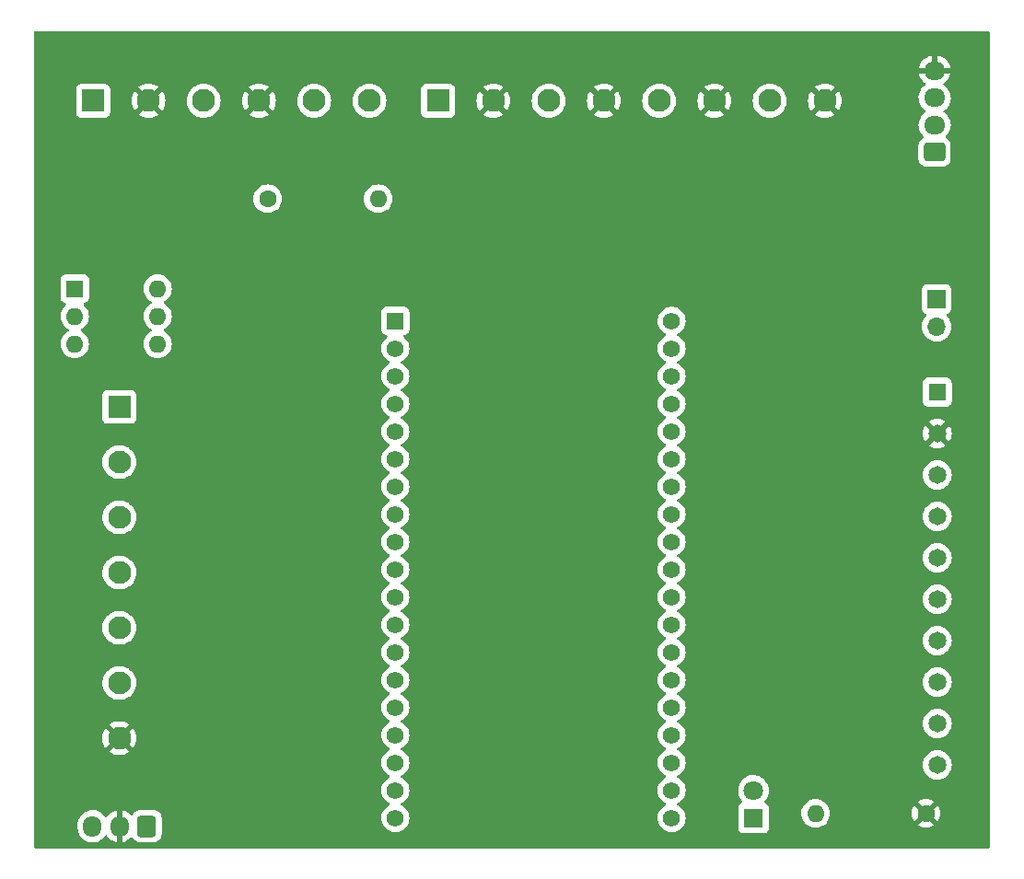
<source format=gbr>
%TF.GenerationSoftware,KiCad,Pcbnew,(6.0.4)*%
%TF.CreationDate,2022-12-06T21:14:27+05:00*%
%TF.ProjectId,max,6d61782e-6b69-4636-9164-5f7063625858,rev?*%
%TF.SameCoordinates,Original*%
%TF.FileFunction,Copper,L2,Bot*%
%TF.FilePolarity,Positive*%
%FSLAX46Y46*%
G04 Gerber Fmt 4.6, Leading zero omitted, Abs format (unit mm)*
G04 Created by KiCad (PCBNEW (6.0.4)) date 2022-12-06 21:14:27*
%MOMM*%
%LPD*%
G01*
G04 APERTURE LIST*
G04 Aperture macros list*
%AMRoundRect*
0 Rectangle with rounded corners*
0 $1 Rounding radius*
0 $2 $3 $4 $5 $6 $7 $8 $9 X,Y pos of 4 corners*
0 Add a 4 corners polygon primitive as box body*
4,1,4,$2,$3,$4,$5,$6,$7,$8,$9,$2,$3,0*
0 Add four circle primitives for the rounded corners*
1,1,$1+$1,$2,$3*
1,1,$1+$1,$4,$5*
1,1,$1+$1,$6,$7*
1,1,$1+$1,$8,$9*
0 Add four rect primitives between the rounded corners*
20,1,$1+$1,$2,$3,$4,$5,0*
20,1,$1+$1,$4,$5,$6,$7,0*
20,1,$1+$1,$6,$7,$8,$9,0*
20,1,$1+$1,$8,$9,$2,$3,0*%
G04 Aperture macros list end*
%TA.AperFunction,ComponentPad*%
%ADD10R,1.560000X1.560000*%
%TD*%
%TA.AperFunction,ComponentPad*%
%ADD11C,1.560000*%
%TD*%
%TA.AperFunction,ComponentPad*%
%ADD12R,2.100000X2.100000*%
%TD*%
%TA.AperFunction,ComponentPad*%
%ADD13C,2.100000*%
%TD*%
%TA.AperFunction,ComponentPad*%
%ADD14R,1.650000X1.650000*%
%TD*%
%TA.AperFunction,ComponentPad*%
%ADD15C,1.650000*%
%TD*%
%TA.AperFunction,ComponentPad*%
%ADD16O,1.600000X1.600000*%
%TD*%
%TA.AperFunction,ComponentPad*%
%ADD17R,1.600000X1.600000*%
%TD*%
%TA.AperFunction,ComponentPad*%
%ADD18C,1.600000*%
%TD*%
%TA.AperFunction,ComponentPad*%
%ADD19R,1.700000X1.700000*%
%TD*%
%TA.AperFunction,ComponentPad*%
%ADD20O,1.700000X1.700000*%
%TD*%
%TA.AperFunction,ComponentPad*%
%ADD21RoundRect,0.250000X0.725000X-0.600000X0.725000X0.600000X-0.725000X0.600000X-0.725000X-0.600000X0*%
%TD*%
%TA.AperFunction,ComponentPad*%
%ADD22O,1.950000X1.700000*%
%TD*%
%TA.AperFunction,ComponentPad*%
%ADD23RoundRect,0.250000X0.600000X0.725000X-0.600000X0.725000X-0.600000X-0.725000X0.600000X-0.725000X0*%
%TD*%
%TA.AperFunction,ComponentPad*%
%ADD24O,1.700000X1.950000*%
%TD*%
%TA.AperFunction,ComponentPad*%
%ADD25R,1.800000X1.800000*%
%TD*%
%TA.AperFunction,ComponentPad*%
%ADD26C,1.800000*%
%TD*%
G04 APERTURE END LIST*
D10*
%TO.P,U101,1,3V3*%
%TO.N,+3V3*%
X125157500Y-62730000D03*
D11*
%TO.P,U101,2,EN*%
%TO.N,unconnected-(U101-Pad2)*%
X125157500Y-65270000D03*
%TO.P,U101,19,EXT_5V*%
%TO.N,Net-(J102-Pad1)*%
X125157500Y-108450000D03*
%TO.P,U101,3,SENSOR_VP*%
%TO.N,unconnected-(U101-Pad3)*%
X125157500Y-67810000D03*
%TO.P,U101,4,SENSOR_VN*%
%TO.N,Net-(SW101-Pad6)*%
X125157500Y-70350000D03*
%TO.P,U101,5,IO34*%
%TO.N,Net-(SW101-Pad5)*%
X125157500Y-72890000D03*
%TO.P,U101,6,IO35*%
%TO.N,Net-(SW101-Pad4)*%
X125157500Y-75430000D03*
%TO.P,U101,7,IO32*%
%TO.N,Net-(J103-Pad5)*%
X125157500Y-77970000D03*
%TO.P,U101,8,IO33*%
%TO.N,Net-(J101-Pad1)*%
X125157500Y-80510000D03*
%TO.P,U101,9,IO25*%
%TO.N,Net-(J101-Pad2)*%
X125157500Y-83050000D03*
%TO.P,U101,10,IO26*%
%TO.N,Net-(J101-Pad3)*%
X125157500Y-85590000D03*
%TO.P,U101,11,IO27*%
%TO.N,Net-(J101-Pad4)*%
X125157500Y-88130000D03*
%TO.P,U101,12,IO14*%
%TO.N,Net-(J101-Pad5)*%
X125157500Y-90670000D03*
%TO.P,U101,13,IO12*%
%TO.N,Net-(J101-Pad6)*%
X125157500Y-93210000D03*
%TO.P,U101,14,GND1*%
%TO.N,unconnected-(U101-Pad14)*%
X125157500Y-95750000D03*
%TO.P,U101,15,IO13*%
%TO.N,Net-(J102-Pad3)*%
X125157500Y-98290000D03*
%TO.P,U101,16,SD2*%
%TO.N,unconnected-(U101-Pad16)*%
X125157500Y-100830000D03*
%TO.P,U101,17,SD3*%
%TO.N,unconnected-(U101-Pad17)*%
X125157500Y-103370000D03*
%TO.P,U101,18,CMD*%
%TO.N,unconnected-(U101-Pad18)*%
X125157500Y-105910000D03*
%TO.P,U101,20,GND3*%
%TO.N,unconnected-(U101-Pad20)*%
X150557500Y-62730000D03*
%TO.P,U101,21,IO23*%
%TO.N,unconnected-(U101-Pad21)*%
X150557500Y-65270000D03*
%TO.P,U101,22,IO22*%
%TO.N,LCD_SCL*%
X150557500Y-67810000D03*
%TO.P,U101,23,TXD0*%
%TO.N,Net-(J106-Pad1)*%
X150557500Y-70350000D03*
%TO.P,U101,24,RXD0*%
%TO.N,Net-(J106-Pad2)*%
X150557500Y-72890000D03*
%TO.P,U101,25,IO21*%
%TO.N,LCD_SDA*%
X150557500Y-75430000D03*
%TO.P,U101,26,GND2*%
%TO.N,unconnected-(U101-Pad26)*%
X150557500Y-77970000D03*
%TO.P,U101,27,IO19*%
%TO.N,Net-(J107-Pad3)*%
X150557500Y-80510000D03*
%TO.P,U101,28,IO18*%
%TO.N,Net-(J107-Pad4)*%
X150557500Y-83050000D03*
%TO.P,U101,29,IO5*%
%TO.N,Net-(J107-Pad5)*%
X150557500Y-85590000D03*
%TO.P,U101,30,IO17*%
%TO.N,Net-(J107-Pad6)*%
X150557500Y-88130000D03*
%TO.P,U101,31,IO16*%
%TO.N,Net-(J107-Pad7)*%
X150557500Y-90670000D03*
%TO.P,U101,32,IO4*%
%TO.N,Net-(J107-Pad8)*%
X150557500Y-93210000D03*
%TO.P,U101,33,IO0*%
%TO.N,Net-(J107-Pad9)*%
X150557500Y-95750000D03*
%TO.P,U101,34,IO2*%
%TO.N,Net-(J107-Pad10)*%
X150557500Y-98290000D03*
%TO.P,U101,35,IO15*%
%TO.N,Net-(D101-Pad2)*%
X150557500Y-100830000D03*
%TO.P,U101,36,SD1*%
%TO.N,unconnected-(U101-Pad36)*%
X150557500Y-103370000D03*
%TO.P,U101,37,SD0*%
%TO.N,unconnected-(U101-Pad37)*%
X150557500Y-105910000D03*
%TO.P,U101,38,CLK*%
%TO.N,unconnected-(U101-Pad38)*%
X150557500Y-108450000D03*
%TD*%
D12*
%TO.P,J101,1,Pin_1*%
%TO.N,Net-(J101-Pad1)*%
X99777500Y-70640000D03*
D13*
%TO.P,J101,2,Pin_2*%
%TO.N,Net-(J101-Pad2)*%
X99777500Y-75720000D03*
%TO.P,J101,3,Pin_3*%
%TO.N,Net-(J101-Pad3)*%
X99777500Y-80800000D03*
%TO.P,J101,4,Pin_4*%
%TO.N,Net-(J101-Pad4)*%
X99777500Y-85880000D03*
%TO.P,J101,5,Pin_5*%
%TO.N,Net-(J101-Pad5)*%
X99777500Y-90960000D03*
%TO.P,J101,6,Pin_6*%
%TO.N,Net-(J101-Pad6)*%
X99777500Y-96040000D03*
%TO.P,J101,7,Pin_7*%
%TO.N,GND*%
X99777500Y-101120000D03*
%TD*%
D14*
%TO.P,J107,1,Pin_1*%
%TO.N,Net-(J103-Pad1)*%
X174977500Y-69285000D03*
D15*
%TO.P,J107,2,Pin_2*%
%TO.N,GND*%
X174977500Y-73095000D03*
%TO.P,J107,3,Pin_3*%
%TO.N,Net-(J107-Pad3)*%
X174977500Y-76905000D03*
%TO.P,J107,4,Pin_4*%
%TO.N,Net-(J107-Pad4)*%
X174977500Y-80715000D03*
%TO.P,J107,5,Pin_5*%
%TO.N,Net-(J107-Pad5)*%
X174977500Y-84525000D03*
%TO.P,J107,6,Pin_6*%
%TO.N,Net-(J107-Pad6)*%
X174977500Y-88335000D03*
%TO.P,J107,7,Pin_7*%
%TO.N,Net-(J107-Pad7)*%
X174977500Y-92145000D03*
%TO.P,J107,8,Pin_8*%
%TO.N,Net-(J107-Pad8)*%
X174977500Y-95955000D03*
%TO.P,J107,9,Pin_9*%
%TO.N,Net-(J107-Pad9)*%
X174977500Y-99765000D03*
%TO.P,J107,10,Pin_10*%
%TO.N,Net-(J107-Pad10)*%
X174977500Y-103575000D03*
%TD*%
D13*
%TO.P,J104,8,Pin_8*%
%TO.N,GND*%
X164650000Y-42482500D03*
%TO.P,J104,7,Pin_7*%
%TO.N,Net-(J102-Pad1)*%
X159570000Y-42482500D03*
%TO.P,J104,6,Pin_6*%
%TO.N,GND*%
X154490000Y-42482500D03*
%TO.P,J104,5,Pin_5*%
%TO.N,Net-(J102-Pad1)*%
X149410000Y-42482500D03*
%TO.P,J104,4,Pin_4*%
%TO.N,GND*%
X144330000Y-42482500D03*
%TO.P,J104,3,Pin_3*%
%TO.N,Net-(J103-Pad1)*%
X139250000Y-42482500D03*
%TO.P,J104,2,Pin_2*%
%TO.N,GND*%
X134170000Y-42482500D03*
D12*
%TO.P,J104,1,Pin_1*%
%TO.N,Net-(J103-Pad1)*%
X129090000Y-42482500D03*
%TD*%
%TO.P,J103,1,Pin_1*%
%TO.N,Net-(J103-Pad1)*%
X97370000Y-42482500D03*
D13*
%TO.P,J103,2,Pin_2*%
%TO.N,GND*%
X102450000Y-42482500D03*
%TO.P,J103,3,Pin_3*%
%TO.N,Net-(J103-Pad1)*%
X107530000Y-42482500D03*
%TO.P,J103,4,Pin_4*%
%TO.N,GND*%
X112610000Y-42482500D03*
%TO.P,J103,5,Pin_5*%
%TO.N,Net-(J103-Pad5)*%
X117690000Y-42482500D03*
%TO.P,J103,6,Pin_6*%
X122770000Y-42482500D03*
%TD*%
D16*
%TO.P,SW101,6*%
%TO.N,Net-(SW101-Pad6)*%
X103300000Y-59765000D03*
%TO.P,SW101,5*%
%TO.N,Net-(SW101-Pad5)*%
X103300000Y-62305000D03*
%TO.P,SW101,4*%
%TO.N,Net-(SW101-Pad4)*%
X103300000Y-64845000D03*
%TO.P,SW101,3*%
%TO.N,+3V3*%
X95680000Y-64845000D03*
%TO.P,SW101,2*%
X95680000Y-62305000D03*
D17*
%TO.P,SW101,1*%
X95680000Y-59765000D03*
%TD*%
D18*
%TO.P,R102,1*%
%TO.N,GND*%
X173950000Y-108040000D03*
D16*
%TO.P,R102,2*%
%TO.N,Net-(D101-Pad1)*%
X163790000Y-108040000D03*
%TD*%
D18*
%TO.P,R101,1*%
%TO.N,Net-(J103-Pad5)*%
X113420000Y-51500000D03*
D16*
%TO.P,R101,2*%
%TO.N,Net-(J102-Pad1)*%
X123580000Y-51500000D03*
%TD*%
D19*
%TO.P,J106,1,Pin_1*%
%TO.N,Net-(J106-Pad1)*%
X174910000Y-60720000D03*
D20*
%TO.P,J106,2,Pin_2*%
%TO.N,Net-(J106-Pad2)*%
X174910000Y-63260000D03*
%TD*%
D21*
%TO.P,J105,1,Pin_1*%
%TO.N,LCD_SCL*%
X174740000Y-47207500D03*
D22*
%TO.P,J105,2,Pin_2*%
%TO.N,LCD_SDA*%
X174740000Y-44707500D03*
%TO.P,J105,3,Pin_3*%
%TO.N,Net-(J102-Pad1)*%
X174740000Y-42207500D03*
%TO.P,J105,4,Pin_4*%
%TO.N,GND*%
X174740000Y-39707500D03*
%TD*%
D23*
%TO.P,J102,1,Pin_1*%
%TO.N,Net-(J102-Pad1)*%
X102310000Y-109220000D03*
D24*
%TO.P,J102,2,Pin_2*%
%TO.N,GND*%
X99810000Y-109220000D03*
%TO.P,J102,3,Pin_3*%
%TO.N,Net-(J102-Pad3)*%
X97310000Y-109220000D03*
%TD*%
D25*
%TO.P,D101,1,K*%
%TO.N,Net-(D101-Pad1)*%
X158080000Y-108463000D03*
D26*
%TO.P,D101,2,A*%
%TO.N,Net-(D101-Pad2)*%
X158080000Y-105923000D03*
%TD*%
%TA.AperFunction,Conductor*%
%TO.N,GND*%
G36*
X179773621Y-36088502D02*
G01*
X179820114Y-36142158D01*
X179831500Y-36194500D01*
X179831500Y-111125500D01*
X179811498Y-111193621D01*
X179757842Y-111240114D01*
X179705500Y-111251500D01*
X92074500Y-111251500D01*
X92006379Y-111231498D01*
X91959886Y-111177842D01*
X91948500Y-111125500D01*
X91948500Y-109402890D01*
X95951500Y-109402890D01*
X95966080Y-109574720D01*
X95967418Y-109579875D01*
X95967419Y-109579881D01*
X96022657Y-109792703D01*
X96023999Y-109797872D01*
X96026191Y-109802738D01*
X96026192Y-109802741D01*
X96057166Y-109871500D01*
X96118688Y-110008075D01*
X96247441Y-110199319D01*
X96251120Y-110203176D01*
X96251122Y-110203178D01*
X96312710Y-110267738D01*
X96406576Y-110366135D01*
X96591542Y-110503754D01*
X96596293Y-110506170D01*
X96596297Y-110506172D01*
X96659481Y-110538296D01*
X96797051Y-110608240D01*
X96802145Y-110609822D01*
X96802148Y-110609823D01*
X96967583Y-110661192D01*
X97017227Y-110676607D01*
X97022516Y-110677308D01*
X97240489Y-110706198D01*
X97240494Y-110706198D01*
X97245774Y-110706898D01*
X97251103Y-110706698D01*
X97251105Y-110706698D01*
X97360966Y-110702574D01*
X97476158Y-110698249D01*
X97498802Y-110693498D01*
X97696572Y-110652002D01*
X97701791Y-110650907D01*
X97706750Y-110648949D01*
X97706752Y-110648948D01*
X97911256Y-110568185D01*
X97911258Y-110568184D01*
X97916221Y-110566224D01*
X97921525Y-110563006D01*
X98108757Y-110449390D01*
X98108756Y-110449390D01*
X98113317Y-110446623D01*
X98153134Y-110412072D01*
X98283412Y-110299023D01*
X98283414Y-110299021D01*
X98287445Y-110295523D01*
X98351417Y-110217504D01*
X98430240Y-110121373D01*
X98430244Y-110121367D01*
X98433624Y-110117245D01*
X98447413Y-110093022D01*
X98451829Y-110085265D01*
X98502912Y-110035959D01*
X98572542Y-110022098D01*
X98638613Y-110048082D01*
X98665851Y-110077232D01*
X98744852Y-110194578D01*
X98751519Y-110202870D01*
X98903228Y-110361900D01*
X98911186Y-110368941D01*
X99087525Y-110500141D01*
X99096562Y-110505745D01*
X99292484Y-110605357D01*
X99302335Y-110609357D01*
X99512240Y-110674534D01*
X99522624Y-110676817D01*
X99538043Y-110678861D01*
X99552207Y-110676665D01*
X99556000Y-110663478D01*
X99556000Y-110661192D01*
X100064000Y-110661192D01*
X100067973Y-110674723D01*
X100078580Y-110676248D01*
X100196421Y-110651523D01*
X100206617Y-110648463D01*
X100411029Y-110567737D01*
X100420561Y-110563006D01*
X100608462Y-110448984D01*
X100617052Y-110442720D01*
X100783052Y-110298673D01*
X100790470Y-110291044D01*
X100816391Y-110259431D01*
X100875051Y-110219436D01*
X100946021Y-110217504D01*
X101006770Y-110254248D01*
X101020969Y-110273017D01*
X101111522Y-110419348D01*
X101236697Y-110544305D01*
X101242927Y-110548145D01*
X101242928Y-110548146D01*
X101380090Y-110632694D01*
X101387262Y-110637115D01*
X101422938Y-110648948D01*
X101548611Y-110690632D01*
X101548613Y-110690632D01*
X101555139Y-110692797D01*
X101561975Y-110693497D01*
X101561978Y-110693498D01*
X101597663Y-110697154D01*
X101659600Y-110703500D01*
X102960400Y-110703500D01*
X102963646Y-110703163D01*
X102963650Y-110703163D01*
X103059308Y-110693238D01*
X103059312Y-110693237D01*
X103066166Y-110692526D01*
X103072702Y-110690345D01*
X103072704Y-110690345D01*
X103204806Y-110646272D01*
X103233946Y-110636550D01*
X103384348Y-110543478D01*
X103509305Y-110418303D01*
X103541462Y-110366135D01*
X103598275Y-110273968D01*
X103598276Y-110273966D01*
X103602115Y-110267738D01*
X103657797Y-110099861D01*
X103659293Y-110085265D01*
X103664344Y-110035959D01*
X103668500Y-109995400D01*
X103668500Y-108450000D01*
X123864078Y-108450000D01*
X123883728Y-108674600D01*
X123885152Y-108679913D01*
X123885152Y-108679915D01*
X123934821Y-108865280D01*
X123942081Y-108892376D01*
X123944403Y-108897357D01*
X123944404Y-108897358D01*
X124009572Y-109037110D01*
X124037364Y-109096711D01*
X124166681Y-109281396D01*
X124326104Y-109440819D01*
X124510789Y-109570136D01*
X124515767Y-109572457D01*
X124515770Y-109572459D01*
X124611055Y-109616891D01*
X124715124Y-109665419D01*
X124720432Y-109666841D01*
X124720434Y-109666842D01*
X124927585Y-109722348D01*
X124927587Y-109722348D01*
X124932900Y-109723772D01*
X125157500Y-109743422D01*
X125382100Y-109723772D01*
X125387413Y-109722348D01*
X125387415Y-109722348D01*
X125594566Y-109666842D01*
X125594568Y-109666841D01*
X125599876Y-109665419D01*
X125703945Y-109616891D01*
X125799230Y-109572459D01*
X125799233Y-109572457D01*
X125804211Y-109570136D01*
X125988896Y-109440819D01*
X126148319Y-109281396D01*
X126277636Y-109096711D01*
X126305429Y-109037110D01*
X126370596Y-108897358D01*
X126370597Y-108897357D01*
X126372919Y-108892376D01*
X126380180Y-108865280D01*
X126429848Y-108679915D01*
X126429848Y-108679913D01*
X126431272Y-108674600D01*
X126450922Y-108450000D01*
X149264078Y-108450000D01*
X149283728Y-108674600D01*
X149285152Y-108679913D01*
X149285152Y-108679915D01*
X149334821Y-108865280D01*
X149342081Y-108892376D01*
X149344403Y-108897357D01*
X149344404Y-108897358D01*
X149409572Y-109037110D01*
X149437364Y-109096711D01*
X149566681Y-109281396D01*
X149726104Y-109440819D01*
X149910789Y-109570136D01*
X149915767Y-109572457D01*
X149915770Y-109572459D01*
X150011055Y-109616891D01*
X150115124Y-109665419D01*
X150120432Y-109666841D01*
X150120434Y-109666842D01*
X150327585Y-109722348D01*
X150327587Y-109722348D01*
X150332900Y-109723772D01*
X150557500Y-109743422D01*
X150782100Y-109723772D01*
X150787413Y-109722348D01*
X150787415Y-109722348D01*
X150994566Y-109666842D01*
X150994568Y-109666841D01*
X150999876Y-109665419D01*
X151103945Y-109616891D01*
X151199230Y-109572459D01*
X151199233Y-109572457D01*
X151204211Y-109570136D01*
X151388896Y-109440819D01*
X151548319Y-109281396D01*
X151677636Y-109096711D01*
X151705429Y-109037110D01*
X151770596Y-108897358D01*
X151770597Y-108897357D01*
X151772919Y-108892376D01*
X151780180Y-108865280D01*
X151829848Y-108679915D01*
X151829848Y-108679913D01*
X151831272Y-108674600D01*
X151850922Y-108450000D01*
X151831272Y-108225400D01*
X151829848Y-108220085D01*
X151774342Y-108012934D01*
X151774341Y-108012932D01*
X151772919Y-108007624D01*
X151739635Y-107936246D01*
X151679959Y-107808270D01*
X151679957Y-107808267D01*
X151677636Y-107803289D01*
X151548319Y-107618604D01*
X151388896Y-107459181D01*
X151204211Y-107329864D01*
X151199233Y-107327543D01*
X151199230Y-107327541D01*
X151127719Y-107294195D01*
X151074434Y-107247277D01*
X151054973Y-107179000D01*
X151075515Y-107111040D01*
X151127719Y-107065805D01*
X151199230Y-107032459D01*
X151199233Y-107032457D01*
X151204211Y-107030136D01*
X151388896Y-106900819D01*
X151548319Y-106741396D01*
X151677636Y-106556711D01*
X151732839Y-106438329D01*
X151770596Y-106357358D01*
X151770597Y-106357357D01*
X151772919Y-106352376D01*
X151774724Y-106345642D01*
X151829848Y-106139915D01*
X151829848Y-106139913D01*
X151831272Y-106134600D01*
X151850922Y-105910000D01*
X151849038Y-105888469D01*
X156667095Y-105888469D01*
X156667392Y-105893622D01*
X156667392Y-105893625D01*
X156673067Y-105992041D01*
X156680427Y-106119697D01*
X156681564Y-106124743D01*
X156681565Y-106124749D01*
X156713741Y-106267523D01*
X156731346Y-106345642D01*
X156733288Y-106350424D01*
X156733289Y-106350428D01*
X156816540Y-106555450D01*
X156818484Y-106560237D01*
X156939501Y-106757719D01*
X156942882Y-106761622D01*
X157051304Y-106886788D01*
X157080786Y-106951373D01*
X157070671Y-107021646D01*
X157024170Y-107075294D01*
X157000296Y-107087267D01*
X156944515Y-107108179D01*
X156933295Y-107112385D01*
X156816739Y-107199739D01*
X156729385Y-107316295D01*
X156678255Y-107452684D01*
X156671500Y-107514866D01*
X156671500Y-109411134D01*
X156678255Y-109473316D01*
X156729385Y-109609705D01*
X156816739Y-109726261D01*
X156933295Y-109813615D01*
X157069684Y-109864745D01*
X157131866Y-109871500D01*
X159028134Y-109871500D01*
X159090316Y-109864745D01*
X159226705Y-109813615D01*
X159343261Y-109726261D01*
X159430615Y-109609705D01*
X159481745Y-109473316D01*
X159488500Y-109411134D01*
X159488500Y-108040000D01*
X162476502Y-108040000D01*
X162496457Y-108268087D01*
X162497881Y-108273400D01*
X162497881Y-108273402D01*
X162540358Y-108431925D01*
X162555716Y-108489243D01*
X162558039Y-108494224D01*
X162558039Y-108494225D01*
X162650151Y-108691762D01*
X162650154Y-108691767D01*
X162652477Y-108696749D01*
X162783802Y-108884300D01*
X162945700Y-109046198D01*
X162950208Y-109049355D01*
X162950211Y-109049357D01*
X163010726Y-109091730D01*
X163133251Y-109177523D01*
X163138233Y-109179846D01*
X163138238Y-109179849D01*
X163334765Y-109271490D01*
X163340757Y-109274284D01*
X163346065Y-109275706D01*
X163346067Y-109275707D01*
X163556598Y-109332119D01*
X163556600Y-109332119D01*
X163561913Y-109333543D01*
X163790000Y-109353498D01*
X164018087Y-109333543D01*
X164023400Y-109332119D01*
X164023402Y-109332119D01*
X164233933Y-109275707D01*
X164233935Y-109275706D01*
X164239243Y-109274284D01*
X164245235Y-109271490D01*
X164441762Y-109179849D01*
X164441767Y-109179846D01*
X164446749Y-109177523D01*
X164520243Y-109126062D01*
X173228493Y-109126062D01*
X173237789Y-109138077D01*
X173288994Y-109173931D01*
X173298489Y-109179414D01*
X173495947Y-109271490D01*
X173506239Y-109275236D01*
X173716688Y-109331625D01*
X173727481Y-109333528D01*
X173944525Y-109352517D01*
X173955475Y-109352517D01*
X174172519Y-109333528D01*
X174183312Y-109331625D01*
X174393761Y-109275236D01*
X174404053Y-109271490D01*
X174601511Y-109179414D01*
X174611006Y-109173931D01*
X174663048Y-109137491D01*
X174671424Y-109127012D01*
X174664356Y-109113566D01*
X173962812Y-108412022D01*
X173948868Y-108404408D01*
X173947035Y-108404539D01*
X173940420Y-108408790D01*
X173234923Y-109114287D01*
X173228493Y-109126062D01*
X164520243Y-109126062D01*
X164569274Y-109091730D01*
X164629789Y-109049357D01*
X164629792Y-109049355D01*
X164634300Y-109046198D01*
X164796198Y-108884300D01*
X164927523Y-108696749D01*
X164929846Y-108691767D01*
X164929849Y-108691762D01*
X165021961Y-108494225D01*
X165021961Y-108494224D01*
X165024284Y-108489243D01*
X165039643Y-108431925D01*
X165082119Y-108273402D01*
X165082119Y-108273400D01*
X165083543Y-108268087D01*
X165103019Y-108045475D01*
X172637483Y-108045475D01*
X172656472Y-108262519D01*
X172658375Y-108273312D01*
X172714764Y-108483761D01*
X172718510Y-108494053D01*
X172810586Y-108691511D01*
X172816069Y-108701006D01*
X172852509Y-108753048D01*
X172862988Y-108761424D01*
X172876434Y-108754356D01*
X173577978Y-108052812D01*
X173584356Y-108041132D01*
X174314408Y-108041132D01*
X174314539Y-108042965D01*
X174318790Y-108049580D01*
X175024287Y-108755077D01*
X175036062Y-108761507D01*
X175048077Y-108752211D01*
X175083931Y-108701006D01*
X175089414Y-108691511D01*
X175181490Y-108494053D01*
X175185236Y-108483761D01*
X175241625Y-108273312D01*
X175243528Y-108262519D01*
X175262517Y-108045475D01*
X175262517Y-108034525D01*
X175243528Y-107817481D01*
X175241625Y-107806688D01*
X175185236Y-107596239D01*
X175181490Y-107585947D01*
X175089414Y-107388489D01*
X175083931Y-107378994D01*
X175047491Y-107326952D01*
X175037012Y-107318576D01*
X175023566Y-107325644D01*
X174322022Y-108027188D01*
X174314408Y-108041132D01*
X173584356Y-108041132D01*
X173585592Y-108038868D01*
X173585461Y-108037035D01*
X173581210Y-108030420D01*
X172875713Y-107324923D01*
X172863938Y-107318493D01*
X172851923Y-107327789D01*
X172816069Y-107378994D01*
X172810586Y-107388489D01*
X172718510Y-107585947D01*
X172714764Y-107596239D01*
X172658375Y-107806688D01*
X172656472Y-107817481D01*
X172637483Y-108034525D01*
X172637483Y-108045475D01*
X165103019Y-108045475D01*
X165103498Y-108040000D01*
X165083543Y-107811913D01*
X165077953Y-107791052D01*
X165025707Y-107596067D01*
X165025706Y-107596065D01*
X165024284Y-107590757D01*
X164964746Y-107463076D01*
X164929849Y-107388238D01*
X164929846Y-107388233D01*
X164927523Y-107383251D01*
X164796198Y-107195700D01*
X164634300Y-107033802D01*
X164629792Y-107030645D01*
X164629789Y-107030643D01*
X164518886Y-106952988D01*
X173228576Y-106952988D01*
X173235644Y-106966434D01*
X173937188Y-107667978D01*
X173951132Y-107675592D01*
X173952965Y-107675461D01*
X173959580Y-107671210D01*
X174665077Y-106965713D01*
X174671507Y-106953938D01*
X174662211Y-106941923D01*
X174611006Y-106906069D01*
X174601511Y-106900586D01*
X174404053Y-106808510D01*
X174393761Y-106804764D01*
X174183312Y-106748375D01*
X174172519Y-106746472D01*
X173955475Y-106727483D01*
X173944525Y-106727483D01*
X173727481Y-106746472D01*
X173716688Y-106748375D01*
X173506239Y-106804764D01*
X173495947Y-106808510D01*
X173298489Y-106900586D01*
X173288994Y-106906069D01*
X173236952Y-106942509D01*
X173228576Y-106952988D01*
X164518886Y-106952988D01*
X164446749Y-106902477D01*
X164441767Y-106900154D01*
X164441762Y-106900151D01*
X164244225Y-106808039D01*
X164244224Y-106808039D01*
X164239243Y-106805716D01*
X164233935Y-106804294D01*
X164233933Y-106804293D01*
X164023402Y-106747881D01*
X164023400Y-106747881D01*
X164018087Y-106746457D01*
X163790000Y-106726502D01*
X163561913Y-106746457D01*
X163556600Y-106747881D01*
X163556598Y-106747881D01*
X163346067Y-106804293D01*
X163346065Y-106804294D01*
X163340757Y-106805716D01*
X163335776Y-106808039D01*
X163335775Y-106808039D01*
X163138238Y-106900151D01*
X163138233Y-106900154D01*
X163133251Y-106902477D01*
X163061114Y-106952988D01*
X162950211Y-107030643D01*
X162950208Y-107030645D01*
X162945700Y-107033802D01*
X162783802Y-107195700D01*
X162652477Y-107383251D01*
X162650154Y-107388233D01*
X162650151Y-107388238D01*
X162615254Y-107463076D01*
X162555716Y-107590757D01*
X162554294Y-107596065D01*
X162554293Y-107596067D01*
X162502047Y-107791052D01*
X162496457Y-107811913D01*
X162476502Y-108040000D01*
X159488500Y-108040000D01*
X159488500Y-107514866D01*
X159481745Y-107452684D01*
X159430615Y-107316295D01*
X159343261Y-107199739D01*
X159226705Y-107112385D01*
X159218296Y-107109233D01*
X159218295Y-107109232D01*
X159159804Y-107087305D01*
X159103039Y-107044664D01*
X159078339Y-106978103D01*
X159093546Y-106908754D01*
X159115093Y-106880073D01*
X159152636Y-106842660D01*
X159152640Y-106842655D01*
X159156303Y-106839005D01*
X159291458Y-106650917D01*
X159338641Y-106555450D01*
X159391784Y-106447922D01*
X159391785Y-106447920D01*
X159394078Y-106443280D01*
X159461408Y-106221671D01*
X159491640Y-105992041D01*
X159493327Y-105923000D01*
X159487032Y-105846434D01*
X159474773Y-105697318D01*
X159474772Y-105697312D01*
X159474349Y-105692167D01*
X159417925Y-105467533D01*
X159415866Y-105462797D01*
X159327630Y-105259868D01*
X159327628Y-105259865D01*
X159325570Y-105255131D01*
X159199764Y-105060665D01*
X159043887Y-104889358D01*
X159039836Y-104886159D01*
X159039832Y-104886155D01*
X158866177Y-104749011D01*
X158866172Y-104749008D01*
X158862123Y-104745810D01*
X158857607Y-104743317D01*
X158857604Y-104743315D01*
X158663879Y-104636373D01*
X158663875Y-104636371D01*
X158659355Y-104633876D01*
X158654486Y-104632152D01*
X158654482Y-104632150D01*
X158445903Y-104558288D01*
X158445899Y-104558287D01*
X158441028Y-104556562D01*
X158435935Y-104555655D01*
X158435932Y-104555654D01*
X158218095Y-104516851D01*
X158218089Y-104516850D01*
X158213006Y-104515945D01*
X158140096Y-104515054D01*
X157986581Y-104513179D01*
X157986579Y-104513179D01*
X157981411Y-104513116D01*
X157752464Y-104548150D01*
X157532314Y-104620106D01*
X157527726Y-104622494D01*
X157527722Y-104622496D01*
X157331461Y-104724663D01*
X157326872Y-104727052D01*
X157322739Y-104730155D01*
X157322736Y-104730157D01*
X157145790Y-104863012D01*
X157141655Y-104866117D01*
X156981639Y-105033564D01*
X156978725Y-105037836D01*
X156978724Y-105037837D01*
X156963152Y-105060665D01*
X156851119Y-105224899D01*
X156753602Y-105434981D01*
X156691707Y-105658169D01*
X156667095Y-105888469D01*
X151849038Y-105888469D01*
X151831272Y-105685400D01*
X151825351Y-105663301D01*
X151774342Y-105472934D01*
X151774341Y-105472932D01*
X151772919Y-105467624D01*
X151677636Y-105263289D01*
X151548319Y-105078604D01*
X151388896Y-104919181D01*
X151204211Y-104789864D01*
X151199233Y-104787543D01*
X151199230Y-104787541D01*
X151127719Y-104754195D01*
X151074434Y-104707277D01*
X151054973Y-104639000D01*
X151075515Y-104571040D01*
X151127719Y-104525805D01*
X151199230Y-104492459D01*
X151199233Y-104492457D01*
X151204211Y-104490136D01*
X151388896Y-104360819D01*
X151548319Y-104201396D01*
X151677636Y-104016711D01*
X151772919Y-103812376D01*
X151831272Y-103594600D01*
X151832987Y-103575000D01*
X173638906Y-103575000D01*
X173659242Y-103807444D01*
X173719633Y-104032826D01*
X173721955Y-104037806D01*
X173721956Y-104037808D01*
X173815918Y-104239310D01*
X173815921Y-104239315D01*
X173818244Y-104244297D01*
X173952078Y-104435432D01*
X174117068Y-104600422D01*
X174121576Y-104603579D01*
X174121579Y-104603581D01*
X174302349Y-104730157D01*
X174308203Y-104734256D01*
X174313185Y-104736579D01*
X174313190Y-104736582D01*
X174514692Y-104830544D01*
X174519674Y-104832867D01*
X174524982Y-104834289D01*
X174524984Y-104834290D01*
X174739741Y-104891834D01*
X174739743Y-104891834D01*
X174745056Y-104893258D01*
X174977500Y-104913594D01*
X175209944Y-104893258D01*
X175215257Y-104891834D01*
X175215259Y-104891834D01*
X175430016Y-104834290D01*
X175430018Y-104834289D01*
X175435326Y-104832867D01*
X175440308Y-104830544D01*
X175641810Y-104736582D01*
X175641815Y-104736579D01*
X175646797Y-104734256D01*
X175652651Y-104730157D01*
X175833421Y-104603581D01*
X175833424Y-104603579D01*
X175837932Y-104600422D01*
X176002922Y-104435432D01*
X176136756Y-104244297D01*
X176139079Y-104239315D01*
X176139082Y-104239310D01*
X176233044Y-104037808D01*
X176233045Y-104037806D01*
X176235367Y-104032826D01*
X176295758Y-103807444D01*
X176316094Y-103575000D01*
X176295758Y-103342556D01*
X176235367Y-103117174D01*
X176233044Y-103112192D01*
X176139082Y-102910690D01*
X176139079Y-102910685D01*
X176136756Y-102905703D01*
X176133599Y-102901194D01*
X176006081Y-102719079D01*
X176006079Y-102719076D01*
X176002922Y-102714568D01*
X175837932Y-102549578D01*
X175833424Y-102546421D01*
X175833421Y-102546419D01*
X175651306Y-102418901D01*
X175651304Y-102418900D01*
X175646797Y-102415744D01*
X175641815Y-102413421D01*
X175641810Y-102413418D01*
X175440308Y-102319456D01*
X175440306Y-102319455D01*
X175435326Y-102317133D01*
X175430018Y-102315711D01*
X175430016Y-102315710D01*
X175215259Y-102258166D01*
X175215257Y-102258166D01*
X175209944Y-102256742D01*
X174977500Y-102236406D01*
X174745056Y-102256742D01*
X174739743Y-102258166D01*
X174739741Y-102258166D01*
X174524984Y-102315710D01*
X174524982Y-102315711D01*
X174519674Y-102317133D01*
X174514694Y-102319455D01*
X174514692Y-102319456D01*
X174313190Y-102413418D01*
X174313185Y-102413421D01*
X174308203Y-102415744D01*
X174303696Y-102418900D01*
X174303694Y-102418901D01*
X174121579Y-102546419D01*
X174121576Y-102546421D01*
X174117068Y-102549578D01*
X173952078Y-102714568D01*
X173948921Y-102719076D01*
X173948919Y-102719079D01*
X173821401Y-102901194D01*
X173818244Y-102905703D01*
X173815921Y-102910685D01*
X173815918Y-102910690D01*
X173721956Y-103112192D01*
X173719633Y-103117174D01*
X173659242Y-103342556D01*
X173638906Y-103575000D01*
X151832987Y-103575000D01*
X151850922Y-103370000D01*
X151831272Y-103145400D01*
X151772919Y-102927624D01*
X151762697Y-102905703D01*
X151679959Y-102728270D01*
X151679957Y-102728267D01*
X151677636Y-102723289D01*
X151548319Y-102538604D01*
X151388896Y-102379181D01*
X151204211Y-102249864D01*
X151199233Y-102247543D01*
X151199230Y-102247541D01*
X151127719Y-102214195D01*
X151074434Y-102167277D01*
X151054973Y-102099000D01*
X151075515Y-102031040D01*
X151127719Y-101985805D01*
X151199230Y-101952459D01*
X151199233Y-101952457D01*
X151204211Y-101950136D01*
X151388896Y-101820819D01*
X151548319Y-101661396D01*
X151677636Y-101476711D01*
X151727727Y-101369292D01*
X151770596Y-101277358D01*
X151770597Y-101277357D01*
X151772919Y-101272376D01*
X151814052Y-101118868D01*
X151829848Y-101059915D01*
X151829848Y-101059913D01*
X151831272Y-101054600D01*
X151850922Y-100830000D01*
X151831272Y-100605400D01*
X151784089Y-100429310D01*
X151774342Y-100392934D01*
X151774341Y-100392932D01*
X151772919Y-100387624D01*
X151697177Y-100225195D01*
X151679959Y-100188270D01*
X151679957Y-100188267D01*
X151677636Y-100183289D01*
X151548319Y-99998604D01*
X151388896Y-99839181D01*
X151282954Y-99765000D01*
X173638906Y-99765000D01*
X173659242Y-99997444D01*
X173719633Y-100222826D01*
X173721955Y-100227806D01*
X173721956Y-100227808D01*
X173815918Y-100429310D01*
X173815921Y-100429315D01*
X173818244Y-100434297D01*
X173821400Y-100438804D01*
X173821401Y-100438806D01*
X173941889Y-100610880D01*
X173952078Y-100625432D01*
X174117068Y-100790422D01*
X174121576Y-100793579D01*
X174121579Y-100793581D01*
X174303694Y-100921099D01*
X174308203Y-100924256D01*
X174313185Y-100926579D01*
X174313190Y-100926582D01*
X174514692Y-101020544D01*
X174519674Y-101022867D01*
X174524982Y-101024289D01*
X174524984Y-101024290D01*
X174739741Y-101081834D01*
X174739743Y-101081834D01*
X174745056Y-101083258D01*
X174977500Y-101103594D01*
X175209944Y-101083258D01*
X175215257Y-101081834D01*
X175215259Y-101081834D01*
X175430016Y-101024290D01*
X175430018Y-101024289D01*
X175435326Y-101022867D01*
X175440308Y-101020544D01*
X175641810Y-100926582D01*
X175641815Y-100926579D01*
X175646797Y-100924256D01*
X175651306Y-100921099D01*
X175833421Y-100793581D01*
X175833424Y-100793579D01*
X175837932Y-100790422D01*
X176002922Y-100625432D01*
X176013112Y-100610880D01*
X176133599Y-100438806D01*
X176133600Y-100438804D01*
X176136756Y-100434297D01*
X176139079Y-100429315D01*
X176139082Y-100429310D01*
X176233044Y-100227808D01*
X176233045Y-100227806D01*
X176235367Y-100222826D01*
X176295758Y-99997444D01*
X176316094Y-99765000D01*
X176295758Y-99532556D01*
X176235367Y-99307174D01*
X176233044Y-99302192D01*
X176139082Y-99100690D01*
X176139079Y-99100685D01*
X176136756Y-99095703D01*
X176133599Y-99091194D01*
X176006081Y-98909079D01*
X176006079Y-98909076D01*
X176002922Y-98904568D01*
X175837932Y-98739578D01*
X175833424Y-98736421D01*
X175833421Y-98736419D01*
X175651306Y-98608901D01*
X175651304Y-98608900D01*
X175646797Y-98605744D01*
X175641815Y-98603421D01*
X175641810Y-98603418D01*
X175440308Y-98509456D01*
X175440306Y-98509455D01*
X175435326Y-98507133D01*
X175430018Y-98505711D01*
X175430016Y-98505710D01*
X175215259Y-98448166D01*
X175215257Y-98448166D01*
X175209944Y-98446742D01*
X174977500Y-98426406D01*
X174745056Y-98446742D01*
X174739743Y-98448166D01*
X174739741Y-98448166D01*
X174524984Y-98505710D01*
X174524982Y-98505711D01*
X174519674Y-98507133D01*
X174514694Y-98509455D01*
X174514692Y-98509456D01*
X174313190Y-98603418D01*
X174313185Y-98603421D01*
X174308203Y-98605744D01*
X174303696Y-98608900D01*
X174303694Y-98608901D01*
X174121579Y-98736419D01*
X174121576Y-98736421D01*
X174117068Y-98739578D01*
X173952078Y-98904568D01*
X173948921Y-98909076D01*
X173948919Y-98909079D01*
X173821401Y-99091194D01*
X173818244Y-99095703D01*
X173815921Y-99100685D01*
X173815918Y-99100690D01*
X173721956Y-99302192D01*
X173719633Y-99307174D01*
X173659242Y-99532556D01*
X173638906Y-99765000D01*
X151282954Y-99765000D01*
X151204211Y-99709864D01*
X151199233Y-99707543D01*
X151199230Y-99707541D01*
X151127719Y-99674195D01*
X151074434Y-99627277D01*
X151054973Y-99559000D01*
X151075515Y-99491040D01*
X151127719Y-99445805D01*
X151199230Y-99412459D01*
X151199233Y-99412457D01*
X151204211Y-99410136D01*
X151388896Y-99280819D01*
X151548319Y-99121396D01*
X151677636Y-98936711D01*
X151767744Y-98743475D01*
X151770596Y-98737358D01*
X151770597Y-98737357D01*
X151772919Y-98732376D01*
X151831272Y-98514600D01*
X151850922Y-98290000D01*
X151831272Y-98065400D01*
X151772919Y-97847624D01*
X151677636Y-97643289D01*
X151548319Y-97458604D01*
X151388896Y-97299181D01*
X151204211Y-97169864D01*
X151199233Y-97167543D01*
X151199230Y-97167541D01*
X151127719Y-97134195D01*
X151074434Y-97087277D01*
X151054973Y-97019000D01*
X151075515Y-96951040D01*
X151127719Y-96905805D01*
X151199230Y-96872459D01*
X151199233Y-96872457D01*
X151204211Y-96870136D01*
X151388896Y-96740819D01*
X151548319Y-96581396D01*
X151677636Y-96396711D01*
X151729935Y-96284557D01*
X151770596Y-96197358D01*
X151770597Y-96197357D01*
X151772919Y-96192376D01*
X151831272Y-95974600D01*
X151832987Y-95955000D01*
X173638906Y-95955000D01*
X173659242Y-96187444D01*
X173719633Y-96412826D01*
X173721955Y-96417806D01*
X173721956Y-96417808D01*
X173815918Y-96619310D01*
X173815921Y-96619315D01*
X173818244Y-96624297D01*
X173821400Y-96628804D01*
X173821401Y-96628806D01*
X173909029Y-96753951D01*
X173952078Y-96815432D01*
X174117068Y-96980422D01*
X174121576Y-96983579D01*
X174121579Y-96983581D01*
X174303694Y-97111099D01*
X174308203Y-97114256D01*
X174313185Y-97116579D01*
X174313190Y-97116582D01*
X174514692Y-97210544D01*
X174519674Y-97212867D01*
X174524982Y-97214289D01*
X174524984Y-97214290D01*
X174739741Y-97271834D01*
X174739743Y-97271834D01*
X174745056Y-97273258D01*
X174977500Y-97293594D01*
X175209944Y-97273258D01*
X175215257Y-97271834D01*
X175215259Y-97271834D01*
X175430016Y-97214290D01*
X175430018Y-97214289D01*
X175435326Y-97212867D01*
X175440308Y-97210544D01*
X175641810Y-97116582D01*
X175641815Y-97116579D01*
X175646797Y-97114256D01*
X175651306Y-97111099D01*
X175833421Y-96983581D01*
X175833424Y-96983579D01*
X175837932Y-96980422D01*
X176002922Y-96815432D01*
X176045972Y-96753951D01*
X176133599Y-96628806D01*
X176133600Y-96628804D01*
X176136756Y-96624297D01*
X176139079Y-96619315D01*
X176139082Y-96619310D01*
X176233044Y-96417808D01*
X176233045Y-96417806D01*
X176235367Y-96412826D01*
X176295758Y-96187444D01*
X176316094Y-95955000D01*
X176295758Y-95722556D01*
X176251373Y-95556908D01*
X176236790Y-95502484D01*
X176236789Y-95502482D01*
X176235367Y-95497174D01*
X176159669Y-95334839D01*
X176139082Y-95290690D01*
X176139079Y-95290685D01*
X176136756Y-95285703D01*
X176018865Y-95117337D01*
X176006081Y-95099079D01*
X176006079Y-95099076D01*
X176002922Y-95094568D01*
X175837932Y-94929578D01*
X175833424Y-94926421D01*
X175833421Y-94926419D01*
X175651306Y-94798901D01*
X175651304Y-94798900D01*
X175646797Y-94795744D01*
X175641815Y-94793421D01*
X175641810Y-94793418D01*
X175440308Y-94699456D01*
X175440306Y-94699455D01*
X175435326Y-94697133D01*
X175430018Y-94695711D01*
X175430016Y-94695710D01*
X175215259Y-94638166D01*
X175215257Y-94638166D01*
X175209944Y-94636742D01*
X174977500Y-94616406D01*
X174745056Y-94636742D01*
X174739743Y-94638166D01*
X174739741Y-94638166D01*
X174524984Y-94695710D01*
X174524982Y-94695711D01*
X174519674Y-94697133D01*
X174514694Y-94699455D01*
X174514692Y-94699456D01*
X174313190Y-94793418D01*
X174313185Y-94793421D01*
X174308203Y-94795744D01*
X174303696Y-94798900D01*
X174303694Y-94798901D01*
X174121579Y-94926419D01*
X174121576Y-94926421D01*
X174117068Y-94929578D01*
X173952078Y-95094568D01*
X173948921Y-95099076D01*
X173948919Y-95099079D01*
X173936135Y-95117337D01*
X173818244Y-95285703D01*
X173815921Y-95290685D01*
X173815918Y-95290690D01*
X173795331Y-95334839D01*
X173719633Y-95497174D01*
X173718211Y-95502482D01*
X173718210Y-95502484D01*
X173703627Y-95556908D01*
X173659242Y-95722556D01*
X173638906Y-95955000D01*
X151832987Y-95955000D01*
X151850922Y-95750000D01*
X151831272Y-95525400D01*
X151780211Y-95334839D01*
X151774342Y-95312934D01*
X151774341Y-95312932D01*
X151772919Y-95307624D01*
X151762697Y-95285703D01*
X151679959Y-95108270D01*
X151679957Y-95108267D01*
X151677636Y-95103289D01*
X151548319Y-94918604D01*
X151388896Y-94759181D01*
X151204211Y-94629864D01*
X151199233Y-94627543D01*
X151199230Y-94627541D01*
X151127719Y-94594195D01*
X151074434Y-94547277D01*
X151054973Y-94479000D01*
X151075515Y-94411040D01*
X151127719Y-94365805D01*
X151199230Y-94332459D01*
X151199233Y-94332457D01*
X151204211Y-94330136D01*
X151388896Y-94200819D01*
X151548319Y-94041396D01*
X151677636Y-93856711D01*
X151772919Y-93652376D01*
X151818273Y-93483115D01*
X151829848Y-93439915D01*
X151829848Y-93439913D01*
X151831272Y-93434600D01*
X151850922Y-93210000D01*
X151831272Y-92985400D01*
X151772919Y-92767624D01*
X151698396Y-92607808D01*
X151679959Y-92568270D01*
X151679957Y-92568267D01*
X151677636Y-92563289D01*
X151548319Y-92378604D01*
X151388896Y-92219181D01*
X151282954Y-92145000D01*
X173638906Y-92145000D01*
X173659242Y-92377444D01*
X173719633Y-92602826D01*
X173721955Y-92607806D01*
X173721956Y-92607808D01*
X173815918Y-92809310D01*
X173815921Y-92809315D01*
X173818244Y-92814297D01*
X173821400Y-92818804D01*
X173821401Y-92818806D01*
X173941889Y-92990880D01*
X173952078Y-93005432D01*
X174117068Y-93170422D01*
X174121576Y-93173579D01*
X174121579Y-93173581D01*
X174165772Y-93204525D01*
X174308203Y-93304256D01*
X174313185Y-93306579D01*
X174313190Y-93306582D01*
X174514692Y-93400544D01*
X174519674Y-93402867D01*
X174524982Y-93404289D01*
X174524984Y-93404290D01*
X174739741Y-93461834D01*
X174739743Y-93461834D01*
X174745056Y-93463258D01*
X174977500Y-93483594D01*
X175209944Y-93463258D01*
X175215257Y-93461834D01*
X175215259Y-93461834D01*
X175430016Y-93404290D01*
X175430018Y-93404289D01*
X175435326Y-93402867D01*
X175440308Y-93400544D01*
X175641810Y-93306582D01*
X175641815Y-93306579D01*
X175646797Y-93304256D01*
X175789228Y-93204525D01*
X175833421Y-93173581D01*
X175833424Y-93173579D01*
X175837932Y-93170422D01*
X176002922Y-93005432D01*
X176013112Y-92990880D01*
X176133599Y-92818806D01*
X176133600Y-92818804D01*
X176136756Y-92814297D01*
X176139079Y-92809315D01*
X176139082Y-92809310D01*
X176233044Y-92607808D01*
X176233045Y-92607806D01*
X176235367Y-92602826D01*
X176295758Y-92377444D01*
X176316094Y-92145000D01*
X176295758Y-91912556D01*
X176286739Y-91878896D01*
X176236790Y-91692484D01*
X176236789Y-91692482D01*
X176235367Y-91687174D01*
X176225102Y-91665161D01*
X176139082Y-91480690D01*
X176139079Y-91480685D01*
X176136756Y-91475703D01*
X176110552Y-91438280D01*
X176006081Y-91289079D01*
X176006079Y-91289076D01*
X176002922Y-91284568D01*
X175837932Y-91119578D01*
X175833424Y-91116421D01*
X175833421Y-91116419D01*
X175651306Y-90988901D01*
X175651304Y-90988900D01*
X175646797Y-90985744D01*
X175641815Y-90983421D01*
X175641810Y-90983418D01*
X175440308Y-90889456D01*
X175440306Y-90889455D01*
X175435326Y-90887133D01*
X175430018Y-90885711D01*
X175430016Y-90885710D01*
X175215259Y-90828166D01*
X175215257Y-90828166D01*
X175209944Y-90826742D01*
X174977500Y-90806406D01*
X174745056Y-90826742D01*
X174739743Y-90828166D01*
X174739741Y-90828166D01*
X174524984Y-90885710D01*
X174524982Y-90885711D01*
X174519674Y-90887133D01*
X174514694Y-90889455D01*
X174514692Y-90889456D01*
X174313190Y-90983418D01*
X174313185Y-90983421D01*
X174308203Y-90985744D01*
X174303696Y-90988900D01*
X174303694Y-90988901D01*
X174121579Y-91116419D01*
X174121576Y-91116421D01*
X174117068Y-91119578D01*
X173952078Y-91284568D01*
X173948921Y-91289076D01*
X173948919Y-91289079D01*
X173844448Y-91438280D01*
X173818244Y-91475703D01*
X173815921Y-91480685D01*
X173815918Y-91480690D01*
X173729898Y-91665161D01*
X173719633Y-91687174D01*
X173718211Y-91692482D01*
X173718210Y-91692484D01*
X173668261Y-91878896D01*
X173659242Y-91912556D01*
X173638906Y-92145000D01*
X151282954Y-92145000D01*
X151204211Y-92089864D01*
X151199233Y-92087543D01*
X151199230Y-92087541D01*
X151127719Y-92054195D01*
X151074434Y-92007277D01*
X151054973Y-91939000D01*
X151075515Y-91871040D01*
X151127719Y-91825805D01*
X151199230Y-91792459D01*
X151199233Y-91792457D01*
X151204211Y-91790136D01*
X151388896Y-91660819D01*
X151548319Y-91501396D01*
X151677636Y-91316711D01*
X151729935Y-91204557D01*
X151770596Y-91117358D01*
X151770597Y-91117357D01*
X151772919Y-91112376D01*
X151831272Y-90894600D01*
X151850922Y-90670000D01*
X151831272Y-90445400D01*
X151780211Y-90254839D01*
X151774342Y-90232934D01*
X151774341Y-90232932D01*
X151772919Y-90227624D01*
X151687914Y-90045330D01*
X151679959Y-90028270D01*
X151679957Y-90028267D01*
X151677636Y-90023289D01*
X151548319Y-89838604D01*
X151388896Y-89679181D01*
X151204211Y-89549864D01*
X151199233Y-89547543D01*
X151199230Y-89547541D01*
X151127719Y-89514195D01*
X151074434Y-89467277D01*
X151054973Y-89399000D01*
X151075515Y-89331040D01*
X151127719Y-89285805D01*
X151199230Y-89252459D01*
X151199233Y-89252457D01*
X151204211Y-89250136D01*
X151388896Y-89120819D01*
X151548319Y-88961396D01*
X151677636Y-88776711D01*
X151772919Y-88572376D01*
X151831272Y-88354600D01*
X151832987Y-88335000D01*
X173638906Y-88335000D01*
X173659242Y-88567444D01*
X173719633Y-88792826D01*
X173721955Y-88797806D01*
X173721956Y-88797808D01*
X173815918Y-88999310D01*
X173815921Y-88999315D01*
X173818244Y-89004297D01*
X173952078Y-89195432D01*
X174117068Y-89360422D01*
X174121576Y-89363579D01*
X174121579Y-89363581D01*
X174303694Y-89491099D01*
X174308203Y-89494256D01*
X174313185Y-89496579D01*
X174313190Y-89496582D01*
X174514692Y-89590544D01*
X174519674Y-89592867D01*
X174524982Y-89594289D01*
X174524984Y-89594290D01*
X174739741Y-89651834D01*
X174739743Y-89651834D01*
X174745056Y-89653258D01*
X174977500Y-89673594D01*
X175209944Y-89653258D01*
X175215257Y-89651834D01*
X175215259Y-89651834D01*
X175430016Y-89594290D01*
X175430018Y-89594289D01*
X175435326Y-89592867D01*
X175440308Y-89590544D01*
X175641810Y-89496582D01*
X175641815Y-89496579D01*
X175646797Y-89494256D01*
X175651306Y-89491099D01*
X175833421Y-89363581D01*
X175833424Y-89363579D01*
X175837932Y-89360422D01*
X176002922Y-89195432D01*
X176136756Y-89004297D01*
X176139079Y-88999315D01*
X176139082Y-88999310D01*
X176233044Y-88797808D01*
X176233045Y-88797806D01*
X176235367Y-88792826D01*
X176295758Y-88567444D01*
X176316094Y-88335000D01*
X176295758Y-88102556D01*
X176235367Y-87877174D01*
X176233044Y-87872192D01*
X176139082Y-87670690D01*
X176139079Y-87670685D01*
X176136756Y-87665703D01*
X176133599Y-87661194D01*
X176006081Y-87479079D01*
X176006079Y-87479076D01*
X176002922Y-87474568D01*
X175837932Y-87309578D01*
X175833424Y-87306421D01*
X175833421Y-87306419D01*
X175651306Y-87178901D01*
X175651304Y-87178900D01*
X175646797Y-87175744D01*
X175641815Y-87173421D01*
X175641810Y-87173418D01*
X175440308Y-87079456D01*
X175440306Y-87079455D01*
X175435326Y-87077133D01*
X175430018Y-87075711D01*
X175430016Y-87075710D01*
X175215259Y-87018166D01*
X175215257Y-87018166D01*
X175209944Y-87016742D01*
X174977500Y-86996406D01*
X174745056Y-87016742D01*
X174739743Y-87018166D01*
X174739741Y-87018166D01*
X174524984Y-87075710D01*
X174524982Y-87075711D01*
X174519674Y-87077133D01*
X174514694Y-87079455D01*
X174514692Y-87079456D01*
X174313190Y-87173418D01*
X174313185Y-87173421D01*
X174308203Y-87175744D01*
X174303696Y-87178900D01*
X174303694Y-87178901D01*
X174121579Y-87306419D01*
X174121576Y-87306421D01*
X174117068Y-87309578D01*
X173952078Y-87474568D01*
X173948921Y-87479076D01*
X173948919Y-87479079D01*
X173821401Y-87661194D01*
X173818244Y-87665703D01*
X173815921Y-87670685D01*
X173815918Y-87670690D01*
X173721956Y-87872192D01*
X173719633Y-87877174D01*
X173659242Y-88102556D01*
X173638906Y-88335000D01*
X151832987Y-88335000D01*
X151850922Y-88130000D01*
X151831272Y-87905400D01*
X151772919Y-87687624D01*
X151762697Y-87665703D01*
X151679959Y-87488270D01*
X151679957Y-87488267D01*
X151677636Y-87483289D01*
X151548319Y-87298604D01*
X151388896Y-87139181D01*
X151204211Y-87009864D01*
X151199233Y-87007543D01*
X151199230Y-87007541D01*
X151127719Y-86974195D01*
X151074434Y-86927277D01*
X151054973Y-86859000D01*
X151075515Y-86791040D01*
X151127719Y-86745805D01*
X151199230Y-86712459D01*
X151199233Y-86712457D01*
X151204211Y-86710136D01*
X151388896Y-86580819D01*
X151548319Y-86421396D01*
X151677636Y-86236711D01*
X151729935Y-86124557D01*
X151770596Y-86037358D01*
X151770597Y-86037357D01*
X151772919Y-86032376D01*
X151818273Y-85863115D01*
X151829848Y-85819915D01*
X151829848Y-85819913D01*
X151831272Y-85814600D01*
X151850922Y-85590000D01*
X151831272Y-85365400D01*
X151780211Y-85174839D01*
X151774342Y-85152934D01*
X151774341Y-85152932D01*
X151772919Y-85147624D01*
X151698396Y-84987808D01*
X151679959Y-84948270D01*
X151679957Y-84948267D01*
X151677636Y-84943289D01*
X151548319Y-84758604D01*
X151388896Y-84599181D01*
X151282954Y-84525000D01*
X173638906Y-84525000D01*
X173659242Y-84757444D01*
X173660666Y-84762757D01*
X173660666Y-84762759D01*
X173713813Y-84961104D01*
X173719633Y-84982826D01*
X173721955Y-84987806D01*
X173721956Y-84987808D01*
X173815918Y-85189310D01*
X173815921Y-85189315D01*
X173818244Y-85194297D01*
X173821400Y-85198804D01*
X173821401Y-85198806D01*
X173941889Y-85370880D01*
X173952078Y-85385432D01*
X174117068Y-85550422D01*
X174121576Y-85553579D01*
X174121579Y-85553581D01*
X174245537Y-85640377D01*
X174308203Y-85684256D01*
X174313185Y-85686579D01*
X174313190Y-85686582D01*
X174514692Y-85780544D01*
X174519674Y-85782867D01*
X174524982Y-85784289D01*
X174524984Y-85784290D01*
X174739741Y-85841834D01*
X174739743Y-85841834D01*
X174745056Y-85843258D01*
X174977500Y-85863594D01*
X175209944Y-85843258D01*
X175215257Y-85841834D01*
X175215259Y-85841834D01*
X175430016Y-85784290D01*
X175430018Y-85784289D01*
X175435326Y-85782867D01*
X175440308Y-85780544D01*
X175641810Y-85686582D01*
X175641815Y-85686579D01*
X175646797Y-85684256D01*
X175709463Y-85640377D01*
X175833421Y-85553581D01*
X175833424Y-85553579D01*
X175837932Y-85550422D01*
X176002922Y-85385432D01*
X176013112Y-85370880D01*
X176133599Y-85198806D01*
X176133600Y-85198804D01*
X176136756Y-85194297D01*
X176139079Y-85189315D01*
X176139082Y-85189310D01*
X176233044Y-84987808D01*
X176233045Y-84987806D01*
X176235367Y-84982826D01*
X176241188Y-84961104D01*
X176294334Y-84762759D01*
X176294334Y-84762757D01*
X176295758Y-84757444D01*
X176316094Y-84525000D01*
X176295758Y-84292556D01*
X176235367Y-84067174D01*
X176233044Y-84062192D01*
X176139082Y-83860690D01*
X176139079Y-83860685D01*
X176136756Y-83855703D01*
X176133599Y-83851194D01*
X176006081Y-83669079D01*
X176006079Y-83669076D01*
X176002922Y-83664568D01*
X175837932Y-83499578D01*
X175833424Y-83496421D01*
X175833421Y-83496419D01*
X175651306Y-83368901D01*
X175651304Y-83368900D01*
X175646797Y-83365744D01*
X175641815Y-83363421D01*
X175641810Y-83363418D01*
X175440308Y-83269456D01*
X175440306Y-83269455D01*
X175435326Y-83267133D01*
X175430018Y-83265711D01*
X175430016Y-83265710D01*
X175215259Y-83208166D01*
X175215257Y-83208166D01*
X175209944Y-83206742D01*
X174977500Y-83186406D01*
X174745056Y-83206742D01*
X174739743Y-83208166D01*
X174739741Y-83208166D01*
X174524984Y-83265710D01*
X174524982Y-83265711D01*
X174519674Y-83267133D01*
X174514694Y-83269455D01*
X174514692Y-83269456D01*
X174313190Y-83363418D01*
X174313185Y-83363421D01*
X174308203Y-83365744D01*
X174303696Y-83368900D01*
X174303694Y-83368901D01*
X174121579Y-83496419D01*
X174121576Y-83496421D01*
X174117068Y-83499578D01*
X173952078Y-83664568D01*
X173948921Y-83669076D01*
X173948919Y-83669079D01*
X173821401Y-83851194D01*
X173818244Y-83855703D01*
X173815921Y-83860685D01*
X173815918Y-83860690D01*
X173721956Y-84062192D01*
X173719633Y-84067174D01*
X173659242Y-84292556D01*
X173638906Y-84525000D01*
X151282954Y-84525000D01*
X151204211Y-84469864D01*
X151199233Y-84467543D01*
X151199230Y-84467541D01*
X151127719Y-84434195D01*
X151074434Y-84387277D01*
X151054973Y-84319000D01*
X151075515Y-84251040D01*
X151127719Y-84205805D01*
X151199230Y-84172459D01*
X151199233Y-84172457D01*
X151204211Y-84170136D01*
X151388896Y-84040819D01*
X151548319Y-83881396D01*
X151677636Y-83696711D01*
X151767744Y-83503475D01*
X151770596Y-83497358D01*
X151770597Y-83497357D01*
X151772919Y-83492376D01*
X151831272Y-83274600D01*
X151850922Y-83050000D01*
X151831272Y-82825400D01*
X151772919Y-82607624D01*
X151677636Y-82403289D01*
X151548319Y-82218604D01*
X151388896Y-82059181D01*
X151204211Y-81929864D01*
X151199233Y-81927543D01*
X151199230Y-81927541D01*
X151127719Y-81894195D01*
X151074434Y-81847277D01*
X151054973Y-81779000D01*
X151075515Y-81711040D01*
X151127719Y-81665805D01*
X151199230Y-81632459D01*
X151199233Y-81632457D01*
X151204211Y-81630136D01*
X151388896Y-81500819D01*
X151548319Y-81341396D01*
X151677636Y-81156711D01*
X151729935Y-81044557D01*
X151770596Y-80957358D01*
X151770597Y-80957357D01*
X151772919Y-80952376D01*
X151831272Y-80734600D01*
X151832987Y-80715000D01*
X173638906Y-80715000D01*
X173659242Y-80947444D01*
X173719633Y-81172826D01*
X173721955Y-81177806D01*
X173721956Y-81177808D01*
X173815918Y-81379310D01*
X173815921Y-81379315D01*
X173818244Y-81384297D01*
X173821400Y-81388804D01*
X173821401Y-81388806D01*
X173909029Y-81513951D01*
X173952078Y-81575432D01*
X174117068Y-81740422D01*
X174121576Y-81743579D01*
X174121579Y-81743581D01*
X174303694Y-81871099D01*
X174308203Y-81874256D01*
X174313185Y-81876579D01*
X174313190Y-81876582D01*
X174514692Y-81970544D01*
X174519674Y-81972867D01*
X174524982Y-81974289D01*
X174524984Y-81974290D01*
X174739741Y-82031834D01*
X174739743Y-82031834D01*
X174745056Y-82033258D01*
X174977500Y-82053594D01*
X175209944Y-82033258D01*
X175215257Y-82031834D01*
X175215259Y-82031834D01*
X175430016Y-81974290D01*
X175430018Y-81974289D01*
X175435326Y-81972867D01*
X175440308Y-81970544D01*
X175641810Y-81876582D01*
X175641815Y-81876579D01*
X175646797Y-81874256D01*
X175651306Y-81871099D01*
X175833421Y-81743581D01*
X175833424Y-81743579D01*
X175837932Y-81740422D01*
X176002922Y-81575432D01*
X176045972Y-81513951D01*
X176133599Y-81388806D01*
X176133600Y-81388804D01*
X176136756Y-81384297D01*
X176139079Y-81379315D01*
X176139082Y-81379310D01*
X176233044Y-81177808D01*
X176233045Y-81177806D01*
X176235367Y-81172826D01*
X176295758Y-80947444D01*
X176316094Y-80715000D01*
X176295758Y-80482556D01*
X176251373Y-80316908D01*
X176236790Y-80262484D01*
X176236789Y-80262482D01*
X176235367Y-80257174D01*
X176159669Y-80094839D01*
X176139082Y-80050690D01*
X176139079Y-80050685D01*
X176136756Y-80045703D01*
X176018865Y-79877337D01*
X176006081Y-79859079D01*
X176006079Y-79859076D01*
X176002922Y-79854568D01*
X175837932Y-79689578D01*
X175833424Y-79686421D01*
X175833421Y-79686419D01*
X175651306Y-79558901D01*
X175651304Y-79558900D01*
X175646797Y-79555744D01*
X175641815Y-79553421D01*
X175641810Y-79553418D01*
X175440308Y-79459456D01*
X175440306Y-79459455D01*
X175435326Y-79457133D01*
X175430018Y-79455711D01*
X175430016Y-79455710D01*
X175215259Y-79398166D01*
X175215257Y-79398166D01*
X175209944Y-79396742D01*
X174977500Y-79376406D01*
X174745056Y-79396742D01*
X174739743Y-79398166D01*
X174739741Y-79398166D01*
X174524984Y-79455710D01*
X174524982Y-79455711D01*
X174519674Y-79457133D01*
X174514694Y-79459455D01*
X174514692Y-79459456D01*
X174313190Y-79553418D01*
X174313185Y-79553421D01*
X174308203Y-79555744D01*
X174303696Y-79558900D01*
X174303694Y-79558901D01*
X174121579Y-79686419D01*
X174121576Y-79686421D01*
X174117068Y-79689578D01*
X173952078Y-79854568D01*
X173948921Y-79859076D01*
X173948919Y-79859079D01*
X173936135Y-79877337D01*
X173818244Y-80045703D01*
X173815921Y-80050685D01*
X173815918Y-80050690D01*
X173795331Y-80094839D01*
X173719633Y-80257174D01*
X173718211Y-80262482D01*
X173718210Y-80262484D01*
X173703627Y-80316908D01*
X173659242Y-80482556D01*
X173638906Y-80715000D01*
X151832987Y-80715000D01*
X151850922Y-80510000D01*
X151831272Y-80285400D01*
X151780211Y-80094839D01*
X151774342Y-80072934D01*
X151774341Y-80072932D01*
X151772919Y-80067624D01*
X151762697Y-80045703D01*
X151679959Y-79868270D01*
X151679957Y-79868267D01*
X151677636Y-79863289D01*
X151548319Y-79678604D01*
X151388896Y-79519181D01*
X151204211Y-79389864D01*
X151199233Y-79387543D01*
X151199230Y-79387541D01*
X151127719Y-79354195D01*
X151074434Y-79307277D01*
X151054973Y-79239000D01*
X151075515Y-79171040D01*
X151127719Y-79125805D01*
X151199230Y-79092459D01*
X151199233Y-79092457D01*
X151204211Y-79090136D01*
X151388896Y-78960819D01*
X151548319Y-78801396D01*
X151677636Y-78616711D01*
X151772919Y-78412376D01*
X151818273Y-78243115D01*
X151829848Y-78199915D01*
X151829848Y-78199913D01*
X151831272Y-78194600D01*
X151850922Y-77970000D01*
X151831272Y-77745400D01*
X151772919Y-77527624D01*
X151698396Y-77367808D01*
X151679959Y-77328270D01*
X151679957Y-77328267D01*
X151677636Y-77323289D01*
X151548319Y-77138604D01*
X151388896Y-76979181D01*
X151282954Y-76905000D01*
X173638906Y-76905000D01*
X173659242Y-77137444D01*
X173719633Y-77362826D01*
X173721955Y-77367806D01*
X173721956Y-77367808D01*
X173815918Y-77569310D01*
X173815921Y-77569315D01*
X173818244Y-77574297D01*
X173821400Y-77578804D01*
X173821401Y-77578806D01*
X173941889Y-77750880D01*
X173952078Y-77765432D01*
X174117068Y-77930422D01*
X174121576Y-77933579D01*
X174121579Y-77933581D01*
X174165772Y-77964525D01*
X174308203Y-78064256D01*
X174313185Y-78066579D01*
X174313190Y-78066582D01*
X174514692Y-78160544D01*
X174519674Y-78162867D01*
X174524982Y-78164289D01*
X174524984Y-78164290D01*
X174739741Y-78221834D01*
X174739743Y-78221834D01*
X174745056Y-78223258D01*
X174977500Y-78243594D01*
X175209944Y-78223258D01*
X175215257Y-78221834D01*
X175215259Y-78221834D01*
X175430016Y-78164290D01*
X175430018Y-78164289D01*
X175435326Y-78162867D01*
X175440308Y-78160544D01*
X175641810Y-78066582D01*
X175641815Y-78066579D01*
X175646797Y-78064256D01*
X175789228Y-77964525D01*
X175833421Y-77933581D01*
X175833424Y-77933579D01*
X175837932Y-77930422D01*
X176002922Y-77765432D01*
X176013112Y-77750880D01*
X176133599Y-77578806D01*
X176133600Y-77578804D01*
X176136756Y-77574297D01*
X176139079Y-77569315D01*
X176139082Y-77569310D01*
X176233044Y-77367808D01*
X176233045Y-77367806D01*
X176235367Y-77362826D01*
X176295758Y-77137444D01*
X176316094Y-76905000D01*
X176295758Y-76672556D01*
X176286739Y-76638896D01*
X176236790Y-76452484D01*
X176236789Y-76452482D01*
X176235367Y-76447174D01*
X176225102Y-76425161D01*
X176139082Y-76240690D01*
X176139079Y-76240685D01*
X176136756Y-76235703D01*
X176110552Y-76198280D01*
X176006081Y-76049079D01*
X176006079Y-76049076D01*
X176002922Y-76044568D01*
X175837932Y-75879578D01*
X175833424Y-75876421D01*
X175833421Y-75876419D01*
X175651306Y-75748901D01*
X175651304Y-75748900D01*
X175646797Y-75745744D01*
X175641815Y-75743421D01*
X175641810Y-75743418D01*
X175440308Y-75649456D01*
X175440306Y-75649455D01*
X175435326Y-75647133D01*
X175430018Y-75645711D01*
X175430016Y-75645710D01*
X175215259Y-75588166D01*
X175215257Y-75588166D01*
X175209944Y-75586742D01*
X174977500Y-75566406D01*
X174745056Y-75586742D01*
X174739743Y-75588166D01*
X174739741Y-75588166D01*
X174524984Y-75645710D01*
X174524982Y-75645711D01*
X174519674Y-75647133D01*
X174514694Y-75649455D01*
X174514692Y-75649456D01*
X174313190Y-75743418D01*
X174313185Y-75743421D01*
X174308203Y-75745744D01*
X174303696Y-75748900D01*
X174303694Y-75748901D01*
X174121579Y-75876419D01*
X174121576Y-75876421D01*
X174117068Y-75879578D01*
X173952078Y-76044568D01*
X173948921Y-76049076D01*
X173948919Y-76049079D01*
X173844448Y-76198280D01*
X173818244Y-76235703D01*
X173815921Y-76240685D01*
X173815918Y-76240690D01*
X173729898Y-76425161D01*
X173719633Y-76447174D01*
X173718211Y-76452482D01*
X173718210Y-76452484D01*
X173668261Y-76638896D01*
X173659242Y-76672556D01*
X173638906Y-76905000D01*
X151282954Y-76905000D01*
X151204211Y-76849864D01*
X151199233Y-76847543D01*
X151199230Y-76847541D01*
X151127719Y-76814195D01*
X151074434Y-76767277D01*
X151054973Y-76699000D01*
X151075515Y-76631040D01*
X151127719Y-76585805D01*
X151199230Y-76552459D01*
X151199233Y-76552457D01*
X151204211Y-76550136D01*
X151388896Y-76420819D01*
X151548319Y-76261396D01*
X151677636Y-76076711D01*
X151729935Y-75964557D01*
X151770596Y-75877358D01*
X151770597Y-75877357D01*
X151772919Y-75872376D01*
X151831272Y-75654600D01*
X151850922Y-75430000D01*
X151831272Y-75205400D01*
X151780211Y-75014839D01*
X151774342Y-74992934D01*
X151774341Y-74992932D01*
X151772919Y-74987624D01*
X151687914Y-74805330D01*
X151679959Y-74788270D01*
X151679957Y-74788267D01*
X151677636Y-74783289D01*
X151548319Y-74598604D01*
X151388896Y-74439181D01*
X151204211Y-74309864D01*
X151199233Y-74307543D01*
X151199230Y-74307541D01*
X151127719Y-74274195D01*
X151074434Y-74227277D01*
X151066378Y-74199013D01*
X174238042Y-74199013D01*
X174247338Y-74211028D01*
X174303946Y-74250665D01*
X174313441Y-74256148D01*
X174514864Y-74350072D01*
X174525156Y-74353818D01*
X174739828Y-74411339D01*
X174750623Y-74413242D01*
X174972025Y-74432613D01*
X174982975Y-74432613D01*
X175204377Y-74413242D01*
X175215172Y-74411339D01*
X175429844Y-74353818D01*
X175440136Y-74350072D01*
X175641559Y-74256148D01*
X175651054Y-74250665D01*
X175708500Y-74210441D01*
X175716875Y-74199964D01*
X175709807Y-74186517D01*
X174990312Y-73467022D01*
X174976368Y-73459408D01*
X174974535Y-73459539D01*
X174967920Y-73463790D01*
X174244472Y-74187238D01*
X174238042Y-74199013D01*
X151066378Y-74199013D01*
X151054973Y-74159000D01*
X151075515Y-74091040D01*
X151127719Y-74045805D01*
X151199230Y-74012459D01*
X151199233Y-74012457D01*
X151204211Y-74010136D01*
X151388896Y-73880819D01*
X151548319Y-73721396D01*
X151677636Y-73536711D01*
X151772919Y-73332376D01*
X151831272Y-73114600D01*
X151832508Y-73100475D01*
X173639887Y-73100475D01*
X173659258Y-73321877D01*
X173661161Y-73332672D01*
X173718682Y-73547344D01*
X173722428Y-73557636D01*
X173816352Y-73759059D01*
X173821835Y-73768554D01*
X173862059Y-73826000D01*
X173872536Y-73834375D01*
X173885983Y-73827307D01*
X174605478Y-73107812D01*
X174611856Y-73096132D01*
X175341908Y-73096132D01*
X175342039Y-73097965D01*
X175346290Y-73104580D01*
X176069738Y-73828028D01*
X176081513Y-73834458D01*
X176093528Y-73825162D01*
X176133165Y-73768554D01*
X176138648Y-73759059D01*
X176232572Y-73557636D01*
X176236318Y-73547344D01*
X176293839Y-73332672D01*
X176295742Y-73321877D01*
X176315113Y-73100475D01*
X176315113Y-73089525D01*
X176295742Y-72868123D01*
X176293839Y-72857328D01*
X176236318Y-72642656D01*
X176232572Y-72632364D01*
X176138648Y-72430941D01*
X176133165Y-72421446D01*
X176092941Y-72364000D01*
X176082464Y-72355625D01*
X176069017Y-72362693D01*
X175349522Y-73082188D01*
X175341908Y-73096132D01*
X174611856Y-73096132D01*
X174613092Y-73093868D01*
X174612961Y-73092035D01*
X174608710Y-73085420D01*
X173885262Y-72361972D01*
X173873487Y-72355542D01*
X173861472Y-72364838D01*
X173821835Y-72421446D01*
X173816352Y-72430941D01*
X173722428Y-72632364D01*
X173718682Y-72642656D01*
X173661161Y-72857328D01*
X173659258Y-72868123D01*
X173639887Y-73089525D01*
X173639887Y-73100475D01*
X151832508Y-73100475D01*
X151850922Y-72890000D01*
X151831272Y-72665400D01*
X151772919Y-72447624D01*
X151734315Y-72364838D01*
X151679959Y-72248270D01*
X151679957Y-72248267D01*
X151677636Y-72243289D01*
X151548319Y-72058604D01*
X151479751Y-71990036D01*
X174238125Y-71990036D01*
X174245193Y-72003483D01*
X174964688Y-72722978D01*
X174978632Y-72730592D01*
X174980465Y-72730461D01*
X174987080Y-72726210D01*
X175710528Y-72002762D01*
X175716958Y-71990987D01*
X175707662Y-71978972D01*
X175651054Y-71939335D01*
X175641559Y-71933852D01*
X175440136Y-71839928D01*
X175429844Y-71836182D01*
X175215172Y-71778661D01*
X175204377Y-71776758D01*
X174982975Y-71757387D01*
X174972025Y-71757387D01*
X174750623Y-71776758D01*
X174739828Y-71778661D01*
X174525156Y-71836182D01*
X174514864Y-71839928D01*
X174313441Y-71933852D01*
X174303946Y-71939335D01*
X174246500Y-71979559D01*
X174238125Y-71990036D01*
X151479751Y-71990036D01*
X151388896Y-71899181D01*
X151204211Y-71769864D01*
X151199233Y-71767543D01*
X151199230Y-71767541D01*
X151127719Y-71734195D01*
X151074434Y-71687277D01*
X151054973Y-71619000D01*
X151075515Y-71551040D01*
X151127719Y-71505805D01*
X151199230Y-71472459D01*
X151199233Y-71472457D01*
X151204211Y-71470136D01*
X151388896Y-71340819D01*
X151548319Y-71181396D01*
X151677636Y-70996711D01*
X151772919Y-70792376D01*
X151821091Y-70612598D01*
X151829848Y-70579915D01*
X151829848Y-70579913D01*
X151831272Y-70574600D01*
X151850922Y-70350000D01*
X151834136Y-70158134D01*
X173644000Y-70158134D01*
X173650755Y-70220316D01*
X173701885Y-70356705D01*
X173789239Y-70473261D01*
X173905795Y-70560615D01*
X174042184Y-70611745D01*
X174104366Y-70618500D01*
X175850634Y-70618500D01*
X175912816Y-70611745D01*
X176049205Y-70560615D01*
X176165761Y-70473261D01*
X176253115Y-70356705D01*
X176304245Y-70220316D01*
X176311000Y-70158134D01*
X176311000Y-68411866D01*
X176304245Y-68349684D01*
X176253115Y-68213295D01*
X176165761Y-68096739D01*
X176049205Y-68009385D01*
X175912816Y-67958255D01*
X175850634Y-67951500D01*
X174104366Y-67951500D01*
X174042184Y-67958255D01*
X173905795Y-68009385D01*
X173789239Y-68096739D01*
X173701885Y-68213295D01*
X173650755Y-68349684D01*
X173644000Y-68411866D01*
X173644000Y-70158134D01*
X151834136Y-70158134D01*
X151831272Y-70125400D01*
X151772919Y-69907624D01*
X151677636Y-69703289D01*
X151548319Y-69518604D01*
X151388896Y-69359181D01*
X151204211Y-69229864D01*
X151199233Y-69227543D01*
X151199230Y-69227541D01*
X151127719Y-69194195D01*
X151074434Y-69147277D01*
X151054973Y-69079000D01*
X151075515Y-69011040D01*
X151127719Y-68965805D01*
X151199230Y-68932459D01*
X151199233Y-68932457D01*
X151204211Y-68930136D01*
X151388896Y-68800819D01*
X151548319Y-68641396D01*
X151677636Y-68456711D01*
X151772919Y-68252376D01*
X151831272Y-68034600D01*
X151850922Y-67810000D01*
X151831272Y-67585400D01*
X151772919Y-67367624D01*
X151677636Y-67163289D01*
X151548319Y-66978604D01*
X151388896Y-66819181D01*
X151204211Y-66689864D01*
X151199233Y-66687543D01*
X151199230Y-66687541D01*
X151127719Y-66654195D01*
X151074434Y-66607277D01*
X151054973Y-66539000D01*
X151075515Y-66471040D01*
X151127719Y-66425805D01*
X151199230Y-66392459D01*
X151199233Y-66392457D01*
X151204211Y-66390136D01*
X151388896Y-66260819D01*
X151548319Y-66101396D01*
X151677636Y-65916711D01*
X151710003Y-65847301D01*
X151770596Y-65717358D01*
X151770597Y-65717357D01*
X151772919Y-65712376D01*
X151829357Y-65501749D01*
X151829848Y-65499915D01*
X151829848Y-65499913D01*
X151831272Y-65494600D01*
X151850922Y-65270000D01*
X151831272Y-65045400D01*
X151772919Y-64827624D01*
X151677636Y-64623289D01*
X151548319Y-64438604D01*
X151388896Y-64279181D01*
X151204211Y-64149864D01*
X151199233Y-64147543D01*
X151199230Y-64147541D01*
X151127719Y-64114195D01*
X151074434Y-64067277D01*
X151054973Y-63999000D01*
X151075515Y-63931040D01*
X151127719Y-63885805D01*
X151199230Y-63852459D01*
X151199233Y-63852457D01*
X151204211Y-63850136D01*
X151388896Y-63720819D01*
X151548319Y-63561396D01*
X151677636Y-63376711D01*
X151710003Y-63307301D01*
X151747590Y-63226695D01*
X173547251Y-63226695D01*
X173547548Y-63231848D01*
X173547548Y-63231851D01*
X173555901Y-63376711D01*
X173560110Y-63449715D01*
X173561247Y-63454761D01*
X173561248Y-63454767D01*
X173581119Y-63542939D01*
X173609222Y-63667639D01*
X173647461Y-63761811D01*
X173678724Y-63838802D01*
X173693266Y-63874616D01*
X173695965Y-63879020D01*
X173775599Y-64008971D01*
X173809987Y-64065088D01*
X173956250Y-64233938D01*
X174128126Y-64376632D01*
X174321000Y-64489338D01*
X174529692Y-64569030D01*
X174534760Y-64570061D01*
X174534763Y-64570062D01*
X174642017Y-64591883D01*
X174748597Y-64613567D01*
X174753772Y-64613757D01*
X174753774Y-64613757D01*
X174966673Y-64621564D01*
X174966677Y-64621564D01*
X174971837Y-64621753D01*
X174976957Y-64621097D01*
X174976959Y-64621097D01*
X175188288Y-64594025D01*
X175188289Y-64594025D01*
X175193416Y-64593368D01*
X175198366Y-64591883D01*
X175402429Y-64530661D01*
X175402434Y-64530659D01*
X175407384Y-64529174D01*
X175607994Y-64430896D01*
X175789860Y-64301173D01*
X175808021Y-64283076D01*
X175917919Y-64173561D01*
X175948096Y-64143489D01*
X176007594Y-64060689D01*
X176075435Y-63966277D01*
X176078453Y-63962077D01*
X176081838Y-63955229D01*
X176175136Y-63766453D01*
X176175137Y-63766451D01*
X176177430Y-63761811D01*
X176220420Y-63620316D01*
X176240865Y-63553023D01*
X176240865Y-63553021D01*
X176242370Y-63548069D01*
X176271529Y-63326590D01*
X176273156Y-63260000D01*
X176254852Y-63037361D01*
X176200431Y-62820702D01*
X176111354Y-62615840D01*
X176057819Y-62533087D01*
X175992822Y-62432617D01*
X175992820Y-62432614D01*
X175990014Y-62428277D01*
X175986532Y-62424450D01*
X175842798Y-62266488D01*
X175811746Y-62202642D01*
X175820141Y-62132143D01*
X175865317Y-62077375D01*
X175891761Y-62063706D01*
X175998297Y-62023767D01*
X176006705Y-62020615D01*
X176123261Y-61933261D01*
X176210615Y-61816705D01*
X176261745Y-61680316D01*
X176268500Y-61618134D01*
X176268500Y-59821866D01*
X176261745Y-59759684D01*
X176210615Y-59623295D01*
X176123261Y-59506739D01*
X176006705Y-59419385D01*
X175870316Y-59368255D01*
X175808134Y-59361500D01*
X174011866Y-59361500D01*
X173949684Y-59368255D01*
X173813295Y-59419385D01*
X173696739Y-59506739D01*
X173609385Y-59623295D01*
X173558255Y-59759684D01*
X173551500Y-59821866D01*
X173551500Y-61618134D01*
X173558255Y-61680316D01*
X173609385Y-61816705D01*
X173696739Y-61933261D01*
X173813295Y-62020615D01*
X173821704Y-62023767D01*
X173821705Y-62023768D01*
X173930451Y-62064535D01*
X173987216Y-62107176D01*
X174011916Y-62173738D01*
X173996709Y-62243087D01*
X173977316Y-62269568D01*
X173850629Y-62402138D01*
X173724743Y-62586680D01*
X173709003Y-62620590D01*
X173644651Y-62759225D01*
X173630688Y-62789305D01*
X173570989Y-63004570D01*
X173547251Y-63226695D01*
X151747590Y-63226695D01*
X151770596Y-63177358D01*
X151770597Y-63177357D01*
X151772919Y-63172376D01*
X151819218Y-62999588D01*
X151829848Y-62959915D01*
X151829848Y-62959913D01*
X151831272Y-62954600D01*
X151850922Y-62730000D01*
X151831272Y-62505400D01*
X151810607Y-62428277D01*
X151774342Y-62292934D01*
X151774341Y-62292932D01*
X151772919Y-62287624D01*
X151770596Y-62282642D01*
X151679959Y-62088270D01*
X151679957Y-62088267D01*
X151677636Y-62083289D01*
X151548319Y-61898604D01*
X151388896Y-61739181D01*
X151204211Y-61609864D01*
X151199233Y-61607543D01*
X151199230Y-61607541D01*
X151004858Y-61516904D01*
X151004857Y-61516903D01*
X150999876Y-61514581D01*
X150994568Y-61513159D01*
X150994566Y-61513158D01*
X150787415Y-61457652D01*
X150787413Y-61457652D01*
X150782100Y-61456228D01*
X150557500Y-61436578D01*
X150332900Y-61456228D01*
X150327587Y-61457652D01*
X150327585Y-61457652D01*
X150120434Y-61513158D01*
X150120432Y-61513159D01*
X150115124Y-61514581D01*
X150110143Y-61516903D01*
X150110142Y-61516904D01*
X149915770Y-61607541D01*
X149915767Y-61607543D01*
X149910789Y-61609864D01*
X149726104Y-61739181D01*
X149566681Y-61898604D01*
X149437364Y-62083289D01*
X149435043Y-62088267D01*
X149435041Y-62088270D01*
X149344404Y-62282642D01*
X149342081Y-62287624D01*
X149340659Y-62292932D01*
X149340658Y-62292934D01*
X149304393Y-62428277D01*
X149283728Y-62505400D01*
X149264078Y-62730000D01*
X149283728Y-62954600D01*
X149285152Y-62959913D01*
X149285152Y-62959915D01*
X149295783Y-62999588D01*
X149342081Y-63172376D01*
X149344403Y-63177357D01*
X149344404Y-63177358D01*
X149404998Y-63307301D01*
X149437364Y-63376711D01*
X149566681Y-63561396D01*
X149726104Y-63720819D01*
X149910789Y-63850136D01*
X149915767Y-63852457D01*
X149915770Y-63852459D01*
X149987281Y-63885805D01*
X150040566Y-63932723D01*
X150060027Y-64001000D01*
X150039485Y-64068960D01*
X149987281Y-64114195D01*
X149915770Y-64147541D01*
X149915767Y-64147543D01*
X149910789Y-64149864D01*
X149726104Y-64279181D01*
X149566681Y-64438604D01*
X149437364Y-64623289D01*
X149342081Y-64827624D01*
X149283728Y-65045400D01*
X149264078Y-65270000D01*
X149283728Y-65494600D01*
X149285152Y-65499913D01*
X149285152Y-65499915D01*
X149285644Y-65501749D01*
X149342081Y-65712376D01*
X149344403Y-65717357D01*
X149344404Y-65717358D01*
X149404998Y-65847301D01*
X149437364Y-65916711D01*
X149566681Y-66101396D01*
X149726104Y-66260819D01*
X149910789Y-66390136D01*
X149915767Y-66392457D01*
X149915770Y-66392459D01*
X149987281Y-66425805D01*
X150040566Y-66472723D01*
X150060027Y-66541000D01*
X150039485Y-66608960D01*
X149987281Y-66654195D01*
X149915770Y-66687541D01*
X149915767Y-66687543D01*
X149910789Y-66689864D01*
X149726104Y-66819181D01*
X149566681Y-66978604D01*
X149437364Y-67163289D01*
X149342081Y-67367624D01*
X149283728Y-67585400D01*
X149264078Y-67810000D01*
X149283728Y-68034600D01*
X149342081Y-68252376D01*
X149437364Y-68456711D01*
X149566681Y-68641396D01*
X149726104Y-68800819D01*
X149910789Y-68930136D01*
X149915767Y-68932457D01*
X149915770Y-68932459D01*
X149987281Y-68965805D01*
X150040566Y-69012723D01*
X150060027Y-69081000D01*
X150039485Y-69148960D01*
X149987281Y-69194195D01*
X149915770Y-69227541D01*
X149915767Y-69227543D01*
X149910789Y-69229864D01*
X149726104Y-69359181D01*
X149566681Y-69518604D01*
X149437364Y-69703289D01*
X149342081Y-69907624D01*
X149283728Y-70125400D01*
X149264078Y-70350000D01*
X149283728Y-70574600D01*
X149285152Y-70579913D01*
X149285152Y-70579915D01*
X149293910Y-70612598D01*
X149342081Y-70792376D01*
X149437364Y-70996711D01*
X149566681Y-71181396D01*
X149726104Y-71340819D01*
X149910789Y-71470136D01*
X149915767Y-71472457D01*
X149915770Y-71472459D01*
X149987281Y-71505805D01*
X150040566Y-71552723D01*
X150060027Y-71621000D01*
X150039485Y-71688960D01*
X149987281Y-71734195D01*
X149915770Y-71767541D01*
X149915767Y-71767543D01*
X149910789Y-71769864D01*
X149726104Y-71899181D01*
X149566681Y-72058604D01*
X149437364Y-72243289D01*
X149435043Y-72248267D01*
X149435041Y-72248270D01*
X149380685Y-72364838D01*
X149342081Y-72447624D01*
X149283728Y-72665400D01*
X149264078Y-72890000D01*
X149283728Y-73114600D01*
X149342081Y-73332376D01*
X149437364Y-73536711D01*
X149566681Y-73721396D01*
X149726104Y-73880819D01*
X149910789Y-74010136D01*
X149915767Y-74012457D01*
X149915770Y-74012459D01*
X149987281Y-74045805D01*
X150040566Y-74092723D01*
X150060027Y-74161000D01*
X150039485Y-74228960D01*
X149987281Y-74274195D01*
X149915770Y-74307541D01*
X149915767Y-74307543D01*
X149910789Y-74309864D01*
X149726104Y-74439181D01*
X149566681Y-74598604D01*
X149437364Y-74783289D01*
X149435043Y-74788267D01*
X149435041Y-74788270D01*
X149427086Y-74805330D01*
X149342081Y-74987624D01*
X149340659Y-74992932D01*
X149340658Y-74992934D01*
X149334789Y-75014839D01*
X149283728Y-75205400D01*
X149264078Y-75430000D01*
X149283728Y-75654600D01*
X149342081Y-75872376D01*
X149344403Y-75877357D01*
X149344404Y-75877358D01*
X149385066Y-75964557D01*
X149437364Y-76076711D01*
X149566681Y-76261396D01*
X149726104Y-76420819D01*
X149910789Y-76550136D01*
X149915767Y-76552457D01*
X149915770Y-76552459D01*
X149987281Y-76585805D01*
X150040566Y-76632723D01*
X150060027Y-76701000D01*
X150039485Y-76768960D01*
X149987281Y-76814195D01*
X149915770Y-76847541D01*
X149915767Y-76847543D01*
X149910789Y-76849864D01*
X149726104Y-76979181D01*
X149566681Y-77138604D01*
X149437364Y-77323289D01*
X149435043Y-77328267D01*
X149435041Y-77328270D01*
X149416604Y-77367808D01*
X149342081Y-77527624D01*
X149283728Y-77745400D01*
X149264078Y-77970000D01*
X149283728Y-78194600D01*
X149285152Y-78199913D01*
X149285152Y-78199915D01*
X149296728Y-78243115D01*
X149342081Y-78412376D01*
X149437364Y-78616711D01*
X149566681Y-78801396D01*
X149726104Y-78960819D01*
X149910789Y-79090136D01*
X149915767Y-79092457D01*
X149915770Y-79092459D01*
X149987281Y-79125805D01*
X150040566Y-79172723D01*
X150060027Y-79241000D01*
X150039485Y-79308960D01*
X149987281Y-79354195D01*
X149915770Y-79387541D01*
X149915767Y-79387543D01*
X149910789Y-79389864D01*
X149726104Y-79519181D01*
X149566681Y-79678604D01*
X149437364Y-79863289D01*
X149435043Y-79868267D01*
X149435041Y-79868270D01*
X149352303Y-80045703D01*
X149342081Y-80067624D01*
X149340659Y-80072932D01*
X149340658Y-80072934D01*
X149334789Y-80094839D01*
X149283728Y-80285400D01*
X149264078Y-80510000D01*
X149283728Y-80734600D01*
X149342081Y-80952376D01*
X149344403Y-80957357D01*
X149344404Y-80957358D01*
X149385066Y-81044557D01*
X149437364Y-81156711D01*
X149566681Y-81341396D01*
X149726104Y-81500819D01*
X149910789Y-81630136D01*
X149915767Y-81632457D01*
X149915770Y-81632459D01*
X149987281Y-81665805D01*
X150040566Y-81712723D01*
X150060027Y-81781000D01*
X150039485Y-81848960D01*
X149987281Y-81894195D01*
X149915770Y-81927541D01*
X149915767Y-81927543D01*
X149910789Y-81929864D01*
X149726104Y-82059181D01*
X149566681Y-82218604D01*
X149437364Y-82403289D01*
X149342081Y-82607624D01*
X149283728Y-82825400D01*
X149264078Y-83050000D01*
X149283728Y-83274600D01*
X149342081Y-83492376D01*
X149344403Y-83497357D01*
X149344404Y-83497358D01*
X149347257Y-83503475D01*
X149437364Y-83696711D01*
X149566681Y-83881396D01*
X149726104Y-84040819D01*
X149910789Y-84170136D01*
X149915767Y-84172457D01*
X149915770Y-84172459D01*
X149987281Y-84205805D01*
X150040566Y-84252723D01*
X150060027Y-84321000D01*
X150039485Y-84388960D01*
X149987281Y-84434195D01*
X149915770Y-84467541D01*
X149915767Y-84467543D01*
X149910789Y-84469864D01*
X149726104Y-84599181D01*
X149566681Y-84758604D01*
X149437364Y-84943289D01*
X149435043Y-84948267D01*
X149435041Y-84948270D01*
X149416604Y-84987808D01*
X149342081Y-85147624D01*
X149340659Y-85152932D01*
X149340658Y-85152934D01*
X149334789Y-85174839D01*
X149283728Y-85365400D01*
X149264078Y-85590000D01*
X149283728Y-85814600D01*
X149285152Y-85819913D01*
X149285152Y-85819915D01*
X149296728Y-85863115D01*
X149342081Y-86032376D01*
X149344403Y-86037357D01*
X149344404Y-86037358D01*
X149385066Y-86124557D01*
X149437364Y-86236711D01*
X149566681Y-86421396D01*
X149726104Y-86580819D01*
X149910789Y-86710136D01*
X149915767Y-86712457D01*
X149915770Y-86712459D01*
X149987281Y-86745805D01*
X150040566Y-86792723D01*
X150060027Y-86861000D01*
X150039485Y-86928960D01*
X149987281Y-86974195D01*
X149915770Y-87007541D01*
X149915767Y-87007543D01*
X149910789Y-87009864D01*
X149726104Y-87139181D01*
X149566681Y-87298604D01*
X149437364Y-87483289D01*
X149435043Y-87488267D01*
X149435041Y-87488270D01*
X149352303Y-87665703D01*
X149342081Y-87687624D01*
X149283728Y-87905400D01*
X149264078Y-88130000D01*
X149283728Y-88354600D01*
X149342081Y-88572376D01*
X149437364Y-88776711D01*
X149566681Y-88961396D01*
X149726104Y-89120819D01*
X149910789Y-89250136D01*
X149915767Y-89252457D01*
X149915770Y-89252459D01*
X149987281Y-89285805D01*
X150040566Y-89332723D01*
X150060027Y-89401000D01*
X150039485Y-89468960D01*
X149987281Y-89514195D01*
X149915770Y-89547541D01*
X149915767Y-89547543D01*
X149910789Y-89549864D01*
X149726104Y-89679181D01*
X149566681Y-89838604D01*
X149437364Y-90023289D01*
X149435043Y-90028267D01*
X149435041Y-90028270D01*
X149427086Y-90045330D01*
X149342081Y-90227624D01*
X149340659Y-90232932D01*
X149340658Y-90232934D01*
X149334789Y-90254839D01*
X149283728Y-90445400D01*
X149264078Y-90670000D01*
X149283728Y-90894600D01*
X149342081Y-91112376D01*
X149344403Y-91117357D01*
X149344404Y-91117358D01*
X149385066Y-91204557D01*
X149437364Y-91316711D01*
X149566681Y-91501396D01*
X149726104Y-91660819D01*
X149910789Y-91790136D01*
X149915767Y-91792457D01*
X149915770Y-91792459D01*
X149987281Y-91825805D01*
X150040566Y-91872723D01*
X150060027Y-91941000D01*
X150039485Y-92008960D01*
X149987281Y-92054195D01*
X149915770Y-92087541D01*
X149915767Y-92087543D01*
X149910789Y-92089864D01*
X149726104Y-92219181D01*
X149566681Y-92378604D01*
X149437364Y-92563289D01*
X149435043Y-92568267D01*
X149435041Y-92568270D01*
X149416604Y-92607808D01*
X149342081Y-92767624D01*
X149283728Y-92985400D01*
X149264078Y-93210000D01*
X149283728Y-93434600D01*
X149285152Y-93439913D01*
X149285152Y-93439915D01*
X149296728Y-93483115D01*
X149342081Y-93652376D01*
X149437364Y-93856711D01*
X149566681Y-94041396D01*
X149726104Y-94200819D01*
X149910789Y-94330136D01*
X149915767Y-94332457D01*
X149915770Y-94332459D01*
X149987281Y-94365805D01*
X150040566Y-94412723D01*
X150060027Y-94481000D01*
X150039485Y-94548960D01*
X149987281Y-94594195D01*
X149915770Y-94627541D01*
X149915767Y-94627543D01*
X149910789Y-94629864D01*
X149726104Y-94759181D01*
X149566681Y-94918604D01*
X149437364Y-95103289D01*
X149435043Y-95108267D01*
X149435041Y-95108270D01*
X149352303Y-95285703D01*
X149342081Y-95307624D01*
X149340659Y-95312932D01*
X149340658Y-95312934D01*
X149334789Y-95334839D01*
X149283728Y-95525400D01*
X149264078Y-95750000D01*
X149283728Y-95974600D01*
X149342081Y-96192376D01*
X149344403Y-96197357D01*
X149344404Y-96197358D01*
X149385066Y-96284557D01*
X149437364Y-96396711D01*
X149566681Y-96581396D01*
X149726104Y-96740819D01*
X149910789Y-96870136D01*
X149915767Y-96872457D01*
X149915770Y-96872459D01*
X149987281Y-96905805D01*
X150040566Y-96952723D01*
X150060027Y-97021000D01*
X150039485Y-97088960D01*
X149987281Y-97134195D01*
X149915770Y-97167541D01*
X149915767Y-97167543D01*
X149910789Y-97169864D01*
X149726104Y-97299181D01*
X149566681Y-97458604D01*
X149437364Y-97643289D01*
X149342081Y-97847624D01*
X149283728Y-98065400D01*
X149264078Y-98290000D01*
X149283728Y-98514600D01*
X149342081Y-98732376D01*
X149344403Y-98737357D01*
X149344404Y-98737358D01*
X149347257Y-98743475D01*
X149437364Y-98936711D01*
X149566681Y-99121396D01*
X149726104Y-99280819D01*
X149910789Y-99410136D01*
X149915767Y-99412457D01*
X149915770Y-99412459D01*
X149987281Y-99445805D01*
X150040566Y-99492723D01*
X150060027Y-99561000D01*
X150039485Y-99628960D01*
X149987281Y-99674195D01*
X149915770Y-99707541D01*
X149915767Y-99707543D01*
X149910789Y-99709864D01*
X149726104Y-99839181D01*
X149566681Y-99998604D01*
X149437364Y-100183289D01*
X149435043Y-100188267D01*
X149435041Y-100188270D01*
X149417823Y-100225195D01*
X149342081Y-100387624D01*
X149340659Y-100392932D01*
X149340658Y-100392934D01*
X149330911Y-100429310D01*
X149283728Y-100605400D01*
X149264078Y-100830000D01*
X149283728Y-101054600D01*
X149285152Y-101059913D01*
X149285152Y-101059915D01*
X149300949Y-101118868D01*
X149342081Y-101272376D01*
X149344403Y-101277357D01*
X149344404Y-101277358D01*
X149387274Y-101369292D01*
X149437364Y-101476711D01*
X149566681Y-101661396D01*
X149726104Y-101820819D01*
X149910789Y-101950136D01*
X149915767Y-101952457D01*
X149915770Y-101952459D01*
X149987281Y-101985805D01*
X150040566Y-102032723D01*
X150060027Y-102101000D01*
X150039485Y-102168960D01*
X149987281Y-102214195D01*
X149915770Y-102247541D01*
X149915767Y-102247543D01*
X149910789Y-102249864D01*
X149726104Y-102379181D01*
X149566681Y-102538604D01*
X149437364Y-102723289D01*
X149435043Y-102728267D01*
X149435041Y-102728270D01*
X149352303Y-102905703D01*
X149342081Y-102927624D01*
X149283728Y-103145400D01*
X149264078Y-103370000D01*
X149283728Y-103594600D01*
X149342081Y-103812376D01*
X149437364Y-104016711D01*
X149566681Y-104201396D01*
X149726104Y-104360819D01*
X149910789Y-104490136D01*
X149915767Y-104492457D01*
X149915770Y-104492459D01*
X149987281Y-104525805D01*
X150040566Y-104572723D01*
X150060027Y-104641000D01*
X150039485Y-104708960D01*
X149987281Y-104754195D01*
X149915770Y-104787541D01*
X149915767Y-104787543D01*
X149910789Y-104789864D01*
X149726104Y-104919181D01*
X149566681Y-105078604D01*
X149437364Y-105263289D01*
X149342081Y-105467624D01*
X149340659Y-105472932D01*
X149340658Y-105472934D01*
X149289649Y-105663301D01*
X149283728Y-105685400D01*
X149264078Y-105910000D01*
X149283728Y-106134600D01*
X149285152Y-106139913D01*
X149285152Y-106139915D01*
X149340277Y-106345642D01*
X149342081Y-106352376D01*
X149344403Y-106357357D01*
X149344404Y-106357358D01*
X149382162Y-106438329D01*
X149437364Y-106556711D01*
X149566681Y-106741396D01*
X149726104Y-106900819D01*
X149910789Y-107030136D01*
X149915767Y-107032457D01*
X149915770Y-107032459D01*
X149987281Y-107065805D01*
X150040566Y-107112723D01*
X150060027Y-107181000D01*
X150039485Y-107248960D01*
X149987281Y-107294195D01*
X149915770Y-107327541D01*
X149915767Y-107327543D01*
X149910789Y-107329864D01*
X149726104Y-107459181D01*
X149566681Y-107618604D01*
X149437364Y-107803289D01*
X149435043Y-107808267D01*
X149435041Y-107808270D01*
X149375365Y-107936246D01*
X149342081Y-108007624D01*
X149340659Y-108012932D01*
X149340658Y-108012934D01*
X149285152Y-108220085D01*
X149283728Y-108225400D01*
X149264078Y-108450000D01*
X126450922Y-108450000D01*
X126431272Y-108225400D01*
X126429848Y-108220085D01*
X126374342Y-108012934D01*
X126374341Y-108012932D01*
X126372919Y-108007624D01*
X126339635Y-107936246D01*
X126279959Y-107808270D01*
X126279957Y-107808267D01*
X126277636Y-107803289D01*
X126148319Y-107618604D01*
X125988896Y-107459181D01*
X125804211Y-107329864D01*
X125799233Y-107327543D01*
X125799230Y-107327541D01*
X125727719Y-107294195D01*
X125674434Y-107247277D01*
X125654973Y-107179000D01*
X125675515Y-107111040D01*
X125727719Y-107065805D01*
X125799230Y-107032459D01*
X125799233Y-107032457D01*
X125804211Y-107030136D01*
X125988896Y-106900819D01*
X126148319Y-106741396D01*
X126277636Y-106556711D01*
X126332839Y-106438329D01*
X126370596Y-106357358D01*
X126370597Y-106357357D01*
X126372919Y-106352376D01*
X126374724Y-106345642D01*
X126429848Y-106139915D01*
X126429848Y-106139913D01*
X126431272Y-106134600D01*
X126450922Y-105910000D01*
X126431272Y-105685400D01*
X126425351Y-105663301D01*
X126374342Y-105472934D01*
X126374341Y-105472932D01*
X126372919Y-105467624D01*
X126277636Y-105263289D01*
X126148319Y-105078604D01*
X125988896Y-104919181D01*
X125804211Y-104789864D01*
X125799233Y-104787543D01*
X125799230Y-104787541D01*
X125727719Y-104754195D01*
X125674434Y-104707277D01*
X125654973Y-104639000D01*
X125675515Y-104571040D01*
X125727719Y-104525805D01*
X125799230Y-104492459D01*
X125799233Y-104492457D01*
X125804211Y-104490136D01*
X125988896Y-104360819D01*
X126148319Y-104201396D01*
X126277636Y-104016711D01*
X126372919Y-103812376D01*
X126431272Y-103594600D01*
X126450922Y-103370000D01*
X126431272Y-103145400D01*
X126372919Y-102927624D01*
X126362697Y-102905703D01*
X126279959Y-102728270D01*
X126279957Y-102728267D01*
X126277636Y-102723289D01*
X126148319Y-102538604D01*
X125988896Y-102379181D01*
X125804211Y-102249864D01*
X125799233Y-102247543D01*
X125799230Y-102247541D01*
X125727719Y-102214195D01*
X125674434Y-102167277D01*
X125654973Y-102099000D01*
X125675515Y-102031040D01*
X125727719Y-101985805D01*
X125799230Y-101952459D01*
X125799233Y-101952457D01*
X125804211Y-101950136D01*
X125988896Y-101820819D01*
X126148319Y-101661396D01*
X126277636Y-101476711D01*
X126327727Y-101369292D01*
X126370596Y-101277358D01*
X126370597Y-101277357D01*
X126372919Y-101272376D01*
X126414052Y-101118868D01*
X126429848Y-101059915D01*
X126429848Y-101059913D01*
X126431272Y-101054600D01*
X126450922Y-100830000D01*
X126431272Y-100605400D01*
X126384089Y-100429310D01*
X126374342Y-100392934D01*
X126374341Y-100392932D01*
X126372919Y-100387624D01*
X126297177Y-100225195D01*
X126279959Y-100188270D01*
X126279957Y-100188267D01*
X126277636Y-100183289D01*
X126148319Y-99998604D01*
X125988896Y-99839181D01*
X125804211Y-99709864D01*
X125799233Y-99707543D01*
X125799230Y-99707541D01*
X125727719Y-99674195D01*
X125674434Y-99627277D01*
X125654973Y-99559000D01*
X125675515Y-99491040D01*
X125727719Y-99445805D01*
X125799230Y-99412459D01*
X125799233Y-99412457D01*
X125804211Y-99410136D01*
X125988896Y-99280819D01*
X126148319Y-99121396D01*
X126277636Y-98936711D01*
X126367744Y-98743475D01*
X126370596Y-98737358D01*
X126370597Y-98737357D01*
X126372919Y-98732376D01*
X126431272Y-98514600D01*
X126450922Y-98290000D01*
X126431272Y-98065400D01*
X126372919Y-97847624D01*
X126277636Y-97643289D01*
X126148319Y-97458604D01*
X125988896Y-97299181D01*
X125804211Y-97169864D01*
X125799233Y-97167543D01*
X125799230Y-97167541D01*
X125727719Y-97134195D01*
X125674434Y-97087277D01*
X125654973Y-97019000D01*
X125675515Y-96951040D01*
X125727719Y-96905805D01*
X125799230Y-96872459D01*
X125799233Y-96872457D01*
X125804211Y-96870136D01*
X125988896Y-96740819D01*
X126148319Y-96581396D01*
X126277636Y-96396711D01*
X126329935Y-96284557D01*
X126370596Y-96197358D01*
X126370597Y-96197357D01*
X126372919Y-96192376D01*
X126431272Y-95974600D01*
X126450922Y-95750000D01*
X126431272Y-95525400D01*
X126380211Y-95334839D01*
X126374342Y-95312934D01*
X126374341Y-95312932D01*
X126372919Y-95307624D01*
X126362697Y-95285703D01*
X126279959Y-95108270D01*
X126279957Y-95108267D01*
X126277636Y-95103289D01*
X126148319Y-94918604D01*
X125988896Y-94759181D01*
X125804211Y-94629864D01*
X125799233Y-94627543D01*
X125799230Y-94627541D01*
X125727719Y-94594195D01*
X125674434Y-94547277D01*
X125654973Y-94479000D01*
X125675515Y-94411040D01*
X125727719Y-94365805D01*
X125799230Y-94332459D01*
X125799233Y-94332457D01*
X125804211Y-94330136D01*
X125988896Y-94200819D01*
X126148319Y-94041396D01*
X126277636Y-93856711D01*
X126372919Y-93652376D01*
X126418273Y-93483115D01*
X126429848Y-93439915D01*
X126429848Y-93439913D01*
X126431272Y-93434600D01*
X126450922Y-93210000D01*
X126431272Y-92985400D01*
X126372919Y-92767624D01*
X126298396Y-92607808D01*
X126279959Y-92568270D01*
X126279957Y-92568267D01*
X126277636Y-92563289D01*
X126148319Y-92378604D01*
X125988896Y-92219181D01*
X125804211Y-92089864D01*
X125799233Y-92087543D01*
X125799230Y-92087541D01*
X125727719Y-92054195D01*
X125674434Y-92007277D01*
X125654973Y-91939000D01*
X125675515Y-91871040D01*
X125727719Y-91825805D01*
X125799230Y-91792459D01*
X125799233Y-91792457D01*
X125804211Y-91790136D01*
X125988896Y-91660819D01*
X126148319Y-91501396D01*
X126277636Y-91316711D01*
X126329935Y-91204557D01*
X126370596Y-91117358D01*
X126370597Y-91117357D01*
X126372919Y-91112376D01*
X126431272Y-90894600D01*
X126450922Y-90670000D01*
X126431272Y-90445400D01*
X126380211Y-90254839D01*
X126374342Y-90232934D01*
X126374341Y-90232932D01*
X126372919Y-90227624D01*
X126287914Y-90045330D01*
X126279959Y-90028270D01*
X126279957Y-90028267D01*
X126277636Y-90023289D01*
X126148319Y-89838604D01*
X125988896Y-89679181D01*
X125804211Y-89549864D01*
X125799233Y-89547543D01*
X125799230Y-89547541D01*
X125727719Y-89514195D01*
X125674434Y-89467277D01*
X125654973Y-89399000D01*
X125675515Y-89331040D01*
X125727719Y-89285805D01*
X125799230Y-89252459D01*
X125799233Y-89252457D01*
X125804211Y-89250136D01*
X125988896Y-89120819D01*
X126148319Y-88961396D01*
X126277636Y-88776711D01*
X126372919Y-88572376D01*
X126431272Y-88354600D01*
X126450922Y-88130000D01*
X126431272Y-87905400D01*
X126372919Y-87687624D01*
X126362697Y-87665703D01*
X126279959Y-87488270D01*
X126279957Y-87488267D01*
X126277636Y-87483289D01*
X126148319Y-87298604D01*
X125988896Y-87139181D01*
X125804211Y-87009864D01*
X125799233Y-87007543D01*
X125799230Y-87007541D01*
X125727719Y-86974195D01*
X125674434Y-86927277D01*
X125654973Y-86859000D01*
X125675515Y-86791040D01*
X125727719Y-86745805D01*
X125799230Y-86712459D01*
X125799233Y-86712457D01*
X125804211Y-86710136D01*
X125988896Y-86580819D01*
X126148319Y-86421396D01*
X126277636Y-86236711D01*
X126329935Y-86124557D01*
X126370596Y-86037358D01*
X126370597Y-86037357D01*
X126372919Y-86032376D01*
X126418273Y-85863115D01*
X126429848Y-85819915D01*
X126429848Y-85819913D01*
X126431272Y-85814600D01*
X126450922Y-85590000D01*
X126431272Y-85365400D01*
X126380211Y-85174839D01*
X126374342Y-85152934D01*
X126374341Y-85152932D01*
X126372919Y-85147624D01*
X126298396Y-84987808D01*
X126279959Y-84948270D01*
X126279957Y-84948267D01*
X126277636Y-84943289D01*
X126148319Y-84758604D01*
X125988896Y-84599181D01*
X125804211Y-84469864D01*
X125799233Y-84467543D01*
X125799230Y-84467541D01*
X125727719Y-84434195D01*
X125674434Y-84387277D01*
X125654973Y-84319000D01*
X125675515Y-84251040D01*
X125727719Y-84205805D01*
X125799230Y-84172459D01*
X125799233Y-84172457D01*
X125804211Y-84170136D01*
X125988896Y-84040819D01*
X126148319Y-83881396D01*
X126277636Y-83696711D01*
X126367744Y-83503475D01*
X126370596Y-83497358D01*
X126370597Y-83497357D01*
X126372919Y-83492376D01*
X126431272Y-83274600D01*
X126450922Y-83050000D01*
X126431272Y-82825400D01*
X126372919Y-82607624D01*
X126277636Y-82403289D01*
X126148319Y-82218604D01*
X125988896Y-82059181D01*
X125804211Y-81929864D01*
X125799233Y-81927543D01*
X125799230Y-81927541D01*
X125727719Y-81894195D01*
X125674434Y-81847277D01*
X125654973Y-81779000D01*
X125675515Y-81711040D01*
X125727719Y-81665805D01*
X125799230Y-81632459D01*
X125799233Y-81632457D01*
X125804211Y-81630136D01*
X125988896Y-81500819D01*
X126148319Y-81341396D01*
X126277636Y-81156711D01*
X126329935Y-81044557D01*
X126370596Y-80957358D01*
X126370597Y-80957357D01*
X126372919Y-80952376D01*
X126431272Y-80734600D01*
X126450922Y-80510000D01*
X126431272Y-80285400D01*
X126380211Y-80094839D01*
X126374342Y-80072934D01*
X126374341Y-80072932D01*
X126372919Y-80067624D01*
X126362697Y-80045703D01*
X126279959Y-79868270D01*
X126279957Y-79868267D01*
X126277636Y-79863289D01*
X126148319Y-79678604D01*
X125988896Y-79519181D01*
X125804211Y-79389864D01*
X125799233Y-79387543D01*
X125799230Y-79387541D01*
X125727719Y-79354195D01*
X125674434Y-79307277D01*
X125654973Y-79239000D01*
X125675515Y-79171040D01*
X125727719Y-79125805D01*
X125799230Y-79092459D01*
X125799233Y-79092457D01*
X125804211Y-79090136D01*
X125988896Y-78960819D01*
X126148319Y-78801396D01*
X126277636Y-78616711D01*
X126372919Y-78412376D01*
X126418273Y-78243115D01*
X126429848Y-78199915D01*
X126429848Y-78199913D01*
X126431272Y-78194600D01*
X126450922Y-77970000D01*
X126431272Y-77745400D01*
X126372919Y-77527624D01*
X126298396Y-77367808D01*
X126279959Y-77328270D01*
X126279957Y-77328267D01*
X126277636Y-77323289D01*
X126148319Y-77138604D01*
X125988896Y-76979181D01*
X125804211Y-76849864D01*
X125799233Y-76847543D01*
X125799230Y-76847541D01*
X125727719Y-76814195D01*
X125674434Y-76767277D01*
X125654973Y-76699000D01*
X125675515Y-76631040D01*
X125727719Y-76585805D01*
X125799230Y-76552459D01*
X125799233Y-76552457D01*
X125804211Y-76550136D01*
X125988896Y-76420819D01*
X126148319Y-76261396D01*
X126277636Y-76076711D01*
X126329935Y-75964557D01*
X126370596Y-75877358D01*
X126370597Y-75877357D01*
X126372919Y-75872376D01*
X126431272Y-75654600D01*
X126450922Y-75430000D01*
X126431272Y-75205400D01*
X126380211Y-75014839D01*
X126374342Y-74992934D01*
X126374341Y-74992932D01*
X126372919Y-74987624D01*
X126287914Y-74805330D01*
X126279959Y-74788270D01*
X126279957Y-74788267D01*
X126277636Y-74783289D01*
X126148319Y-74598604D01*
X125988896Y-74439181D01*
X125804211Y-74309864D01*
X125799233Y-74307543D01*
X125799230Y-74307541D01*
X125727719Y-74274195D01*
X125674434Y-74227277D01*
X125654973Y-74159000D01*
X125675515Y-74091040D01*
X125727719Y-74045805D01*
X125799230Y-74012459D01*
X125799233Y-74012457D01*
X125804211Y-74010136D01*
X125988896Y-73880819D01*
X126148319Y-73721396D01*
X126277636Y-73536711D01*
X126372919Y-73332376D01*
X126431272Y-73114600D01*
X126450922Y-72890000D01*
X126431272Y-72665400D01*
X126372919Y-72447624D01*
X126334315Y-72364838D01*
X126279959Y-72248270D01*
X126279957Y-72248267D01*
X126277636Y-72243289D01*
X126148319Y-72058604D01*
X125988896Y-71899181D01*
X125804211Y-71769864D01*
X125799233Y-71767543D01*
X125799230Y-71767541D01*
X125727719Y-71734195D01*
X125674434Y-71687277D01*
X125654973Y-71619000D01*
X125675515Y-71551040D01*
X125727719Y-71505805D01*
X125799230Y-71472459D01*
X125799233Y-71472457D01*
X125804211Y-71470136D01*
X125988896Y-71340819D01*
X126148319Y-71181396D01*
X126277636Y-70996711D01*
X126372919Y-70792376D01*
X126421091Y-70612598D01*
X126429848Y-70579915D01*
X126429848Y-70579913D01*
X126431272Y-70574600D01*
X126450922Y-70350000D01*
X126431272Y-70125400D01*
X126372919Y-69907624D01*
X126277636Y-69703289D01*
X126148319Y-69518604D01*
X125988896Y-69359181D01*
X125804211Y-69229864D01*
X125799233Y-69227543D01*
X125799230Y-69227541D01*
X125727719Y-69194195D01*
X125674434Y-69147277D01*
X125654973Y-69079000D01*
X125675515Y-69011040D01*
X125727719Y-68965805D01*
X125799230Y-68932459D01*
X125799233Y-68932457D01*
X125804211Y-68930136D01*
X125988896Y-68800819D01*
X126148319Y-68641396D01*
X126277636Y-68456711D01*
X126372919Y-68252376D01*
X126431272Y-68034600D01*
X126450922Y-67810000D01*
X126431272Y-67585400D01*
X126372919Y-67367624D01*
X126277636Y-67163289D01*
X126148319Y-66978604D01*
X125988896Y-66819181D01*
X125804211Y-66689864D01*
X125799233Y-66687543D01*
X125799230Y-66687541D01*
X125727719Y-66654195D01*
X125674434Y-66607277D01*
X125654973Y-66539000D01*
X125675515Y-66471040D01*
X125727719Y-66425805D01*
X125799230Y-66392459D01*
X125799233Y-66392457D01*
X125804211Y-66390136D01*
X125988896Y-66260819D01*
X126148319Y-66101396D01*
X126277636Y-65916711D01*
X126310003Y-65847301D01*
X126370596Y-65717358D01*
X126370597Y-65717357D01*
X126372919Y-65712376D01*
X126429357Y-65501749D01*
X126429848Y-65499915D01*
X126429848Y-65499913D01*
X126431272Y-65494600D01*
X126450922Y-65270000D01*
X126431272Y-65045400D01*
X126372919Y-64827624D01*
X126277636Y-64623289D01*
X126148319Y-64438604D01*
X125988896Y-64279181D01*
X125940761Y-64245477D01*
X125896434Y-64190021D01*
X125889125Y-64119402D01*
X125921155Y-64056041D01*
X125982357Y-64020056D01*
X125999425Y-64017002D01*
X126010320Y-64015818D01*
X126047816Y-64011745D01*
X126184205Y-63960615D01*
X126300761Y-63873261D01*
X126388115Y-63756705D01*
X126439245Y-63620316D01*
X126446000Y-63558134D01*
X126446000Y-61901866D01*
X126439245Y-61839684D01*
X126388115Y-61703295D01*
X126300761Y-61586739D01*
X126184205Y-61499385D01*
X126047816Y-61448255D01*
X125985634Y-61441500D01*
X124329366Y-61441500D01*
X124267184Y-61448255D01*
X124130795Y-61499385D01*
X124014239Y-61586739D01*
X123926885Y-61703295D01*
X123875755Y-61839684D01*
X123869000Y-61901866D01*
X123869000Y-63558134D01*
X123875755Y-63620316D01*
X123926885Y-63756705D01*
X124014239Y-63873261D01*
X124130795Y-63960615D01*
X124267184Y-64011745D01*
X124304680Y-64015818D01*
X124315575Y-64017002D01*
X124381137Y-64044244D01*
X124421563Y-64102607D01*
X124424018Y-64173561D01*
X124387723Y-64234579D01*
X124374243Y-64245474D01*
X124326104Y-64279181D01*
X124166681Y-64438604D01*
X124037364Y-64623289D01*
X123942081Y-64827624D01*
X123883728Y-65045400D01*
X123864078Y-65270000D01*
X123883728Y-65494600D01*
X123885152Y-65499913D01*
X123885152Y-65499915D01*
X123885644Y-65501749D01*
X123942081Y-65712376D01*
X123944403Y-65717357D01*
X123944404Y-65717358D01*
X124004998Y-65847301D01*
X124037364Y-65916711D01*
X124166681Y-66101396D01*
X124326104Y-66260819D01*
X124510789Y-66390136D01*
X124515767Y-66392457D01*
X124515770Y-66392459D01*
X124587281Y-66425805D01*
X124640566Y-66472723D01*
X124660027Y-66541000D01*
X124639485Y-66608960D01*
X124587281Y-66654195D01*
X124515770Y-66687541D01*
X124515767Y-66687543D01*
X124510789Y-66689864D01*
X124326104Y-66819181D01*
X124166681Y-66978604D01*
X124037364Y-67163289D01*
X123942081Y-67367624D01*
X123883728Y-67585400D01*
X123864078Y-67810000D01*
X123883728Y-68034600D01*
X123942081Y-68252376D01*
X124037364Y-68456711D01*
X124166681Y-68641396D01*
X124326104Y-68800819D01*
X124510789Y-68930136D01*
X124515767Y-68932457D01*
X124515770Y-68932459D01*
X124587281Y-68965805D01*
X124640566Y-69012723D01*
X124660027Y-69081000D01*
X124639485Y-69148960D01*
X124587281Y-69194195D01*
X124515770Y-69227541D01*
X124515767Y-69227543D01*
X124510789Y-69229864D01*
X124326104Y-69359181D01*
X124166681Y-69518604D01*
X124037364Y-69703289D01*
X123942081Y-69907624D01*
X123883728Y-70125400D01*
X123864078Y-70350000D01*
X123883728Y-70574600D01*
X123885152Y-70579913D01*
X123885152Y-70579915D01*
X123893910Y-70612598D01*
X123942081Y-70792376D01*
X124037364Y-70996711D01*
X124166681Y-71181396D01*
X124326104Y-71340819D01*
X124510789Y-71470136D01*
X124515767Y-71472457D01*
X124515770Y-71472459D01*
X124587281Y-71505805D01*
X124640566Y-71552723D01*
X124660027Y-71621000D01*
X124639485Y-71688960D01*
X124587281Y-71734195D01*
X124515770Y-71767541D01*
X124515767Y-71767543D01*
X124510789Y-71769864D01*
X124326104Y-71899181D01*
X124166681Y-72058604D01*
X124037364Y-72243289D01*
X124035043Y-72248267D01*
X124035041Y-72248270D01*
X123980685Y-72364838D01*
X123942081Y-72447624D01*
X123883728Y-72665400D01*
X123864078Y-72890000D01*
X123883728Y-73114600D01*
X123942081Y-73332376D01*
X124037364Y-73536711D01*
X124166681Y-73721396D01*
X124326104Y-73880819D01*
X124510789Y-74010136D01*
X124515767Y-74012457D01*
X124515770Y-74012459D01*
X124587281Y-74045805D01*
X124640566Y-74092723D01*
X124660027Y-74161000D01*
X124639485Y-74228960D01*
X124587281Y-74274195D01*
X124515770Y-74307541D01*
X124515767Y-74307543D01*
X124510789Y-74309864D01*
X124326104Y-74439181D01*
X124166681Y-74598604D01*
X124037364Y-74783289D01*
X124035043Y-74788267D01*
X124035041Y-74788270D01*
X124027086Y-74805330D01*
X123942081Y-74987624D01*
X123940659Y-74992932D01*
X123940658Y-74992934D01*
X123934789Y-75014839D01*
X123883728Y-75205400D01*
X123864078Y-75430000D01*
X123883728Y-75654600D01*
X123942081Y-75872376D01*
X123944403Y-75877357D01*
X123944404Y-75877358D01*
X123985066Y-75964557D01*
X124037364Y-76076711D01*
X124166681Y-76261396D01*
X124326104Y-76420819D01*
X124510789Y-76550136D01*
X124515767Y-76552457D01*
X124515770Y-76552459D01*
X124587281Y-76585805D01*
X124640566Y-76632723D01*
X124660027Y-76701000D01*
X124639485Y-76768960D01*
X124587281Y-76814195D01*
X124515770Y-76847541D01*
X124515767Y-76847543D01*
X124510789Y-76849864D01*
X124326104Y-76979181D01*
X124166681Y-77138604D01*
X124037364Y-77323289D01*
X124035043Y-77328267D01*
X124035041Y-77328270D01*
X124016604Y-77367808D01*
X123942081Y-77527624D01*
X123883728Y-77745400D01*
X123864078Y-77970000D01*
X123883728Y-78194600D01*
X123885152Y-78199913D01*
X123885152Y-78199915D01*
X123896728Y-78243115D01*
X123942081Y-78412376D01*
X124037364Y-78616711D01*
X124166681Y-78801396D01*
X124326104Y-78960819D01*
X124510789Y-79090136D01*
X124515767Y-79092457D01*
X124515770Y-79092459D01*
X124587281Y-79125805D01*
X124640566Y-79172723D01*
X124660027Y-79241000D01*
X124639485Y-79308960D01*
X124587281Y-79354195D01*
X124515770Y-79387541D01*
X124515767Y-79387543D01*
X124510789Y-79389864D01*
X124326104Y-79519181D01*
X124166681Y-79678604D01*
X124037364Y-79863289D01*
X124035043Y-79868267D01*
X124035041Y-79868270D01*
X123952303Y-80045703D01*
X123942081Y-80067624D01*
X123940659Y-80072932D01*
X123940658Y-80072934D01*
X123934789Y-80094839D01*
X123883728Y-80285400D01*
X123864078Y-80510000D01*
X123883728Y-80734600D01*
X123942081Y-80952376D01*
X123944403Y-80957357D01*
X123944404Y-80957358D01*
X123985066Y-81044557D01*
X124037364Y-81156711D01*
X124166681Y-81341396D01*
X124326104Y-81500819D01*
X124510789Y-81630136D01*
X124515767Y-81632457D01*
X124515770Y-81632459D01*
X124587281Y-81665805D01*
X124640566Y-81712723D01*
X124660027Y-81781000D01*
X124639485Y-81848960D01*
X124587281Y-81894195D01*
X124515770Y-81927541D01*
X124515767Y-81927543D01*
X124510789Y-81929864D01*
X124326104Y-82059181D01*
X124166681Y-82218604D01*
X124037364Y-82403289D01*
X123942081Y-82607624D01*
X123883728Y-82825400D01*
X123864078Y-83050000D01*
X123883728Y-83274600D01*
X123942081Y-83492376D01*
X123944403Y-83497357D01*
X123944404Y-83497358D01*
X123947257Y-83503475D01*
X124037364Y-83696711D01*
X124166681Y-83881396D01*
X124326104Y-84040819D01*
X124510789Y-84170136D01*
X124515767Y-84172457D01*
X124515770Y-84172459D01*
X124587281Y-84205805D01*
X124640566Y-84252723D01*
X124660027Y-84321000D01*
X124639485Y-84388960D01*
X124587281Y-84434195D01*
X124515770Y-84467541D01*
X124515767Y-84467543D01*
X124510789Y-84469864D01*
X124326104Y-84599181D01*
X124166681Y-84758604D01*
X124037364Y-84943289D01*
X124035043Y-84948267D01*
X124035041Y-84948270D01*
X124016604Y-84987808D01*
X123942081Y-85147624D01*
X123940659Y-85152932D01*
X123940658Y-85152934D01*
X123934789Y-85174839D01*
X123883728Y-85365400D01*
X123864078Y-85590000D01*
X123883728Y-85814600D01*
X123885152Y-85819913D01*
X123885152Y-85819915D01*
X123896728Y-85863115D01*
X123942081Y-86032376D01*
X123944403Y-86037357D01*
X123944404Y-86037358D01*
X123985066Y-86124557D01*
X124037364Y-86236711D01*
X124166681Y-86421396D01*
X124326104Y-86580819D01*
X124510789Y-86710136D01*
X124515767Y-86712457D01*
X124515770Y-86712459D01*
X124587281Y-86745805D01*
X124640566Y-86792723D01*
X124660027Y-86861000D01*
X124639485Y-86928960D01*
X124587281Y-86974195D01*
X124515770Y-87007541D01*
X124515767Y-87007543D01*
X124510789Y-87009864D01*
X124326104Y-87139181D01*
X124166681Y-87298604D01*
X124037364Y-87483289D01*
X124035043Y-87488267D01*
X124035041Y-87488270D01*
X123952303Y-87665703D01*
X123942081Y-87687624D01*
X123883728Y-87905400D01*
X123864078Y-88130000D01*
X123883728Y-88354600D01*
X123942081Y-88572376D01*
X124037364Y-88776711D01*
X124166681Y-88961396D01*
X124326104Y-89120819D01*
X124510789Y-89250136D01*
X124515767Y-89252457D01*
X124515770Y-89252459D01*
X124587281Y-89285805D01*
X124640566Y-89332723D01*
X124660027Y-89401000D01*
X124639485Y-89468960D01*
X124587281Y-89514195D01*
X124515770Y-89547541D01*
X124515767Y-89547543D01*
X124510789Y-89549864D01*
X124326104Y-89679181D01*
X124166681Y-89838604D01*
X124037364Y-90023289D01*
X124035043Y-90028267D01*
X124035041Y-90028270D01*
X124027086Y-90045330D01*
X123942081Y-90227624D01*
X123940659Y-90232932D01*
X123940658Y-90232934D01*
X123934789Y-90254839D01*
X123883728Y-90445400D01*
X123864078Y-90670000D01*
X123883728Y-90894600D01*
X123942081Y-91112376D01*
X123944403Y-91117357D01*
X123944404Y-91117358D01*
X123985066Y-91204557D01*
X124037364Y-91316711D01*
X124166681Y-91501396D01*
X124326104Y-91660819D01*
X124510789Y-91790136D01*
X124515767Y-91792457D01*
X124515770Y-91792459D01*
X124587281Y-91825805D01*
X124640566Y-91872723D01*
X124660027Y-91941000D01*
X124639485Y-92008960D01*
X124587281Y-92054195D01*
X124515770Y-92087541D01*
X124515767Y-92087543D01*
X124510789Y-92089864D01*
X124326104Y-92219181D01*
X124166681Y-92378604D01*
X124037364Y-92563289D01*
X124035043Y-92568267D01*
X124035041Y-92568270D01*
X124016604Y-92607808D01*
X123942081Y-92767624D01*
X123883728Y-92985400D01*
X123864078Y-93210000D01*
X123883728Y-93434600D01*
X123885152Y-93439913D01*
X123885152Y-93439915D01*
X123896728Y-93483115D01*
X123942081Y-93652376D01*
X124037364Y-93856711D01*
X124166681Y-94041396D01*
X124326104Y-94200819D01*
X124510789Y-94330136D01*
X124515767Y-94332457D01*
X124515770Y-94332459D01*
X124587281Y-94365805D01*
X124640566Y-94412723D01*
X124660027Y-94481000D01*
X124639485Y-94548960D01*
X124587281Y-94594195D01*
X124515770Y-94627541D01*
X124515767Y-94627543D01*
X124510789Y-94629864D01*
X124326104Y-94759181D01*
X124166681Y-94918604D01*
X124037364Y-95103289D01*
X124035043Y-95108267D01*
X124035041Y-95108270D01*
X123952303Y-95285703D01*
X123942081Y-95307624D01*
X123940659Y-95312932D01*
X123940658Y-95312934D01*
X123934789Y-95334839D01*
X123883728Y-95525400D01*
X123864078Y-95750000D01*
X123883728Y-95974600D01*
X123942081Y-96192376D01*
X123944403Y-96197357D01*
X123944404Y-96197358D01*
X123985066Y-96284557D01*
X124037364Y-96396711D01*
X124166681Y-96581396D01*
X124326104Y-96740819D01*
X124510789Y-96870136D01*
X124515767Y-96872457D01*
X124515770Y-96872459D01*
X124587281Y-96905805D01*
X124640566Y-96952723D01*
X124660027Y-97021000D01*
X124639485Y-97088960D01*
X124587281Y-97134195D01*
X124515770Y-97167541D01*
X124515767Y-97167543D01*
X124510789Y-97169864D01*
X124326104Y-97299181D01*
X124166681Y-97458604D01*
X124037364Y-97643289D01*
X123942081Y-97847624D01*
X123883728Y-98065400D01*
X123864078Y-98290000D01*
X123883728Y-98514600D01*
X123942081Y-98732376D01*
X123944403Y-98737357D01*
X123944404Y-98737358D01*
X123947257Y-98743475D01*
X124037364Y-98936711D01*
X124166681Y-99121396D01*
X124326104Y-99280819D01*
X124510789Y-99410136D01*
X124515767Y-99412457D01*
X124515770Y-99412459D01*
X124587281Y-99445805D01*
X124640566Y-99492723D01*
X124660027Y-99561000D01*
X124639485Y-99628960D01*
X124587281Y-99674195D01*
X124515770Y-99707541D01*
X124515767Y-99707543D01*
X124510789Y-99709864D01*
X124326104Y-99839181D01*
X124166681Y-99998604D01*
X124037364Y-100183289D01*
X124035043Y-100188267D01*
X124035041Y-100188270D01*
X124017823Y-100225195D01*
X123942081Y-100387624D01*
X123940659Y-100392932D01*
X123940658Y-100392934D01*
X123930911Y-100429310D01*
X123883728Y-100605400D01*
X123864078Y-100830000D01*
X123883728Y-101054600D01*
X123885152Y-101059913D01*
X123885152Y-101059915D01*
X123900949Y-101118868D01*
X123942081Y-101272376D01*
X123944403Y-101277357D01*
X123944404Y-101277358D01*
X123987274Y-101369292D01*
X124037364Y-101476711D01*
X124166681Y-101661396D01*
X124326104Y-101820819D01*
X124510789Y-101950136D01*
X124515767Y-101952457D01*
X124515770Y-101952459D01*
X124587281Y-101985805D01*
X124640566Y-102032723D01*
X124660027Y-102101000D01*
X124639485Y-102168960D01*
X124587281Y-102214195D01*
X124515770Y-102247541D01*
X124515767Y-102247543D01*
X124510789Y-102249864D01*
X124326104Y-102379181D01*
X124166681Y-102538604D01*
X124037364Y-102723289D01*
X124035043Y-102728267D01*
X124035041Y-102728270D01*
X123952303Y-102905703D01*
X123942081Y-102927624D01*
X123883728Y-103145400D01*
X123864078Y-103370000D01*
X123883728Y-103594600D01*
X123942081Y-103812376D01*
X124037364Y-104016711D01*
X124166681Y-104201396D01*
X124326104Y-104360819D01*
X124510789Y-104490136D01*
X124515767Y-104492457D01*
X124515770Y-104492459D01*
X124587281Y-104525805D01*
X124640566Y-104572723D01*
X124660027Y-104641000D01*
X124639485Y-104708960D01*
X124587281Y-104754195D01*
X124515770Y-104787541D01*
X124515767Y-104787543D01*
X124510789Y-104789864D01*
X124326104Y-104919181D01*
X124166681Y-105078604D01*
X124037364Y-105263289D01*
X123942081Y-105467624D01*
X123940659Y-105472932D01*
X123940658Y-105472934D01*
X123889649Y-105663301D01*
X123883728Y-105685400D01*
X123864078Y-105910000D01*
X123883728Y-106134600D01*
X123885152Y-106139913D01*
X123885152Y-106139915D01*
X123940277Y-106345642D01*
X123942081Y-106352376D01*
X123944403Y-106357357D01*
X123944404Y-106357358D01*
X123982162Y-106438329D01*
X124037364Y-106556711D01*
X124166681Y-106741396D01*
X124326104Y-106900819D01*
X124510789Y-107030136D01*
X124515767Y-107032457D01*
X124515770Y-107032459D01*
X124587281Y-107065805D01*
X124640566Y-107112723D01*
X124660027Y-107181000D01*
X124639485Y-107248960D01*
X124587281Y-107294195D01*
X124515770Y-107327541D01*
X124515767Y-107327543D01*
X124510789Y-107329864D01*
X124326104Y-107459181D01*
X124166681Y-107618604D01*
X124037364Y-107803289D01*
X124035043Y-107808267D01*
X124035041Y-107808270D01*
X123975365Y-107936246D01*
X123942081Y-108007624D01*
X123940659Y-108012932D01*
X123940658Y-108012934D01*
X123885152Y-108220085D01*
X123883728Y-108225400D01*
X123864078Y-108450000D01*
X103668500Y-108450000D01*
X103668500Y-108444600D01*
X103665120Y-108412022D01*
X103658238Y-108345692D01*
X103658237Y-108345688D01*
X103657526Y-108338834D01*
X103653710Y-108327394D01*
X103603868Y-108178002D01*
X103601550Y-108171054D01*
X103508478Y-108020652D01*
X103383303Y-107895695D01*
X103352965Y-107876994D01*
X103238968Y-107806725D01*
X103238966Y-107806724D01*
X103232738Y-107802885D01*
X103119353Y-107765277D01*
X103071389Y-107749368D01*
X103071387Y-107749368D01*
X103064861Y-107747203D01*
X103058025Y-107746503D01*
X103058022Y-107746502D01*
X103014969Y-107742091D01*
X102960400Y-107736500D01*
X101659600Y-107736500D01*
X101656354Y-107736837D01*
X101656350Y-107736837D01*
X101560692Y-107746762D01*
X101560688Y-107746763D01*
X101553834Y-107747474D01*
X101547298Y-107749655D01*
X101547296Y-107749655D01*
X101415194Y-107793728D01*
X101386054Y-107803450D01*
X101235652Y-107896522D01*
X101110695Y-108021697D01*
X101106855Y-108027927D01*
X101106854Y-108027928D01*
X101099413Y-108040000D01*
X101037170Y-108140977D01*
X101020648Y-108167780D01*
X100967876Y-108215273D01*
X100897804Y-108226697D01*
X100832680Y-108198423D01*
X100822218Y-108188636D01*
X100716766Y-108078094D01*
X100708814Y-108071059D01*
X100532475Y-107939859D01*
X100523438Y-107934255D01*
X100327516Y-107834643D01*
X100317665Y-107830643D01*
X100107760Y-107765466D01*
X100097376Y-107763183D01*
X100081957Y-107761139D01*
X100067793Y-107763335D01*
X100064000Y-107776522D01*
X100064000Y-110661192D01*
X99556000Y-110661192D01*
X99556000Y-107778808D01*
X99552027Y-107765277D01*
X99541420Y-107763752D01*
X99423579Y-107788477D01*
X99413383Y-107791537D01*
X99208971Y-107872263D01*
X99199439Y-107876994D01*
X99011538Y-107991016D01*
X99002948Y-107997280D01*
X98836948Y-108141327D01*
X98829528Y-108148958D01*
X98690174Y-108318911D01*
X98684152Y-108327674D01*
X98668762Y-108354711D01*
X98617680Y-108404018D01*
X98548049Y-108417880D01*
X98481978Y-108391897D01*
X98454739Y-108362747D01*
X98375539Y-108245108D01*
X98372559Y-108240681D01*
X98363210Y-108230880D01*
X98217103Y-108077722D01*
X98213424Y-108073865D01*
X98166387Y-108038868D01*
X98032740Y-107939432D01*
X98032741Y-107939432D01*
X98028458Y-107936246D01*
X98023707Y-107933830D01*
X98023703Y-107933828D01*
X97905588Y-107873776D01*
X97822949Y-107831760D01*
X97817855Y-107830178D01*
X97817852Y-107830177D01*
X97607871Y-107764976D01*
X97602773Y-107763393D01*
X97597484Y-107762692D01*
X97379511Y-107733802D01*
X97379506Y-107733802D01*
X97374226Y-107733102D01*
X97368897Y-107733302D01*
X97368895Y-107733302D01*
X97259034Y-107737427D01*
X97143842Y-107741751D01*
X97138623Y-107742846D01*
X97116566Y-107747474D01*
X96918209Y-107789093D01*
X96913250Y-107791051D01*
X96913248Y-107791052D01*
X96708744Y-107871815D01*
X96708742Y-107871816D01*
X96703779Y-107873776D01*
X96699220Y-107876543D01*
X96699217Y-107876544D01*
X96604113Y-107934255D01*
X96506683Y-107993377D01*
X96502653Y-107996874D01*
X96409484Y-108077722D01*
X96332555Y-108144477D01*
X96313448Y-108167780D01*
X96189760Y-108318627D01*
X96189756Y-108318633D01*
X96186376Y-108322755D01*
X96183737Y-108327391D01*
X96183735Y-108327394D01*
X96163611Y-108362747D01*
X96072325Y-108523114D01*
X95993663Y-108739825D01*
X95992714Y-108745074D01*
X95992713Y-108745077D01*
X95953377Y-108962608D01*
X95953376Y-108962615D01*
X95952639Y-108966692D01*
X95951500Y-108990844D01*
X95951500Y-109402890D01*
X91948500Y-109402890D01*
X91948500Y-102389030D01*
X98873300Y-102389030D01*
X98879027Y-102396680D01*
X99063772Y-102509893D01*
X99072567Y-102514375D01*
X99289990Y-102604434D01*
X99299375Y-102607483D01*
X99528208Y-102662422D01*
X99537955Y-102663965D01*
X99772570Y-102682430D01*
X99782430Y-102682430D01*
X100017045Y-102663965D01*
X100026792Y-102662422D01*
X100255625Y-102607483D01*
X100265010Y-102604434D01*
X100482433Y-102514375D01*
X100491228Y-102509893D01*
X100672305Y-102398928D01*
X100681767Y-102388470D01*
X100677984Y-102379694D01*
X99790312Y-101492022D01*
X99776368Y-101484408D01*
X99774535Y-101484539D01*
X99767920Y-101488790D01*
X98880060Y-102376650D01*
X98873300Y-102389030D01*
X91948500Y-102389030D01*
X91948500Y-101124930D01*
X98215070Y-101124930D01*
X98233535Y-101359545D01*
X98235078Y-101369292D01*
X98290017Y-101598125D01*
X98293066Y-101607510D01*
X98383125Y-101824933D01*
X98387607Y-101833728D01*
X98498572Y-102014805D01*
X98509030Y-102024267D01*
X98517806Y-102020484D01*
X99405478Y-101132812D01*
X99411856Y-101121132D01*
X100141908Y-101121132D01*
X100142039Y-101122965D01*
X100146290Y-101129580D01*
X101034150Y-102017440D01*
X101046530Y-102024200D01*
X101054180Y-102018473D01*
X101167393Y-101833728D01*
X101171875Y-101824933D01*
X101261934Y-101607510D01*
X101264983Y-101598125D01*
X101319922Y-101369292D01*
X101321465Y-101359545D01*
X101339930Y-101124930D01*
X101339930Y-101115070D01*
X101321465Y-100880455D01*
X101319922Y-100870708D01*
X101264983Y-100641875D01*
X101261934Y-100632490D01*
X101171875Y-100415067D01*
X101167393Y-100406272D01*
X101056428Y-100225195D01*
X101045970Y-100215733D01*
X101037194Y-100219516D01*
X100149522Y-101107188D01*
X100141908Y-101121132D01*
X99411856Y-101121132D01*
X99413092Y-101118868D01*
X99412961Y-101117035D01*
X99408710Y-101110420D01*
X98520850Y-100222560D01*
X98508470Y-100215800D01*
X98500820Y-100221527D01*
X98387607Y-100406272D01*
X98383125Y-100415067D01*
X98293066Y-100632490D01*
X98290017Y-100641875D01*
X98235078Y-100870708D01*
X98233535Y-100880455D01*
X98215070Y-101115070D01*
X98215070Y-101124930D01*
X91948500Y-101124930D01*
X91948500Y-99851530D01*
X98873233Y-99851530D01*
X98877016Y-99860306D01*
X99764688Y-100747978D01*
X99778632Y-100755592D01*
X99780465Y-100755461D01*
X99787080Y-100751210D01*
X100674940Y-99863350D01*
X100681700Y-99850970D01*
X100675973Y-99843320D01*
X100491228Y-99730107D01*
X100482433Y-99725625D01*
X100265010Y-99635566D01*
X100255625Y-99632517D01*
X100026792Y-99577578D01*
X100017045Y-99576035D01*
X99782430Y-99557570D01*
X99772570Y-99557570D01*
X99537955Y-99576035D01*
X99528208Y-99577578D01*
X99299375Y-99632517D01*
X99289990Y-99635566D01*
X99072567Y-99725625D01*
X99063772Y-99730107D01*
X98882695Y-99841072D01*
X98873233Y-99851530D01*
X91948500Y-99851530D01*
X91948500Y-96040000D01*
X98214181Y-96040000D01*
X98233428Y-96284557D01*
X98234582Y-96289364D01*
X98234583Y-96289370D01*
X98265419Y-96417808D01*
X98290695Y-96523092D01*
X98292588Y-96527663D01*
X98292589Y-96527665D01*
X98314845Y-96581396D01*
X98384573Y-96749732D01*
X98512748Y-96958896D01*
X98515963Y-96962660D01*
X98515965Y-96962663D01*
X98531133Y-96980422D01*
X98672067Y-97145433D01*
X98675823Y-97148641D01*
X98848383Y-97296022D01*
X98858604Y-97304752D01*
X98862827Y-97307340D01*
X98862830Y-97307342D01*
X98932015Y-97349738D01*
X99067768Y-97432927D01*
X99212467Y-97492864D01*
X99289835Y-97524911D01*
X99289837Y-97524912D01*
X99294408Y-97526805D01*
X99377063Y-97546649D01*
X99528130Y-97582917D01*
X99528136Y-97582918D01*
X99532943Y-97584072D01*
X99777500Y-97603319D01*
X100022057Y-97584072D01*
X100026864Y-97582918D01*
X100026870Y-97582917D01*
X100177937Y-97546649D01*
X100260592Y-97526805D01*
X100265163Y-97524912D01*
X100265165Y-97524911D01*
X100342533Y-97492864D01*
X100487232Y-97432927D01*
X100622985Y-97349738D01*
X100692170Y-97307342D01*
X100692173Y-97307340D01*
X100696396Y-97304752D01*
X100706618Y-97296022D01*
X100879177Y-97148641D01*
X100882933Y-97145433D01*
X101023867Y-96980422D01*
X101039035Y-96962663D01*
X101039037Y-96962660D01*
X101042252Y-96958896D01*
X101170427Y-96749732D01*
X101240155Y-96581396D01*
X101262411Y-96527665D01*
X101262412Y-96527663D01*
X101264305Y-96523092D01*
X101289581Y-96417808D01*
X101320417Y-96289370D01*
X101320418Y-96289364D01*
X101321572Y-96284557D01*
X101340819Y-96040000D01*
X101321572Y-95795443D01*
X101304074Y-95722556D01*
X101265460Y-95561720D01*
X101264305Y-95556908D01*
X101170427Y-95330268D01*
X101042252Y-95121104D01*
X101027037Y-95103289D01*
X100886141Y-94938323D01*
X100882933Y-94934567D01*
X100864243Y-94918604D01*
X100700163Y-94778465D01*
X100700160Y-94778463D01*
X100696396Y-94775248D01*
X100692173Y-94772660D01*
X100692170Y-94772658D01*
X100622985Y-94730262D01*
X100487232Y-94647073D01*
X100342533Y-94587136D01*
X100265165Y-94555089D01*
X100265163Y-94555088D01*
X100260592Y-94553195D01*
X100177937Y-94533351D01*
X100026870Y-94497083D01*
X100026864Y-94497082D01*
X100022057Y-94495928D01*
X99777500Y-94476681D01*
X99532943Y-94495928D01*
X99528136Y-94497082D01*
X99528130Y-94497083D01*
X99377063Y-94533351D01*
X99294408Y-94553195D01*
X99289837Y-94555088D01*
X99289835Y-94555089D01*
X99212467Y-94587136D01*
X99067768Y-94647073D01*
X98932015Y-94730262D01*
X98862830Y-94772658D01*
X98862827Y-94772660D01*
X98858604Y-94775248D01*
X98854840Y-94778463D01*
X98854837Y-94778465D01*
X98690757Y-94918604D01*
X98672067Y-94934567D01*
X98668859Y-94938323D01*
X98527964Y-95103289D01*
X98512748Y-95121104D01*
X98384573Y-95330268D01*
X98290695Y-95556908D01*
X98289540Y-95561720D01*
X98250927Y-95722556D01*
X98233428Y-95795443D01*
X98214181Y-96040000D01*
X91948500Y-96040000D01*
X91948500Y-90960000D01*
X98214181Y-90960000D01*
X98233428Y-91204557D01*
X98290695Y-91443092D01*
X98292588Y-91447663D01*
X98292589Y-91447665D01*
X98314845Y-91501396D01*
X98384573Y-91669732D01*
X98512748Y-91878896D01*
X98515963Y-91882660D01*
X98515965Y-91882663D01*
X98546177Y-91918036D01*
X98672067Y-92065433D01*
X98675823Y-92068641D01*
X98848383Y-92216022D01*
X98858604Y-92224752D01*
X98862827Y-92227340D01*
X98862830Y-92227342D01*
X98932015Y-92269738D01*
X99067768Y-92352927D01*
X99212467Y-92412864D01*
X99289835Y-92444911D01*
X99289837Y-92444912D01*
X99294408Y-92446805D01*
X99377063Y-92466649D01*
X99528130Y-92502917D01*
X99528136Y-92502918D01*
X99532943Y-92504072D01*
X99777500Y-92523319D01*
X100022057Y-92504072D01*
X100026864Y-92502918D01*
X100026870Y-92502917D01*
X100177937Y-92466649D01*
X100260592Y-92446805D01*
X100265163Y-92444912D01*
X100265165Y-92444911D01*
X100342533Y-92412864D01*
X100487232Y-92352927D01*
X100622985Y-92269738D01*
X100692170Y-92227342D01*
X100692173Y-92227340D01*
X100696396Y-92224752D01*
X100706618Y-92216022D01*
X100879177Y-92068641D01*
X100882933Y-92065433D01*
X101008823Y-91918036D01*
X101039035Y-91882663D01*
X101039037Y-91882660D01*
X101042252Y-91878896D01*
X101170427Y-91669732D01*
X101240155Y-91501396D01*
X101262411Y-91447665D01*
X101262412Y-91447663D01*
X101264305Y-91443092D01*
X101321572Y-91204557D01*
X101340819Y-90960000D01*
X101321572Y-90715443D01*
X101264305Y-90476908D01*
X101170427Y-90250268D01*
X101042252Y-90041104D01*
X101027037Y-90023289D01*
X100886141Y-89858323D01*
X100882933Y-89854567D01*
X100864243Y-89838604D01*
X100700163Y-89698465D01*
X100700160Y-89698463D01*
X100696396Y-89695248D01*
X100692173Y-89692660D01*
X100692170Y-89692658D01*
X100525533Y-89590544D01*
X100487232Y-89567073D01*
X100317053Y-89496582D01*
X100265165Y-89475089D01*
X100265163Y-89475088D01*
X100260592Y-89473195D01*
X100177937Y-89453351D01*
X100026870Y-89417083D01*
X100026864Y-89417082D01*
X100022057Y-89415928D01*
X99777500Y-89396681D01*
X99532943Y-89415928D01*
X99528136Y-89417082D01*
X99528130Y-89417083D01*
X99377063Y-89453351D01*
X99294408Y-89473195D01*
X99289837Y-89475088D01*
X99289835Y-89475089D01*
X99237947Y-89496582D01*
X99067768Y-89567073D01*
X99029467Y-89590544D01*
X98862830Y-89692658D01*
X98862827Y-89692660D01*
X98858604Y-89695248D01*
X98854840Y-89698463D01*
X98854837Y-89698465D01*
X98690757Y-89838604D01*
X98672067Y-89854567D01*
X98668859Y-89858323D01*
X98527964Y-90023289D01*
X98512748Y-90041104D01*
X98384573Y-90250268D01*
X98290695Y-90476908D01*
X98233428Y-90715443D01*
X98214181Y-90960000D01*
X91948500Y-90960000D01*
X91948500Y-85880000D01*
X98214181Y-85880000D01*
X98233428Y-86124557D01*
X98290695Y-86363092D01*
X98292588Y-86367663D01*
X98292589Y-86367665D01*
X98314845Y-86421396D01*
X98384573Y-86589732D01*
X98512748Y-86798896D01*
X98672067Y-86985433D01*
X98675823Y-86988641D01*
X98848383Y-87136022D01*
X98858604Y-87144752D01*
X98862827Y-87147340D01*
X98862830Y-87147342D01*
X98905383Y-87173418D01*
X99067768Y-87272927D01*
X99156251Y-87309578D01*
X99289835Y-87364911D01*
X99289837Y-87364912D01*
X99294408Y-87366805D01*
X99377063Y-87386649D01*
X99528130Y-87422917D01*
X99528136Y-87422918D01*
X99532943Y-87424072D01*
X99777500Y-87443319D01*
X100022057Y-87424072D01*
X100026864Y-87422918D01*
X100026870Y-87422917D01*
X100177937Y-87386649D01*
X100260592Y-87366805D01*
X100265163Y-87364912D01*
X100265165Y-87364911D01*
X100398749Y-87309578D01*
X100487232Y-87272927D01*
X100649617Y-87173418D01*
X100692170Y-87147342D01*
X100692173Y-87147340D01*
X100696396Y-87144752D01*
X100706618Y-87136022D01*
X100879177Y-86988641D01*
X100882933Y-86985433D01*
X101042252Y-86798896D01*
X101170427Y-86589732D01*
X101240155Y-86421396D01*
X101262411Y-86367665D01*
X101262412Y-86367663D01*
X101264305Y-86363092D01*
X101321572Y-86124557D01*
X101340819Y-85880000D01*
X101321572Y-85635443D01*
X101301161Y-85550422D01*
X101265460Y-85401720D01*
X101264305Y-85396908D01*
X101259552Y-85385432D01*
X101180380Y-85194297D01*
X101170427Y-85170268D01*
X101042252Y-84961104D01*
X101027037Y-84943289D01*
X100886141Y-84778323D01*
X100882933Y-84774567D01*
X100862885Y-84757444D01*
X100700163Y-84618465D01*
X100700160Y-84618463D01*
X100696396Y-84615248D01*
X100692173Y-84612660D01*
X100692170Y-84612658D01*
X100558058Y-84530475D01*
X100487232Y-84487073D01*
X100342533Y-84427136D01*
X100265165Y-84395089D01*
X100265163Y-84395088D01*
X100260592Y-84393195D01*
X100177937Y-84373351D01*
X100026870Y-84337083D01*
X100026864Y-84337082D01*
X100022057Y-84335928D01*
X99777500Y-84316681D01*
X99532943Y-84335928D01*
X99528136Y-84337082D01*
X99528130Y-84337083D01*
X99377063Y-84373351D01*
X99294408Y-84393195D01*
X99289837Y-84395088D01*
X99289835Y-84395089D01*
X99212467Y-84427136D01*
X99067768Y-84487073D01*
X98996942Y-84530475D01*
X98862830Y-84612658D01*
X98862827Y-84612660D01*
X98858604Y-84615248D01*
X98854840Y-84618463D01*
X98854837Y-84618465D01*
X98692115Y-84757444D01*
X98672067Y-84774567D01*
X98668859Y-84778323D01*
X98527964Y-84943289D01*
X98512748Y-84961104D01*
X98384573Y-85170268D01*
X98374620Y-85194297D01*
X98295449Y-85385432D01*
X98290695Y-85396908D01*
X98289540Y-85401720D01*
X98253840Y-85550422D01*
X98233428Y-85635443D01*
X98214181Y-85880000D01*
X91948500Y-85880000D01*
X91948500Y-80800000D01*
X98214181Y-80800000D01*
X98233428Y-81044557D01*
X98234582Y-81049364D01*
X98234583Y-81049370D01*
X98265419Y-81177808D01*
X98290695Y-81283092D01*
X98292588Y-81287663D01*
X98292589Y-81287665D01*
X98314845Y-81341396D01*
X98384573Y-81509732D01*
X98512748Y-81718896D01*
X98515963Y-81722660D01*
X98515965Y-81722663D01*
X98531133Y-81740422D01*
X98672067Y-81905433D01*
X98675823Y-81908641D01*
X98848383Y-82056022D01*
X98858604Y-82064752D01*
X98862827Y-82067340D01*
X98862830Y-82067342D01*
X98932015Y-82109738D01*
X99067768Y-82192927D01*
X99212467Y-82252864D01*
X99289835Y-82284911D01*
X99289837Y-82284912D01*
X99294408Y-82286805D01*
X99377063Y-82306649D01*
X99528130Y-82342917D01*
X99528136Y-82342918D01*
X99532943Y-82344072D01*
X99777500Y-82363319D01*
X100022057Y-82344072D01*
X100026864Y-82342918D01*
X100026870Y-82342917D01*
X100177937Y-82306649D01*
X100260592Y-82286805D01*
X100265163Y-82284912D01*
X100265165Y-82284911D01*
X100342533Y-82252864D01*
X100487232Y-82192927D01*
X100622985Y-82109738D01*
X100692170Y-82067342D01*
X100692173Y-82067340D01*
X100696396Y-82064752D01*
X100706618Y-82056022D01*
X100879177Y-81908641D01*
X100882933Y-81905433D01*
X101023867Y-81740422D01*
X101039035Y-81722663D01*
X101039037Y-81722660D01*
X101042252Y-81718896D01*
X101170427Y-81509732D01*
X101240155Y-81341396D01*
X101262411Y-81287665D01*
X101262412Y-81287663D01*
X101264305Y-81283092D01*
X101289581Y-81177808D01*
X101320417Y-81049370D01*
X101320418Y-81049364D01*
X101321572Y-81044557D01*
X101340819Y-80800000D01*
X101321572Y-80555443D01*
X101304074Y-80482556D01*
X101265460Y-80321720D01*
X101264305Y-80316908D01*
X101170427Y-80090268D01*
X101042252Y-79881104D01*
X101027037Y-79863289D01*
X100886141Y-79698323D01*
X100882933Y-79694567D01*
X100864243Y-79678604D01*
X100700163Y-79538465D01*
X100700160Y-79538463D01*
X100696396Y-79535248D01*
X100692173Y-79532660D01*
X100692170Y-79532658D01*
X100622985Y-79490262D01*
X100487232Y-79407073D01*
X100342533Y-79347136D01*
X100265165Y-79315089D01*
X100265163Y-79315088D01*
X100260592Y-79313195D01*
X100177937Y-79293351D01*
X100026870Y-79257083D01*
X100026864Y-79257082D01*
X100022057Y-79255928D01*
X99777500Y-79236681D01*
X99532943Y-79255928D01*
X99528136Y-79257082D01*
X99528130Y-79257083D01*
X99377063Y-79293351D01*
X99294408Y-79313195D01*
X99289837Y-79315088D01*
X99289835Y-79315089D01*
X99212467Y-79347136D01*
X99067768Y-79407073D01*
X98932015Y-79490262D01*
X98862830Y-79532658D01*
X98862827Y-79532660D01*
X98858604Y-79535248D01*
X98854840Y-79538463D01*
X98854837Y-79538465D01*
X98690757Y-79678604D01*
X98672067Y-79694567D01*
X98668859Y-79698323D01*
X98527964Y-79863289D01*
X98512748Y-79881104D01*
X98384573Y-80090268D01*
X98290695Y-80316908D01*
X98289540Y-80321720D01*
X98250927Y-80482556D01*
X98233428Y-80555443D01*
X98214181Y-80800000D01*
X91948500Y-80800000D01*
X91948500Y-75720000D01*
X98214181Y-75720000D01*
X98233428Y-75964557D01*
X98290695Y-76203092D01*
X98292588Y-76207663D01*
X98292589Y-76207665D01*
X98314845Y-76261396D01*
X98384573Y-76429732D01*
X98512748Y-76638896D01*
X98515963Y-76642660D01*
X98515965Y-76642663D01*
X98546177Y-76678036D01*
X98672067Y-76825433D01*
X98675823Y-76828641D01*
X98848383Y-76976022D01*
X98858604Y-76984752D01*
X98862827Y-76987340D01*
X98862830Y-76987342D01*
X98932015Y-77029738D01*
X99067768Y-77112927D01*
X99212467Y-77172864D01*
X99289835Y-77204911D01*
X99289837Y-77204912D01*
X99294408Y-77206805D01*
X99377063Y-77226649D01*
X99528130Y-77262917D01*
X99528136Y-77262918D01*
X99532943Y-77264072D01*
X99777500Y-77283319D01*
X100022057Y-77264072D01*
X100026864Y-77262918D01*
X100026870Y-77262917D01*
X100177937Y-77226649D01*
X100260592Y-77206805D01*
X100265163Y-77204912D01*
X100265165Y-77204911D01*
X100342533Y-77172864D01*
X100487232Y-77112927D01*
X100622985Y-77029738D01*
X100692170Y-76987342D01*
X100692173Y-76987340D01*
X100696396Y-76984752D01*
X100706618Y-76976022D01*
X100879177Y-76828641D01*
X100882933Y-76825433D01*
X101008823Y-76678036D01*
X101039035Y-76642663D01*
X101039037Y-76642660D01*
X101042252Y-76638896D01*
X101170427Y-76429732D01*
X101240155Y-76261396D01*
X101262411Y-76207665D01*
X101262412Y-76207663D01*
X101264305Y-76203092D01*
X101321572Y-75964557D01*
X101340819Y-75720000D01*
X101321572Y-75475443D01*
X101264305Y-75236908D01*
X101170427Y-75010268D01*
X101042252Y-74801104D01*
X101027037Y-74783289D01*
X100886141Y-74618323D01*
X100882933Y-74614567D01*
X100864243Y-74598604D01*
X100700163Y-74458465D01*
X100700160Y-74458463D01*
X100696396Y-74455248D01*
X100692173Y-74452660D01*
X100692170Y-74452658D01*
X100622985Y-74410262D01*
X100487232Y-74327073D01*
X100302768Y-74250665D01*
X100265165Y-74235089D01*
X100265163Y-74235088D01*
X100260592Y-74233195D01*
X100177937Y-74213351D01*
X100026870Y-74177083D01*
X100026864Y-74177082D01*
X100022057Y-74175928D01*
X99777500Y-74156681D01*
X99532943Y-74175928D01*
X99528136Y-74177082D01*
X99528130Y-74177083D01*
X99377063Y-74213351D01*
X99294408Y-74233195D01*
X99289837Y-74235088D01*
X99289835Y-74235089D01*
X99252232Y-74250665D01*
X99067768Y-74327073D01*
X98932015Y-74410262D01*
X98862830Y-74452658D01*
X98862827Y-74452660D01*
X98858604Y-74455248D01*
X98854840Y-74458463D01*
X98854837Y-74458465D01*
X98690757Y-74598604D01*
X98672067Y-74614567D01*
X98668859Y-74618323D01*
X98527964Y-74783289D01*
X98512748Y-74801104D01*
X98384573Y-75010268D01*
X98290695Y-75236908D01*
X98233428Y-75475443D01*
X98214181Y-75720000D01*
X91948500Y-75720000D01*
X91948500Y-71738134D01*
X98219000Y-71738134D01*
X98225755Y-71800316D01*
X98276885Y-71936705D01*
X98364239Y-72053261D01*
X98480795Y-72140615D01*
X98617184Y-72191745D01*
X98679366Y-72198500D01*
X100875634Y-72198500D01*
X100937816Y-72191745D01*
X101074205Y-72140615D01*
X101190761Y-72053261D01*
X101278115Y-71936705D01*
X101329245Y-71800316D01*
X101336000Y-71738134D01*
X101336000Y-69541866D01*
X101329245Y-69479684D01*
X101278115Y-69343295D01*
X101190761Y-69226739D01*
X101074205Y-69139385D01*
X100937816Y-69088255D01*
X100875634Y-69081500D01*
X98679366Y-69081500D01*
X98617184Y-69088255D01*
X98480795Y-69139385D01*
X98364239Y-69226739D01*
X98276885Y-69343295D01*
X98225755Y-69479684D01*
X98219000Y-69541866D01*
X98219000Y-71738134D01*
X91948500Y-71738134D01*
X91948500Y-64845000D01*
X94366502Y-64845000D01*
X94386457Y-65073087D01*
X94445716Y-65294243D01*
X94448039Y-65299224D01*
X94448039Y-65299225D01*
X94540151Y-65496762D01*
X94540154Y-65496767D01*
X94542477Y-65501749D01*
X94673802Y-65689300D01*
X94835700Y-65851198D01*
X94840208Y-65854355D01*
X94840211Y-65854357D01*
X94918389Y-65909098D01*
X95023251Y-65982523D01*
X95028233Y-65984846D01*
X95028238Y-65984849D01*
X95225775Y-66076961D01*
X95230757Y-66079284D01*
X95236065Y-66080706D01*
X95236067Y-66080707D01*
X95446598Y-66137119D01*
X95446600Y-66137119D01*
X95451913Y-66138543D01*
X95680000Y-66158498D01*
X95908087Y-66138543D01*
X95913400Y-66137119D01*
X95913402Y-66137119D01*
X96123933Y-66080707D01*
X96123935Y-66080706D01*
X96129243Y-66079284D01*
X96134225Y-66076961D01*
X96331762Y-65984849D01*
X96331767Y-65984846D01*
X96336749Y-65982523D01*
X96441611Y-65909098D01*
X96519789Y-65854357D01*
X96519792Y-65854355D01*
X96524300Y-65851198D01*
X96686198Y-65689300D01*
X96817523Y-65501749D01*
X96819846Y-65496767D01*
X96819849Y-65496762D01*
X96911961Y-65299225D01*
X96911961Y-65299224D01*
X96914284Y-65294243D01*
X96973543Y-65073087D01*
X96993498Y-64845000D01*
X101986502Y-64845000D01*
X102006457Y-65073087D01*
X102065716Y-65294243D01*
X102068039Y-65299224D01*
X102068039Y-65299225D01*
X102160151Y-65496762D01*
X102160154Y-65496767D01*
X102162477Y-65501749D01*
X102293802Y-65689300D01*
X102455700Y-65851198D01*
X102460208Y-65854355D01*
X102460211Y-65854357D01*
X102538389Y-65909098D01*
X102643251Y-65982523D01*
X102648233Y-65984846D01*
X102648238Y-65984849D01*
X102845775Y-66076961D01*
X102850757Y-66079284D01*
X102856065Y-66080706D01*
X102856067Y-66080707D01*
X103066598Y-66137119D01*
X103066600Y-66137119D01*
X103071913Y-66138543D01*
X103300000Y-66158498D01*
X103528087Y-66138543D01*
X103533400Y-66137119D01*
X103533402Y-66137119D01*
X103743933Y-66080707D01*
X103743935Y-66080706D01*
X103749243Y-66079284D01*
X103754225Y-66076961D01*
X103951762Y-65984849D01*
X103951767Y-65984846D01*
X103956749Y-65982523D01*
X104061611Y-65909098D01*
X104139789Y-65854357D01*
X104139792Y-65854355D01*
X104144300Y-65851198D01*
X104306198Y-65689300D01*
X104437523Y-65501749D01*
X104439846Y-65496767D01*
X104439849Y-65496762D01*
X104531961Y-65299225D01*
X104531961Y-65299224D01*
X104534284Y-65294243D01*
X104593543Y-65073087D01*
X104613498Y-64845000D01*
X104593543Y-64616913D01*
X104534284Y-64395757D01*
X104488480Y-64297529D01*
X104439849Y-64193238D01*
X104439846Y-64193233D01*
X104437523Y-64188251D01*
X104336688Y-64044244D01*
X104309357Y-64005211D01*
X104309355Y-64005208D01*
X104306198Y-64000700D01*
X104144300Y-63838802D01*
X104139792Y-63835645D01*
X104139789Y-63835643D01*
X104027271Y-63756857D01*
X103956749Y-63707477D01*
X103951767Y-63705154D01*
X103951762Y-63705151D01*
X103917543Y-63689195D01*
X103864258Y-63642278D01*
X103844797Y-63574001D01*
X103865339Y-63506041D01*
X103917543Y-63460805D01*
X103951762Y-63444849D01*
X103951767Y-63444846D01*
X103956749Y-63442523D01*
X104061611Y-63369098D01*
X104139789Y-63314357D01*
X104139792Y-63314355D01*
X104144300Y-63311198D01*
X104306198Y-63149300D01*
X104437523Y-62961749D01*
X104439846Y-62956767D01*
X104439849Y-62956762D01*
X104531961Y-62759225D01*
X104531961Y-62759224D01*
X104534284Y-62754243D01*
X104570097Y-62620590D01*
X104592119Y-62538402D01*
X104592119Y-62538400D01*
X104593543Y-62533087D01*
X104613498Y-62305000D01*
X104593543Y-62076913D01*
X104579303Y-62023768D01*
X104535707Y-61861067D01*
X104535706Y-61861065D01*
X104534284Y-61855757D01*
X104531961Y-61850775D01*
X104439849Y-61653238D01*
X104439846Y-61653233D01*
X104437523Y-61648251D01*
X104306198Y-61460700D01*
X104144300Y-61298802D01*
X104139792Y-61295645D01*
X104139789Y-61295643D01*
X104061611Y-61240902D01*
X103956749Y-61167477D01*
X103951767Y-61165154D01*
X103951762Y-61165151D01*
X103917543Y-61149195D01*
X103864258Y-61102278D01*
X103844797Y-61034001D01*
X103865339Y-60966041D01*
X103917543Y-60920805D01*
X103951762Y-60904849D01*
X103951767Y-60904846D01*
X103956749Y-60902523D01*
X104098458Y-60803297D01*
X104139789Y-60774357D01*
X104139792Y-60774355D01*
X104144300Y-60771198D01*
X104306198Y-60609300D01*
X104437523Y-60421749D01*
X104439846Y-60416767D01*
X104439849Y-60416762D01*
X104531961Y-60219225D01*
X104531961Y-60219224D01*
X104534284Y-60214243D01*
X104593543Y-59993087D01*
X104613498Y-59765000D01*
X104593543Y-59536913D01*
X104584016Y-59501358D01*
X104535707Y-59321067D01*
X104535706Y-59321065D01*
X104534284Y-59315757D01*
X104531961Y-59310775D01*
X104439849Y-59113238D01*
X104439846Y-59113233D01*
X104437523Y-59108251D01*
X104306198Y-58920700D01*
X104144300Y-58758802D01*
X104139792Y-58755645D01*
X104139789Y-58755643D01*
X104061611Y-58700902D01*
X103956749Y-58627477D01*
X103951767Y-58625154D01*
X103951762Y-58625151D01*
X103754225Y-58533039D01*
X103754224Y-58533039D01*
X103749243Y-58530716D01*
X103743935Y-58529294D01*
X103743933Y-58529293D01*
X103533402Y-58472881D01*
X103533400Y-58472881D01*
X103528087Y-58471457D01*
X103300000Y-58451502D01*
X103071913Y-58471457D01*
X103066600Y-58472881D01*
X103066598Y-58472881D01*
X102856067Y-58529293D01*
X102856065Y-58529294D01*
X102850757Y-58530716D01*
X102845776Y-58533039D01*
X102845775Y-58533039D01*
X102648238Y-58625151D01*
X102648233Y-58625154D01*
X102643251Y-58627477D01*
X102538389Y-58700902D01*
X102460211Y-58755643D01*
X102460208Y-58755645D01*
X102455700Y-58758802D01*
X102293802Y-58920700D01*
X102162477Y-59108251D01*
X102160154Y-59113233D01*
X102160151Y-59113238D01*
X102068039Y-59310775D01*
X102065716Y-59315757D01*
X102064294Y-59321065D01*
X102064293Y-59321067D01*
X102015984Y-59501358D01*
X102006457Y-59536913D01*
X101986502Y-59765000D01*
X102006457Y-59993087D01*
X102065716Y-60214243D01*
X102068039Y-60219224D01*
X102068039Y-60219225D01*
X102160151Y-60416762D01*
X102160154Y-60416767D01*
X102162477Y-60421749D01*
X102293802Y-60609300D01*
X102455700Y-60771198D01*
X102460208Y-60774355D01*
X102460211Y-60774357D01*
X102501542Y-60803297D01*
X102643251Y-60902523D01*
X102648233Y-60904846D01*
X102648238Y-60904849D01*
X102682457Y-60920805D01*
X102735742Y-60967722D01*
X102755203Y-61035999D01*
X102734661Y-61103959D01*
X102682457Y-61149195D01*
X102648238Y-61165151D01*
X102648233Y-61165154D01*
X102643251Y-61167477D01*
X102538389Y-61240902D01*
X102460211Y-61295643D01*
X102460208Y-61295645D01*
X102455700Y-61298802D01*
X102293802Y-61460700D01*
X102162477Y-61648251D01*
X102160154Y-61653233D01*
X102160151Y-61653238D01*
X102068039Y-61850775D01*
X102065716Y-61855757D01*
X102064294Y-61861065D01*
X102064293Y-61861067D01*
X102020697Y-62023768D01*
X102006457Y-62076913D01*
X101986502Y-62305000D01*
X102006457Y-62533087D01*
X102007881Y-62538400D01*
X102007881Y-62538402D01*
X102029904Y-62620590D01*
X102065716Y-62754243D01*
X102068039Y-62759224D01*
X102068039Y-62759225D01*
X102160151Y-62956762D01*
X102160154Y-62956767D01*
X102162477Y-62961749D01*
X102293802Y-63149300D01*
X102455700Y-63311198D01*
X102460208Y-63314355D01*
X102460211Y-63314357D01*
X102538389Y-63369098D01*
X102643251Y-63442523D01*
X102648233Y-63444846D01*
X102648238Y-63444849D01*
X102682457Y-63460805D01*
X102735742Y-63507722D01*
X102755203Y-63575999D01*
X102734661Y-63643959D01*
X102682457Y-63689195D01*
X102648238Y-63705151D01*
X102648233Y-63705154D01*
X102643251Y-63707477D01*
X102572729Y-63756857D01*
X102460211Y-63835643D01*
X102460208Y-63835645D01*
X102455700Y-63838802D01*
X102293802Y-64000700D01*
X102290645Y-64005208D01*
X102290643Y-64005211D01*
X102263312Y-64044244D01*
X102162477Y-64188251D01*
X102160154Y-64193233D01*
X102160151Y-64193238D01*
X102111520Y-64297529D01*
X102065716Y-64395757D01*
X102006457Y-64616913D01*
X101986502Y-64845000D01*
X96993498Y-64845000D01*
X96973543Y-64616913D01*
X96914284Y-64395757D01*
X96868480Y-64297529D01*
X96819849Y-64193238D01*
X96819846Y-64193233D01*
X96817523Y-64188251D01*
X96716688Y-64044244D01*
X96689357Y-64005211D01*
X96689355Y-64005208D01*
X96686198Y-64000700D01*
X96524300Y-63838802D01*
X96519792Y-63835645D01*
X96519789Y-63835643D01*
X96407271Y-63756857D01*
X96336749Y-63707477D01*
X96331767Y-63705154D01*
X96331762Y-63705151D01*
X96297543Y-63689195D01*
X96244258Y-63642278D01*
X96224797Y-63574001D01*
X96245339Y-63506041D01*
X96297543Y-63460805D01*
X96331762Y-63444849D01*
X96331767Y-63444846D01*
X96336749Y-63442523D01*
X96441611Y-63369098D01*
X96519789Y-63314357D01*
X96519792Y-63314355D01*
X96524300Y-63311198D01*
X96686198Y-63149300D01*
X96817523Y-62961749D01*
X96819846Y-62956767D01*
X96819849Y-62956762D01*
X96911961Y-62759225D01*
X96911961Y-62759224D01*
X96914284Y-62754243D01*
X96950097Y-62620590D01*
X96972119Y-62538402D01*
X96972119Y-62538400D01*
X96973543Y-62533087D01*
X96993498Y-62305000D01*
X96973543Y-62076913D01*
X96959303Y-62023768D01*
X96915707Y-61861067D01*
X96915706Y-61861065D01*
X96914284Y-61855757D01*
X96911961Y-61850775D01*
X96819849Y-61653238D01*
X96819846Y-61653233D01*
X96817523Y-61648251D01*
X96686198Y-61460700D01*
X96524300Y-61298802D01*
X96519789Y-61295643D01*
X96515576Y-61292108D01*
X96516527Y-61290974D01*
X96476529Y-61240929D01*
X96469224Y-61170310D01*
X96501258Y-61106951D01*
X96562462Y-61070970D01*
X96579517Y-61067918D01*
X96590316Y-61066745D01*
X96726705Y-61015615D01*
X96843261Y-60928261D01*
X96930615Y-60811705D01*
X96981745Y-60675316D01*
X96988500Y-60613134D01*
X96988500Y-58916866D01*
X96981745Y-58854684D01*
X96930615Y-58718295D01*
X96843261Y-58601739D01*
X96726705Y-58514385D01*
X96590316Y-58463255D01*
X96528134Y-58456500D01*
X94831866Y-58456500D01*
X94769684Y-58463255D01*
X94633295Y-58514385D01*
X94516739Y-58601739D01*
X94429385Y-58718295D01*
X94378255Y-58854684D01*
X94371500Y-58916866D01*
X94371500Y-60613134D01*
X94378255Y-60675316D01*
X94429385Y-60811705D01*
X94516739Y-60928261D01*
X94633295Y-61015615D01*
X94769684Y-61066745D01*
X94780474Y-61067917D01*
X94782606Y-61068803D01*
X94785222Y-61069425D01*
X94785121Y-61069848D01*
X94846035Y-61095155D01*
X94886463Y-61153517D01*
X94888922Y-61224471D01*
X94852629Y-61285490D01*
X94843969Y-61292489D01*
X94840207Y-61295646D01*
X94835700Y-61298802D01*
X94673802Y-61460700D01*
X94542477Y-61648251D01*
X94540154Y-61653233D01*
X94540151Y-61653238D01*
X94448039Y-61850775D01*
X94445716Y-61855757D01*
X94444294Y-61861065D01*
X94444293Y-61861067D01*
X94400697Y-62023768D01*
X94386457Y-62076913D01*
X94366502Y-62305000D01*
X94386457Y-62533087D01*
X94387881Y-62538400D01*
X94387881Y-62538402D01*
X94409904Y-62620590D01*
X94445716Y-62754243D01*
X94448039Y-62759224D01*
X94448039Y-62759225D01*
X94540151Y-62956762D01*
X94540154Y-62956767D01*
X94542477Y-62961749D01*
X94673802Y-63149300D01*
X94835700Y-63311198D01*
X94840208Y-63314355D01*
X94840211Y-63314357D01*
X94918389Y-63369098D01*
X95023251Y-63442523D01*
X95028233Y-63444846D01*
X95028238Y-63444849D01*
X95062457Y-63460805D01*
X95115742Y-63507722D01*
X95135203Y-63575999D01*
X95114661Y-63643959D01*
X95062457Y-63689195D01*
X95028238Y-63705151D01*
X95028233Y-63705154D01*
X95023251Y-63707477D01*
X94952729Y-63756857D01*
X94840211Y-63835643D01*
X94840208Y-63835645D01*
X94835700Y-63838802D01*
X94673802Y-64000700D01*
X94670645Y-64005208D01*
X94670643Y-64005211D01*
X94643312Y-64044244D01*
X94542477Y-64188251D01*
X94540154Y-64193233D01*
X94540151Y-64193238D01*
X94491520Y-64297529D01*
X94445716Y-64395757D01*
X94386457Y-64616913D01*
X94366502Y-64845000D01*
X91948500Y-64845000D01*
X91948500Y-51500000D01*
X112106502Y-51500000D01*
X112126457Y-51728087D01*
X112185716Y-51949243D01*
X112188039Y-51954224D01*
X112188039Y-51954225D01*
X112280151Y-52151762D01*
X112280154Y-52151767D01*
X112282477Y-52156749D01*
X112413802Y-52344300D01*
X112575700Y-52506198D01*
X112580208Y-52509355D01*
X112580211Y-52509357D01*
X112658389Y-52564098D01*
X112763251Y-52637523D01*
X112768233Y-52639846D01*
X112768238Y-52639849D01*
X112965775Y-52731961D01*
X112970757Y-52734284D01*
X112976065Y-52735706D01*
X112976067Y-52735707D01*
X113186598Y-52792119D01*
X113186600Y-52792119D01*
X113191913Y-52793543D01*
X113420000Y-52813498D01*
X113648087Y-52793543D01*
X113653400Y-52792119D01*
X113653402Y-52792119D01*
X113863933Y-52735707D01*
X113863935Y-52735706D01*
X113869243Y-52734284D01*
X113874225Y-52731961D01*
X114071762Y-52639849D01*
X114071767Y-52639846D01*
X114076749Y-52637523D01*
X114181611Y-52564098D01*
X114259789Y-52509357D01*
X114259792Y-52509355D01*
X114264300Y-52506198D01*
X114426198Y-52344300D01*
X114557523Y-52156749D01*
X114559846Y-52151767D01*
X114559849Y-52151762D01*
X114651961Y-51954225D01*
X114651961Y-51954224D01*
X114654284Y-51949243D01*
X114713543Y-51728087D01*
X114733498Y-51500000D01*
X122266502Y-51500000D01*
X122286457Y-51728087D01*
X122345716Y-51949243D01*
X122348039Y-51954224D01*
X122348039Y-51954225D01*
X122440151Y-52151762D01*
X122440154Y-52151767D01*
X122442477Y-52156749D01*
X122573802Y-52344300D01*
X122735700Y-52506198D01*
X122740208Y-52509355D01*
X122740211Y-52509357D01*
X122818389Y-52564098D01*
X122923251Y-52637523D01*
X122928233Y-52639846D01*
X122928238Y-52639849D01*
X123125775Y-52731961D01*
X123130757Y-52734284D01*
X123136065Y-52735706D01*
X123136067Y-52735707D01*
X123346598Y-52792119D01*
X123346600Y-52792119D01*
X123351913Y-52793543D01*
X123580000Y-52813498D01*
X123808087Y-52793543D01*
X123813400Y-52792119D01*
X123813402Y-52792119D01*
X124023933Y-52735707D01*
X124023935Y-52735706D01*
X124029243Y-52734284D01*
X124034225Y-52731961D01*
X124231762Y-52639849D01*
X124231767Y-52639846D01*
X124236749Y-52637523D01*
X124341611Y-52564098D01*
X124419789Y-52509357D01*
X124419792Y-52509355D01*
X124424300Y-52506198D01*
X124586198Y-52344300D01*
X124717523Y-52156749D01*
X124719846Y-52151767D01*
X124719849Y-52151762D01*
X124811961Y-51954225D01*
X124811961Y-51954224D01*
X124814284Y-51949243D01*
X124873543Y-51728087D01*
X124893498Y-51500000D01*
X124873543Y-51271913D01*
X124814284Y-51050757D01*
X124811961Y-51045775D01*
X124719849Y-50848238D01*
X124719846Y-50848233D01*
X124717523Y-50843251D01*
X124586198Y-50655700D01*
X124424300Y-50493802D01*
X124419792Y-50490645D01*
X124419789Y-50490643D01*
X124341611Y-50435902D01*
X124236749Y-50362477D01*
X124231767Y-50360154D01*
X124231762Y-50360151D01*
X124034225Y-50268039D01*
X124034224Y-50268039D01*
X124029243Y-50265716D01*
X124023935Y-50264294D01*
X124023933Y-50264293D01*
X123813402Y-50207881D01*
X123813400Y-50207881D01*
X123808087Y-50206457D01*
X123580000Y-50186502D01*
X123351913Y-50206457D01*
X123346600Y-50207881D01*
X123346598Y-50207881D01*
X123136067Y-50264293D01*
X123136065Y-50264294D01*
X123130757Y-50265716D01*
X123125776Y-50268039D01*
X123125775Y-50268039D01*
X122928238Y-50360151D01*
X122928233Y-50360154D01*
X122923251Y-50362477D01*
X122818389Y-50435902D01*
X122740211Y-50490643D01*
X122740208Y-50490645D01*
X122735700Y-50493802D01*
X122573802Y-50655700D01*
X122442477Y-50843251D01*
X122440154Y-50848233D01*
X122440151Y-50848238D01*
X122348039Y-51045775D01*
X122345716Y-51050757D01*
X122286457Y-51271913D01*
X122266502Y-51500000D01*
X114733498Y-51500000D01*
X114713543Y-51271913D01*
X114654284Y-51050757D01*
X114651961Y-51045775D01*
X114559849Y-50848238D01*
X114559846Y-50848233D01*
X114557523Y-50843251D01*
X114426198Y-50655700D01*
X114264300Y-50493802D01*
X114259792Y-50490645D01*
X114259789Y-50490643D01*
X114181611Y-50435902D01*
X114076749Y-50362477D01*
X114071767Y-50360154D01*
X114071762Y-50360151D01*
X113874225Y-50268039D01*
X113874224Y-50268039D01*
X113869243Y-50265716D01*
X113863935Y-50264294D01*
X113863933Y-50264293D01*
X113653402Y-50207881D01*
X113653400Y-50207881D01*
X113648087Y-50206457D01*
X113420000Y-50186502D01*
X113191913Y-50206457D01*
X113186600Y-50207881D01*
X113186598Y-50207881D01*
X112976067Y-50264293D01*
X112976065Y-50264294D01*
X112970757Y-50265716D01*
X112965776Y-50268039D01*
X112965775Y-50268039D01*
X112768238Y-50360151D01*
X112768233Y-50360154D01*
X112763251Y-50362477D01*
X112658389Y-50435902D01*
X112580211Y-50490643D01*
X112580208Y-50490645D01*
X112575700Y-50493802D01*
X112413802Y-50655700D01*
X112282477Y-50843251D01*
X112280154Y-50848233D01*
X112280151Y-50848238D01*
X112188039Y-51045775D01*
X112185716Y-51050757D01*
X112126457Y-51271913D01*
X112106502Y-51500000D01*
X91948500Y-51500000D01*
X91948500Y-44643274D01*
X173253102Y-44643274D01*
X173261751Y-44873658D01*
X173309093Y-45099291D01*
X173393776Y-45313721D01*
X173513377Y-45510817D01*
X173516874Y-45514847D01*
X173603438Y-45614603D01*
X173664477Y-45684945D01*
X173700120Y-45714170D01*
X173740114Y-45772829D01*
X173742046Y-45843799D01*
X173705302Y-45904548D01*
X173686532Y-45918748D01*
X173555579Y-45999785D01*
X173540652Y-46009022D01*
X173415695Y-46134197D01*
X173322885Y-46284762D01*
X173267203Y-46452639D01*
X173256500Y-46557100D01*
X173256500Y-47857900D01*
X173267474Y-47963666D01*
X173323450Y-48131446D01*
X173416522Y-48281848D01*
X173541697Y-48406805D01*
X173547927Y-48410645D01*
X173547928Y-48410646D01*
X173685090Y-48495194D01*
X173692262Y-48499615D01*
X173772005Y-48526064D01*
X173853611Y-48553132D01*
X173853613Y-48553132D01*
X173860139Y-48555297D01*
X173866975Y-48555997D01*
X173866978Y-48555998D01*
X173910031Y-48560409D01*
X173964600Y-48566000D01*
X175515400Y-48566000D01*
X175518646Y-48565663D01*
X175518650Y-48565663D01*
X175614308Y-48555738D01*
X175614312Y-48555737D01*
X175621166Y-48555026D01*
X175627702Y-48552845D01*
X175627704Y-48552845D01*
X175759806Y-48508772D01*
X175788946Y-48499050D01*
X175939348Y-48405978D01*
X176064305Y-48280803D01*
X176157115Y-48130238D01*
X176212797Y-47962361D01*
X176223500Y-47857900D01*
X176223500Y-46557100D01*
X176212526Y-46451334D01*
X176156550Y-46283554D01*
X176063478Y-46133152D01*
X175938303Y-46008195D01*
X175792660Y-45918419D01*
X175745168Y-45865648D01*
X175733744Y-45795576D01*
X175762018Y-45730452D01*
X175771805Y-45719990D01*
X175882278Y-45614603D01*
X175886135Y-45610924D01*
X176023754Y-45425958D01*
X176128240Y-45220449D01*
X176164321Y-45104252D01*
X176195024Y-45005371D01*
X176196607Y-45000273D01*
X176197308Y-44994984D01*
X176226198Y-44777011D01*
X176226198Y-44777006D01*
X176226898Y-44771726D01*
X176218249Y-44541342D01*
X176170907Y-44315709D01*
X176086224Y-44101279D01*
X176043864Y-44031471D01*
X175969390Y-43908743D01*
X175966623Y-43904183D01*
X175943313Y-43877320D01*
X175819023Y-43734088D01*
X175819021Y-43734086D01*
X175815523Y-43730055D01*
X175773970Y-43695984D01*
X175641373Y-43587260D01*
X175641367Y-43587256D01*
X175637245Y-43583876D01*
X175605750Y-43565948D01*
X175556445Y-43514868D01*
X175542583Y-43445238D01*
X175568566Y-43379167D01*
X175597716Y-43351927D01*
X175633642Y-43327740D01*
X175719319Y-43270059D01*
X175886135Y-43110924D01*
X176023754Y-42925958D01*
X176063879Y-42847039D01*
X176125822Y-42725204D01*
X176128240Y-42720449D01*
X176164321Y-42604252D01*
X176195024Y-42505371D01*
X176196607Y-42500273D01*
X176200661Y-42469688D01*
X176226198Y-42277011D01*
X176226198Y-42277006D01*
X176226898Y-42271726D01*
X176218249Y-42041342D01*
X176208524Y-41994990D01*
X176172002Y-41820928D01*
X176170907Y-41815709D01*
X176086224Y-41601279D01*
X176072240Y-41578233D01*
X175969390Y-41408743D01*
X175966623Y-41404183D01*
X175879755Y-41304076D01*
X175819023Y-41234088D01*
X175819021Y-41234086D01*
X175815523Y-41230055D01*
X175752780Y-41178609D01*
X175641373Y-41087260D01*
X175641367Y-41087256D01*
X175637245Y-41083876D01*
X175624145Y-41076419D01*
X175605265Y-41065671D01*
X175555959Y-41014588D01*
X175542098Y-40944958D01*
X175568082Y-40878887D01*
X175597232Y-40851649D01*
X175714578Y-40772648D01*
X175722870Y-40765981D01*
X175881900Y-40614272D01*
X175888941Y-40606314D01*
X176020141Y-40429975D01*
X176025745Y-40420938D01*
X176125357Y-40225016D01*
X176129357Y-40215165D01*
X176194534Y-40005260D01*
X176196817Y-39994876D01*
X176198861Y-39979457D01*
X176196665Y-39965293D01*
X176183478Y-39961500D01*
X173298808Y-39961500D01*
X173285277Y-39965473D01*
X173283752Y-39976080D01*
X173308477Y-40093921D01*
X173311537Y-40104117D01*
X173392263Y-40308529D01*
X173396994Y-40318061D01*
X173511016Y-40505962D01*
X173517280Y-40514552D01*
X173661327Y-40680552D01*
X173668958Y-40687972D01*
X173838911Y-40827326D01*
X173847674Y-40833348D01*
X173874711Y-40848738D01*
X173924018Y-40899820D01*
X173937880Y-40969451D01*
X173911897Y-41035522D01*
X173882747Y-41062761D01*
X173855310Y-41081233D01*
X173760681Y-41144941D01*
X173756824Y-41148620D01*
X173756822Y-41148622D01*
X173688844Y-41213470D01*
X173593865Y-41304076D01*
X173456246Y-41489042D01*
X173351760Y-41694551D01*
X173350178Y-41699645D01*
X173350177Y-41699648D01*
X173288115Y-41899520D01*
X173283393Y-41914727D01*
X173282692Y-41920016D01*
X173256440Y-42118092D01*
X173253102Y-42143274D01*
X173261751Y-42373658D01*
X173309093Y-42599291D01*
X173311051Y-42604250D01*
X173311052Y-42604252D01*
X173359551Y-42727057D01*
X173393776Y-42813721D01*
X173396543Y-42818280D01*
X173396544Y-42818283D01*
X173458998Y-42921203D01*
X173513377Y-43010817D01*
X173516874Y-43014847D01*
X173603438Y-43114603D01*
X173664477Y-43184945D01*
X173668608Y-43188332D01*
X173838627Y-43327740D01*
X173838633Y-43327744D01*
X173842755Y-43331124D01*
X173874250Y-43349052D01*
X173923555Y-43400132D01*
X173937417Y-43469762D01*
X173911434Y-43535833D01*
X173882284Y-43563073D01*
X173760681Y-43644941D01*
X173593865Y-43804076D01*
X173456246Y-43989042D01*
X173453830Y-43993793D01*
X173453828Y-43993797D01*
X173432830Y-44035098D01*
X173351760Y-44194551D01*
X173350178Y-44199645D01*
X173350177Y-44199648D01*
X173288115Y-44399520D01*
X173283393Y-44414727D01*
X173282692Y-44420016D01*
X173267304Y-44536123D01*
X173253102Y-44643274D01*
X91948500Y-44643274D01*
X91948500Y-43580634D01*
X95811500Y-43580634D01*
X95818255Y-43642816D01*
X95869385Y-43779205D01*
X95956739Y-43895761D01*
X96073295Y-43983115D01*
X96209684Y-44034245D01*
X96271866Y-44041000D01*
X98468134Y-44041000D01*
X98530316Y-44034245D01*
X98666705Y-43983115D01*
X98783261Y-43895761D01*
X98870615Y-43779205D01*
X98880990Y-43751530D01*
X101545800Y-43751530D01*
X101551527Y-43759180D01*
X101736272Y-43872393D01*
X101745067Y-43876875D01*
X101962490Y-43966934D01*
X101971875Y-43969983D01*
X102200708Y-44024922D01*
X102210455Y-44026465D01*
X102445070Y-44044930D01*
X102454930Y-44044930D01*
X102689545Y-44026465D01*
X102699292Y-44024922D01*
X102928125Y-43969983D01*
X102937510Y-43966934D01*
X103154933Y-43876875D01*
X103163728Y-43872393D01*
X103344805Y-43761428D01*
X103354267Y-43750970D01*
X103350484Y-43742194D01*
X102462812Y-42854522D01*
X102448868Y-42846908D01*
X102447035Y-42847039D01*
X102440420Y-42851290D01*
X101552560Y-43739150D01*
X101545800Y-43751530D01*
X98880990Y-43751530D01*
X98921745Y-43642816D01*
X98928500Y-43580634D01*
X98928500Y-42487430D01*
X100887570Y-42487430D01*
X100906035Y-42722045D01*
X100907578Y-42731792D01*
X100962517Y-42960625D01*
X100965566Y-42970010D01*
X101055625Y-43187433D01*
X101060107Y-43196228D01*
X101171072Y-43377305D01*
X101181530Y-43386767D01*
X101190306Y-43382984D01*
X102077978Y-42495312D01*
X102084356Y-42483632D01*
X102814408Y-42483632D01*
X102814539Y-42485465D01*
X102818790Y-42492080D01*
X103706650Y-43379940D01*
X103719030Y-43386700D01*
X103726680Y-43380973D01*
X103839893Y-43196228D01*
X103844375Y-43187433D01*
X103934434Y-42970010D01*
X103937483Y-42960625D01*
X103992422Y-42731792D01*
X103993965Y-42722045D01*
X104012430Y-42487430D01*
X104012430Y-42482500D01*
X105966681Y-42482500D01*
X105985928Y-42727057D01*
X105987082Y-42731864D01*
X105987083Y-42731870D01*
X106023351Y-42882937D01*
X106043195Y-42965592D01*
X106137073Y-43192232D01*
X106220112Y-43327740D01*
X106234934Y-43351927D01*
X106265248Y-43401396D01*
X106268463Y-43405160D01*
X106268465Y-43405163D01*
X106323692Y-43469825D01*
X106424567Y-43587933D01*
X106428323Y-43591141D01*
X106605182Y-43742194D01*
X106611104Y-43747252D01*
X106615327Y-43749840D01*
X106615330Y-43749842D01*
X106634237Y-43761428D01*
X106820268Y-43875427D01*
X106964967Y-43935364D01*
X107042335Y-43967411D01*
X107042337Y-43967412D01*
X107046908Y-43969305D01*
X107081997Y-43977729D01*
X107280630Y-44025417D01*
X107280636Y-44025418D01*
X107285443Y-44026572D01*
X107530000Y-44045819D01*
X107774557Y-44026572D01*
X107779364Y-44025418D01*
X107779370Y-44025417D01*
X107978003Y-43977729D01*
X108013092Y-43969305D01*
X108017663Y-43967412D01*
X108017665Y-43967411D01*
X108095033Y-43935364D01*
X108239732Y-43875427D01*
X108425763Y-43761428D01*
X108441915Y-43751530D01*
X111705800Y-43751530D01*
X111711527Y-43759180D01*
X111896272Y-43872393D01*
X111905067Y-43876875D01*
X112122490Y-43966934D01*
X112131875Y-43969983D01*
X112360708Y-44024922D01*
X112370455Y-44026465D01*
X112605070Y-44044930D01*
X112614930Y-44044930D01*
X112849545Y-44026465D01*
X112859292Y-44024922D01*
X113088125Y-43969983D01*
X113097510Y-43966934D01*
X113314933Y-43876875D01*
X113323728Y-43872393D01*
X113504805Y-43761428D01*
X113514267Y-43750970D01*
X113510484Y-43742194D01*
X112622812Y-42854522D01*
X112608868Y-42846908D01*
X112607035Y-42847039D01*
X112600420Y-42851290D01*
X111712560Y-43739150D01*
X111705800Y-43751530D01*
X108441915Y-43751530D01*
X108444670Y-43749842D01*
X108444673Y-43749840D01*
X108448896Y-43747252D01*
X108454819Y-43742194D01*
X108631677Y-43591141D01*
X108635433Y-43587933D01*
X108736308Y-43469825D01*
X108791535Y-43405163D01*
X108791537Y-43405160D01*
X108794752Y-43401396D01*
X108825067Y-43351927D01*
X108839888Y-43327740D01*
X108922927Y-43192232D01*
X109016805Y-42965592D01*
X109036649Y-42882937D01*
X109072917Y-42731870D01*
X109072918Y-42731864D01*
X109074072Y-42727057D01*
X109092931Y-42487430D01*
X111047570Y-42487430D01*
X111066035Y-42722045D01*
X111067578Y-42731792D01*
X111122517Y-42960625D01*
X111125566Y-42970010D01*
X111215625Y-43187433D01*
X111220107Y-43196228D01*
X111331072Y-43377305D01*
X111341530Y-43386767D01*
X111350306Y-43382984D01*
X112237978Y-42495312D01*
X112244356Y-42483632D01*
X112974408Y-42483632D01*
X112974539Y-42485465D01*
X112978790Y-42492080D01*
X113866650Y-43379940D01*
X113879030Y-43386700D01*
X113886680Y-43380973D01*
X113999893Y-43196228D01*
X114004375Y-43187433D01*
X114094434Y-42970010D01*
X114097483Y-42960625D01*
X114152422Y-42731792D01*
X114153965Y-42722045D01*
X114172430Y-42487430D01*
X114172430Y-42482500D01*
X116126681Y-42482500D01*
X116145928Y-42727057D01*
X116147082Y-42731864D01*
X116147083Y-42731870D01*
X116183351Y-42882937D01*
X116203195Y-42965592D01*
X116297073Y-43192232D01*
X116380112Y-43327740D01*
X116394934Y-43351927D01*
X116425248Y-43401396D01*
X116428463Y-43405160D01*
X116428465Y-43405163D01*
X116483692Y-43469825D01*
X116584567Y-43587933D01*
X116588323Y-43591141D01*
X116765182Y-43742194D01*
X116771104Y-43747252D01*
X116775327Y-43749840D01*
X116775330Y-43749842D01*
X116794237Y-43761428D01*
X116980268Y-43875427D01*
X117124967Y-43935364D01*
X117202335Y-43967411D01*
X117202337Y-43967412D01*
X117206908Y-43969305D01*
X117241997Y-43977729D01*
X117440630Y-44025417D01*
X117440636Y-44025418D01*
X117445443Y-44026572D01*
X117690000Y-44045819D01*
X117934557Y-44026572D01*
X117939364Y-44025418D01*
X117939370Y-44025417D01*
X118138003Y-43977729D01*
X118173092Y-43969305D01*
X118177663Y-43967412D01*
X118177665Y-43967411D01*
X118255033Y-43935364D01*
X118399732Y-43875427D01*
X118585763Y-43761428D01*
X118604670Y-43749842D01*
X118604673Y-43749840D01*
X118608896Y-43747252D01*
X118614819Y-43742194D01*
X118791677Y-43591141D01*
X118795433Y-43587933D01*
X118896308Y-43469825D01*
X118951535Y-43405163D01*
X118951537Y-43405160D01*
X118954752Y-43401396D01*
X118985067Y-43351927D01*
X118999888Y-43327740D01*
X119082927Y-43192232D01*
X119176805Y-42965592D01*
X119196649Y-42882937D01*
X119232917Y-42731870D01*
X119232918Y-42731864D01*
X119234072Y-42727057D01*
X119253319Y-42482500D01*
X121206681Y-42482500D01*
X121225928Y-42727057D01*
X121227082Y-42731864D01*
X121227083Y-42731870D01*
X121263351Y-42882937D01*
X121283195Y-42965592D01*
X121377073Y-43192232D01*
X121460112Y-43327740D01*
X121474934Y-43351927D01*
X121505248Y-43401396D01*
X121508463Y-43405160D01*
X121508465Y-43405163D01*
X121563692Y-43469825D01*
X121664567Y-43587933D01*
X121668323Y-43591141D01*
X121845182Y-43742194D01*
X121851104Y-43747252D01*
X121855327Y-43749840D01*
X121855330Y-43749842D01*
X121874237Y-43761428D01*
X122060268Y-43875427D01*
X122204967Y-43935364D01*
X122282335Y-43967411D01*
X122282337Y-43967412D01*
X122286908Y-43969305D01*
X122321997Y-43977729D01*
X122520630Y-44025417D01*
X122520636Y-44025418D01*
X122525443Y-44026572D01*
X122770000Y-44045819D01*
X123014557Y-44026572D01*
X123019364Y-44025418D01*
X123019370Y-44025417D01*
X123218003Y-43977729D01*
X123253092Y-43969305D01*
X123257663Y-43967412D01*
X123257665Y-43967411D01*
X123335033Y-43935364D01*
X123479732Y-43875427D01*
X123665763Y-43761428D01*
X123684670Y-43749842D01*
X123684673Y-43749840D01*
X123688896Y-43747252D01*
X123694819Y-43742194D01*
X123871677Y-43591141D01*
X123875433Y-43587933D01*
X123881667Y-43580634D01*
X127531500Y-43580634D01*
X127538255Y-43642816D01*
X127589385Y-43779205D01*
X127676739Y-43895761D01*
X127793295Y-43983115D01*
X127929684Y-44034245D01*
X127991866Y-44041000D01*
X130188134Y-44041000D01*
X130250316Y-44034245D01*
X130386705Y-43983115D01*
X130503261Y-43895761D01*
X130590615Y-43779205D01*
X130600990Y-43751530D01*
X133265800Y-43751530D01*
X133271527Y-43759180D01*
X133456272Y-43872393D01*
X133465067Y-43876875D01*
X133682490Y-43966934D01*
X133691875Y-43969983D01*
X133920708Y-44024922D01*
X133930455Y-44026465D01*
X134165070Y-44044930D01*
X134174930Y-44044930D01*
X134409545Y-44026465D01*
X134419292Y-44024922D01*
X134648125Y-43969983D01*
X134657510Y-43966934D01*
X134874933Y-43876875D01*
X134883728Y-43872393D01*
X135064805Y-43761428D01*
X135074267Y-43750970D01*
X135070484Y-43742194D01*
X134182812Y-42854522D01*
X134168868Y-42846908D01*
X134167035Y-42847039D01*
X134160420Y-42851290D01*
X133272560Y-43739150D01*
X133265800Y-43751530D01*
X130600990Y-43751530D01*
X130641745Y-43642816D01*
X130648500Y-43580634D01*
X130648500Y-42487430D01*
X132607570Y-42487430D01*
X132626035Y-42722045D01*
X132627578Y-42731792D01*
X132682517Y-42960625D01*
X132685566Y-42970010D01*
X132775625Y-43187433D01*
X132780107Y-43196228D01*
X132891072Y-43377305D01*
X132901530Y-43386767D01*
X132910306Y-43382984D01*
X133797978Y-42495312D01*
X133804356Y-42483632D01*
X134534408Y-42483632D01*
X134534539Y-42485465D01*
X134538790Y-42492080D01*
X135426650Y-43379940D01*
X135439030Y-43386700D01*
X135446680Y-43380973D01*
X135559893Y-43196228D01*
X135564375Y-43187433D01*
X135654434Y-42970010D01*
X135657483Y-42960625D01*
X135712422Y-42731792D01*
X135713965Y-42722045D01*
X135732430Y-42487430D01*
X135732430Y-42482500D01*
X137686681Y-42482500D01*
X137705928Y-42727057D01*
X137707082Y-42731864D01*
X137707083Y-42731870D01*
X137743351Y-42882937D01*
X137763195Y-42965592D01*
X137857073Y-43192232D01*
X137940112Y-43327740D01*
X137954934Y-43351927D01*
X137985248Y-43401396D01*
X137988463Y-43405160D01*
X137988465Y-43405163D01*
X138043692Y-43469825D01*
X138144567Y-43587933D01*
X138148323Y-43591141D01*
X138325182Y-43742194D01*
X138331104Y-43747252D01*
X138335327Y-43749840D01*
X138335330Y-43749842D01*
X138354237Y-43761428D01*
X138540268Y-43875427D01*
X138684967Y-43935364D01*
X138762335Y-43967411D01*
X138762337Y-43967412D01*
X138766908Y-43969305D01*
X138801997Y-43977729D01*
X139000630Y-44025417D01*
X139000636Y-44025418D01*
X139005443Y-44026572D01*
X139250000Y-44045819D01*
X139494557Y-44026572D01*
X139499364Y-44025418D01*
X139499370Y-44025417D01*
X139698003Y-43977729D01*
X139733092Y-43969305D01*
X139737663Y-43967412D01*
X139737665Y-43967411D01*
X139815033Y-43935364D01*
X139959732Y-43875427D01*
X140145763Y-43761428D01*
X140161915Y-43751530D01*
X143425800Y-43751530D01*
X143431527Y-43759180D01*
X143616272Y-43872393D01*
X143625067Y-43876875D01*
X143842490Y-43966934D01*
X143851875Y-43969983D01*
X144080708Y-44024922D01*
X144090455Y-44026465D01*
X144325070Y-44044930D01*
X144334930Y-44044930D01*
X144569545Y-44026465D01*
X144579292Y-44024922D01*
X144808125Y-43969983D01*
X144817510Y-43966934D01*
X145034933Y-43876875D01*
X145043728Y-43872393D01*
X145224805Y-43761428D01*
X145234267Y-43750970D01*
X145230484Y-43742194D01*
X144342812Y-42854522D01*
X144328868Y-42846908D01*
X144327035Y-42847039D01*
X144320420Y-42851290D01*
X143432560Y-43739150D01*
X143425800Y-43751530D01*
X140161915Y-43751530D01*
X140164670Y-43749842D01*
X140164673Y-43749840D01*
X140168896Y-43747252D01*
X140174819Y-43742194D01*
X140351677Y-43591141D01*
X140355433Y-43587933D01*
X140456308Y-43469825D01*
X140511535Y-43405163D01*
X140511537Y-43405160D01*
X140514752Y-43401396D01*
X140545067Y-43351927D01*
X140559888Y-43327740D01*
X140642927Y-43192232D01*
X140736805Y-42965592D01*
X140756649Y-42882937D01*
X140792917Y-42731870D01*
X140792918Y-42731864D01*
X140794072Y-42727057D01*
X140812931Y-42487430D01*
X142767570Y-42487430D01*
X142786035Y-42722045D01*
X142787578Y-42731792D01*
X142842517Y-42960625D01*
X142845566Y-42970010D01*
X142935625Y-43187433D01*
X142940107Y-43196228D01*
X143051072Y-43377305D01*
X143061530Y-43386767D01*
X143070306Y-43382984D01*
X143957978Y-42495312D01*
X143964356Y-42483632D01*
X144694408Y-42483632D01*
X144694539Y-42485465D01*
X144698790Y-42492080D01*
X145586650Y-43379940D01*
X145599030Y-43386700D01*
X145606680Y-43380973D01*
X145719893Y-43196228D01*
X145724375Y-43187433D01*
X145814434Y-42970010D01*
X145817483Y-42960625D01*
X145872422Y-42731792D01*
X145873965Y-42722045D01*
X145892430Y-42487430D01*
X145892430Y-42482500D01*
X147846681Y-42482500D01*
X147865928Y-42727057D01*
X147867082Y-42731864D01*
X147867083Y-42731870D01*
X147903351Y-42882937D01*
X147923195Y-42965592D01*
X148017073Y-43192232D01*
X148100112Y-43327740D01*
X148114934Y-43351927D01*
X148145248Y-43401396D01*
X148148463Y-43405160D01*
X148148465Y-43405163D01*
X148203692Y-43469825D01*
X148304567Y-43587933D01*
X148308323Y-43591141D01*
X148485182Y-43742194D01*
X148491104Y-43747252D01*
X148495327Y-43749840D01*
X148495330Y-43749842D01*
X148514237Y-43761428D01*
X148700268Y-43875427D01*
X148844967Y-43935364D01*
X148922335Y-43967411D01*
X148922337Y-43967412D01*
X148926908Y-43969305D01*
X148961997Y-43977729D01*
X149160630Y-44025417D01*
X149160636Y-44025418D01*
X149165443Y-44026572D01*
X149410000Y-44045819D01*
X149654557Y-44026572D01*
X149659364Y-44025418D01*
X149659370Y-44025417D01*
X149858003Y-43977729D01*
X149893092Y-43969305D01*
X149897663Y-43967412D01*
X149897665Y-43967411D01*
X149975033Y-43935364D01*
X150119732Y-43875427D01*
X150305763Y-43761428D01*
X150321915Y-43751530D01*
X153585800Y-43751530D01*
X153591527Y-43759180D01*
X153776272Y-43872393D01*
X153785067Y-43876875D01*
X154002490Y-43966934D01*
X154011875Y-43969983D01*
X154240708Y-44024922D01*
X154250455Y-44026465D01*
X154485070Y-44044930D01*
X154494930Y-44044930D01*
X154729545Y-44026465D01*
X154739292Y-44024922D01*
X154968125Y-43969983D01*
X154977510Y-43966934D01*
X155194933Y-43876875D01*
X155203728Y-43872393D01*
X155384805Y-43761428D01*
X155394267Y-43750970D01*
X155390484Y-43742194D01*
X154502812Y-42854522D01*
X154488868Y-42846908D01*
X154487035Y-42847039D01*
X154480420Y-42851290D01*
X153592560Y-43739150D01*
X153585800Y-43751530D01*
X150321915Y-43751530D01*
X150324670Y-43749842D01*
X150324673Y-43749840D01*
X150328896Y-43747252D01*
X150334819Y-43742194D01*
X150511677Y-43591141D01*
X150515433Y-43587933D01*
X150616308Y-43469825D01*
X150671535Y-43405163D01*
X150671537Y-43405160D01*
X150674752Y-43401396D01*
X150705067Y-43351927D01*
X150719888Y-43327740D01*
X150802927Y-43192232D01*
X150896805Y-42965592D01*
X150916649Y-42882937D01*
X150952917Y-42731870D01*
X150952918Y-42731864D01*
X150954072Y-42727057D01*
X150972931Y-42487430D01*
X152927570Y-42487430D01*
X152946035Y-42722045D01*
X152947578Y-42731792D01*
X153002517Y-42960625D01*
X153005566Y-42970010D01*
X153095625Y-43187433D01*
X153100107Y-43196228D01*
X153211072Y-43377305D01*
X153221530Y-43386767D01*
X153230306Y-43382984D01*
X154117978Y-42495312D01*
X154124356Y-42483632D01*
X154854408Y-42483632D01*
X154854539Y-42485465D01*
X154858790Y-42492080D01*
X155746650Y-43379940D01*
X155759030Y-43386700D01*
X155766680Y-43380973D01*
X155879893Y-43196228D01*
X155884375Y-43187433D01*
X155974434Y-42970010D01*
X155977483Y-42960625D01*
X156032422Y-42731792D01*
X156033965Y-42722045D01*
X156052430Y-42487430D01*
X156052430Y-42482500D01*
X158006681Y-42482500D01*
X158025928Y-42727057D01*
X158027082Y-42731864D01*
X158027083Y-42731870D01*
X158063351Y-42882937D01*
X158083195Y-42965592D01*
X158177073Y-43192232D01*
X158260112Y-43327740D01*
X158274934Y-43351927D01*
X158305248Y-43401396D01*
X158308463Y-43405160D01*
X158308465Y-43405163D01*
X158363692Y-43469825D01*
X158464567Y-43587933D01*
X158468323Y-43591141D01*
X158645182Y-43742194D01*
X158651104Y-43747252D01*
X158655327Y-43749840D01*
X158655330Y-43749842D01*
X158674237Y-43761428D01*
X158860268Y-43875427D01*
X159004967Y-43935364D01*
X159082335Y-43967411D01*
X159082337Y-43967412D01*
X159086908Y-43969305D01*
X159121997Y-43977729D01*
X159320630Y-44025417D01*
X159320636Y-44025418D01*
X159325443Y-44026572D01*
X159570000Y-44045819D01*
X159814557Y-44026572D01*
X159819364Y-44025418D01*
X159819370Y-44025417D01*
X160018003Y-43977729D01*
X160053092Y-43969305D01*
X160057663Y-43967412D01*
X160057665Y-43967411D01*
X160135033Y-43935364D01*
X160279732Y-43875427D01*
X160465763Y-43761428D01*
X160481915Y-43751530D01*
X163745800Y-43751530D01*
X163751527Y-43759180D01*
X163936272Y-43872393D01*
X163945067Y-43876875D01*
X164162490Y-43966934D01*
X164171875Y-43969983D01*
X164400708Y-44024922D01*
X164410455Y-44026465D01*
X164645070Y-44044930D01*
X164654930Y-44044930D01*
X164889545Y-44026465D01*
X164899292Y-44024922D01*
X165128125Y-43969983D01*
X165137510Y-43966934D01*
X165354933Y-43876875D01*
X165363728Y-43872393D01*
X165544805Y-43761428D01*
X165554267Y-43750970D01*
X165550484Y-43742194D01*
X164662812Y-42854522D01*
X164648868Y-42846908D01*
X164647035Y-42847039D01*
X164640420Y-42851290D01*
X163752560Y-43739150D01*
X163745800Y-43751530D01*
X160481915Y-43751530D01*
X160484670Y-43749842D01*
X160484673Y-43749840D01*
X160488896Y-43747252D01*
X160494819Y-43742194D01*
X160671677Y-43591141D01*
X160675433Y-43587933D01*
X160776308Y-43469825D01*
X160831535Y-43405163D01*
X160831537Y-43405160D01*
X160834752Y-43401396D01*
X160865067Y-43351927D01*
X160879888Y-43327740D01*
X160962927Y-43192232D01*
X161056805Y-42965592D01*
X161076649Y-42882937D01*
X161112917Y-42731870D01*
X161112918Y-42731864D01*
X161114072Y-42727057D01*
X161132931Y-42487430D01*
X163087570Y-42487430D01*
X163106035Y-42722045D01*
X163107578Y-42731792D01*
X163162517Y-42960625D01*
X163165566Y-42970010D01*
X163255625Y-43187433D01*
X163260107Y-43196228D01*
X163371072Y-43377305D01*
X163381530Y-43386767D01*
X163390306Y-43382984D01*
X164277978Y-42495312D01*
X164284356Y-42483632D01*
X165014408Y-42483632D01*
X165014539Y-42485465D01*
X165018790Y-42492080D01*
X165906650Y-43379940D01*
X165919030Y-43386700D01*
X165926680Y-43380973D01*
X166039893Y-43196228D01*
X166044375Y-43187433D01*
X166134434Y-42970010D01*
X166137483Y-42960625D01*
X166192422Y-42731792D01*
X166193965Y-42722045D01*
X166212430Y-42487430D01*
X166212430Y-42477570D01*
X166193965Y-42242955D01*
X166192422Y-42233208D01*
X166137483Y-42004375D01*
X166134434Y-41994990D01*
X166044375Y-41777567D01*
X166039893Y-41768772D01*
X165928928Y-41587695D01*
X165918470Y-41578233D01*
X165909694Y-41582016D01*
X165022022Y-42469688D01*
X165014408Y-42483632D01*
X164284356Y-42483632D01*
X164285592Y-42481368D01*
X164285461Y-42479535D01*
X164281210Y-42472920D01*
X163393350Y-41585060D01*
X163380970Y-41578300D01*
X163373320Y-41584027D01*
X163260107Y-41768772D01*
X163255625Y-41777567D01*
X163165566Y-41994990D01*
X163162517Y-42004375D01*
X163107578Y-42233208D01*
X163106035Y-42242955D01*
X163087570Y-42477570D01*
X163087570Y-42487430D01*
X161132931Y-42487430D01*
X161133319Y-42482500D01*
X161114072Y-42237943D01*
X161085299Y-42118092D01*
X161057960Y-42004220D01*
X161056805Y-41999408D01*
X160962927Y-41772768D01*
X160834752Y-41563604D01*
X160771070Y-41489042D01*
X160678641Y-41380823D01*
X160675433Y-41377067D01*
X160499340Y-41226668D01*
X160492663Y-41220965D01*
X160492660Y-41220963D01*
X160488896Y-41217748D01*
X160484673Y-41215160D01*
X160484670Y-41215158D01*
X160482829Y-41214030D01*
X163745733Y-41214030D01*
X163749516Y-41222806D01*
X164637188Y-42110478D01*
X164651132Y-42118092D01*
X164652965Y-42117961D01*
X164659580Y-42113710D01*
X165547440Y-41225850D01*
X165554200Y-41213470D01*
X165548473Y-41205820D01*
X165363728Y-41092607D01*
X165354933Y-41088125D01*
X165137510Y-40998066D01*
X165128125Y-40995017D01*
X164899292Y-40940078D01*
X164889545Y-40938535D01*
X164654930Y-40920070D01*
X164645070Y-40920070D01*
X164410455Y-40938535D01*
X164400708Y-40940078D01*
X164171875Y-40995017D01*
X164162490Y-40998066D01*
X163945067Y-41088125D01*
X163936272Y-41092607D01*
X163755195Y-41203572D01*
X163745733Y-41214030D01*
X160482829Y-41214030D01*
X160365222Y-41141961D01*
X160279732Y-41089573D01*
X160102566Y-41016188D01*
X160057665Y-40997589D01*
X160057663Y-40997588D01*
X160053092Y-40995695D01*
X159970437Y-40975851D01*
X159819370Y-40939583D01*
X159819364Y-40939582D01*
X159814557Y-40938428D01*
X159570000Y-40919181D01*
X159325443Y-40938428D01*
X159320636Y-40939582D01*
X159320630Y-40939583D01*
X159169563Y-40975851D01*
X159086908Y-40995695D01*
X159082337Y-40997588D01*
X159082335Y-40997589D01*
X159037434Y-41016188D01*
X158860268Y-41089573D01*
X158774778Y-41141961D01*
X158655330Y-41215158D01*
X158655327Y-41215160D01*
X158651104Y-41217748D01*
X158647340Y-41220963D01*
X158647337Y-41220965D01*
X158640660Y-41226668D01*
X158464567Y-41377067D01*
X158461359Y-41380823D01*
X158368931Y-41489042D01*
X158305248Y-41563604D01*
X158177073Y-41772768D01*
X158083195Y-41999408D01*
X158082040Y-42004220D01*
X158054702Y-42118092D01*
X158025928Y-42237943D01*
X158006681Y-42482500D01*
X156052430Y-42482500D01*
X156052430Y-42477570D01*
X156033965Y-42242955D01*
X156032422Y-42233208D01*
X155977483Y-42004375D01*
X155974434Y-41994990D01*
X155884375Y-41777567D01*
X155879893Y-41768772D01*
X155768928Y-41587695D01*
X155758470Y-41578233D01*
X155749694Y-41582016D01*
X154862022Y-42469688D01*
X154854408Y-42483632D01*
X154124356Y-42483632D01*
X154125592Y-42481368D01*
X154125461Y-42479535D01*
X154121210Y-42472920D01*
X153233350Y-41585060D01*
X153220970Y-41578300D01*
X153213320Y-41584027D01*
X153100107Y-41768772D01*
X153095625Y-41777567D01*
X153005566Y-41994990D01*
X153002517Y-42004375D01*
X152947578Y-42233208D01*
X152946035Y-42242955D01*
X152927570Y-42477570D01*
X152927570Y-42487430D01*
X150972931Y-42487430D01*
X150973319Y-42482500D01*
X150954072Y-42237943D01*
X150925299Y-42118092D01*
X150897960Y-42004220D01*
X150896805Y-41999408D01*
X150802927Y-41772768D01*
X150674752Y-41563604D01*
X150611070Y-41489042D01*
X150518641Y-41380823D01*
X150515433Y-41377067D01*
X150339340Y-41226668D01*
X150332663Y-41220965D01*
X150332660Y-41220963D01*
X150328896Y-41217748D01*
X150324673Y-41215160D01*
X150324670Y-41215158D01*
X150322829Y-41214030D01*
X153585733Y-41214030D01*
X153589516Y-41222806D01*
X154477188Y-42110478D01*
X154491132Y-42118092D01*
X154492965Y-42117961D01*
X154499580Y-42113710D01*
X155387440Y-41225850D01*
X155394200Y-41213470D01*
X155388473Y-41205820D01*
X155203728Y-41092607D01*
X155194933Y-41088125D01*
X154977510Y-40998066D01*
X154968125Y-40995017D01*
X154739292Y-40940078D01*
X154729545Y-40938535D01*
X154494930Y-40920070D01*
X154485070Y-40920070D01*
X154250455Y-40938535D01*
X154240708Y-40940078D01*
X154011875Y-40995017D01*
X154002490Y-40998066D01*
X153785067Y-41088125D01*
X153776272Y-41092607D01*
X153595195Y-41203572D01*
X153585733Y-41214030D01*
X150322829Y-41214030D01*
X150205222Y-41141961D01*
X150119732Y-41089573D01*
X149942566Y-41016188D01*
X149897665Y-40997589D01*
X149897663Y-40997588D01*
X149893092Y-40995695D01*
X149810437Y-40975851D01*
X149659370Y-40939583D01*
X149659364Y-40939582D01*
X149654557Y-40938428D01*
X149410000Y-40919181D01*
X149165443Y-40938428D01*
X149160636Y-40939582D01*
X149160630Y-40939583D01*
X149009563Y-40975851D01*
X148926908Y-40995695D01*
X148922337Y-40997588D01*
X148922335Y-40997589D01*
X148877434Y-41016188D01*
X148700268Y-41089573D01*
X148614778Y-41141961D01*
X148495330Y-41215158D01*
X148495327Y-41215160D01*
X148491104Y-41217748D01*
X148487340Y-41220963D01*
X148487337Y-41220965D01*
X148480660Y-41226668D01*
X148304567Y-41377067D01*
X148301359Y-41380823D01*
X148208931Y-41489042D01*
X148145248Y-41563604D01*
X148017073Y-41772768D01*
X147923195Y-41999408D01*
X147922040Y-42004220D01*
X147894702Y-42118092D01*
X147865928Y-42237943D01*
X147846681Y-42482500D01*
X145892430Y-42482500D01*
X145892430Y-42477570D01*
X145873965Y-42242955D01*
X145872422Y-42233208D01*
X145817483Y-42004375D01*
X145814434Y-41994990D01*
X145724375Y-41777567D01*
X145719893Y-41768772D01*
X145608928Y-41587695D01*
X145598470Y-41578233D01*
X145589694Y-41582016D01*
X144702022Y-42469688D01*
X144694408Y-42483632D01*
X143964356Y-42483632D01*
X143965592Y-42481368D01*
X143965461Y-42479535D01*
X143961210Y-42472920D01*
X143073350Y-41585060D01*
X143060970Y-41578300D01*
X143053320Y-41584027D01*
X142940107Y-41768772D01*
X142935625Y-41777567D01*
X142845566Y-41994990D01*
X142842517Y-42004375D01*
X142787578Y-42233208D01*
X142786035Y-42242955D01*
X142767570Y-42477570D01*
X142767570Y-42487430D01*
X140812931Y-42487430D01*
X140813319Y-42482500D01*
X140794072Y-42237943D01*
X140765299Y-42118092D01*
X140737960Y-42004220D01*
X140736805Y-41999408D01*
X140642927Y-41772768D01*
X140514752Y-41563604D01*
X140451070Y-41489042D01*
X140358641Y-41380823D01*
X140355433Y-41377067D01*
X140179340Y-41226668D01*
X140172663Y-41220965D01*
X140172660Y-41220963D01*
X140168896Y-41217748D01*
X140164673Y-41215160D01*
X140164670Y-41215158D01*
X140162829Y-41214030D01*
X143425733Y-41214030D01*
X143429516Y-41222806D01*
X144317188Y-42110478D01*
X144331132Y-42118092D01*
X144332965Y-42117961D01*
X144339580Y-42113710D01*
X145227440Y-41225850D01*
X145234200Y-41213470D01*
X145228473Y-41205820D01*
X145043728Y-41092607D01*
X145034933Y-41088125D01*
X144817510Y-40998066D01*
X144808125Y-40995017D01*
X144579292Y-40940078D01*
X144569545Y-40938535D01*
X144334930Y-40920070D01*
X144325070Y-40920070D01*
X144090455Y-40938535D01*
X144080708Y-40940078D01*
X143851875Y-40995017D01*
X143842490Y-40998066D01*
X143625067Y-41088125D01*
X143616272Y-41092607D01*
X143435195Y-41203572D01*
X143425733Y-41214030D01*
X140162829Y-41214030D01*
X140045222Y-41141961D01*
X139959732Y-41089573D01*
X139782566Y-41016188D01*
X139737665Y-40997589D01*
X139737663Y-40997588D01*
X139733092Y-40995695D01*
X139650437Y-40975851D01*
X139499370Y-40939583D01*
X139499364Y-40939582D01*
X139494557Y-40938428D01*
X139250000Y-40919181D01*
X139005443Y-40938428D01*
X139000636Y-40939582D01*
X139000630Y-40939583D01*
X138849563Y-40975851D01*
X138766908Y-40995695D01*
X138762337Y-40997588D01*
X138762335Y-40997589D01*
X138717434Y-41016188D01*
X138540268Y-41089573D01*
X138454778Y-41141961D01*
X138335330Y-41215158D01*
X138335327Y-41215160D01*
X138331104Y-41217748D01*
X138327340Y-41220963D01*
X138327337Y-41220965D01*
X138320660Y-41226668D01*
X138144567Y-41377067D01*
X138141359Y-41380823D01*
X138048931Y-41489042D01*
X137985248Y-41563604D01*
X137857073Y-41772768D01*
X137763195Y-41999408D01*
X137762040Y-42004220D01*
X137734702Y-42118092D01*
X137705928Y-42237943D01*
X137686681Y-42482500D01*
X135732430Y-42482500D01*
X135732430Y-42477570D01*
X135713965Y-42242955D01*
X135712422Y-42233208D01*
X135657483Y-42004375D01*
X135654434Y-41994990D01*
X135564375Y-41777567D01*
X135559893Y-41768772D01*
X135448928Y-41587695D01*
X135438470Y-41578233D01*
X135429694Y-41582016D01*
X134542022Y-42469688D01*
X134534408Y-42483632D01*
X133804356Y-42483632D01*
X133805592Y-42481368D01*
X133805461Y-42479535D01*
X133801210Y-42472920D01*
X132913350Y-41585060D01*
X132900970Y-41578300D01*
X132893320Y-41584027D01*
X132780107Y-41768772D01*
X132775625Y-41777567D01*
X132685566Y-41994990D01*
X132682517Y-42004375D01*
X132627578Y-42233208D01*
X132626035Y-42242955D01*
X132607570Y-42477570D01*
X132607570Y-42487430D01*
X130648500Y-42487430D01*
X130648500Y-41384366D01*
X130641745Y-41322184D01*
X130601200Y-41214030D01*
X133265733Y-41214030D01*
X133269516Y-41222806D01*
X134157188Y-42110478D01*
X134171132Y-42118092D01*
X134172965Y-42117961D01*
X134179580Y-42113710D01*
X135067440Y-41225850D01*
X135074200Y-41213470D01*
X135068473Y-41205820D01*
X134883728Y-41092607D01*
X134874933Y-41088125D01*
X134657510Y-40998066D01*
X134648125Y-40995017D01*
X134419292Y-40940078D01*
X134409545Y-40938535D01*
X134174930Y-40920070D01*
X134165070Y-40920070D01*
X133930455Y-40938535D01*
X133920708Y-40940078D01*
X133691875Y-40995017D01*
X133682490Y-40998066D01*
X133465067Y-41088125D01*
X133456272Y-41092607D01*
X133275195Y-41203572D01*
X133265733Y-41214030D01*
X130601200Y-41214030D01*
X130590615Y-41185795D01*
X130503261Y-41069239D01*
X130386705Y-40981885D01*
X130250316Y-40930755D01*
X130188134Y-40924000D01*
X127991866Y-40924000D01*
X127929684Y-40930755D01*
X127793295Y-40981885D01*
X127676739Y-41069239D01*
X127589385Y-41185795D01*
X127538255Y-41322184D01*
X127531500Y-41384366D01*
X127531500Y-43580634D01*
X123881667Y-43580634D01*
X123976308Y-43469825D01*
X124031535Y-43405163D01*
X124031537Y-43405160D01*
X124034752Y-43401396D01*
X124065067Y-43351927D01*
X124079888Y-43327740D01*
X124162927Y-43192232D01*
X124256805Y-42965592D01*
X124276649Y-42882937D01*
X124312917Y-42731870D01*
X124312918Y-42731864D01*
X124314072Y-42727057D01*
X124333319Y-42482500D01*
X124314072Y-42237943D01*
X124285299Y-42118092D01*
X124257960Y-42004220D01*
X124256805Y-41999408D01*
X124162927Y-41772768D01*
X124034752Y-41563604D01*
X123971070Y-41489042D01*
X123878641Y-41380823D01*
X123875433Y-41377067D01*
X123699340Y-41226668D01*
X123692663Y-41220965D01*
X123692660Y-41220963D01*
X123688896Y-41217748D01*
X123684673Y-41215160D01*
X123684670Y-41215158D01*
X123565222Y-41141961D01*
X123479732Y-41089573D01*
X123302566Y-41016188D01*
X123257665Y-40997589D01*
X123257663Y-40997588D01*
X123253092Y-40995695D01*
X123170437Y-40975851D01*
X123019370Y-40939583D01*
X123019364Y-40939582D01*
X123014557Y-40938428D01*
X122770000Y-40919181D01*
X122525443Y-40938428D01*
X122520636Y-40939582D01*
X122520630Y-40939583D01*
X122369563Y-40975851D01*
X122286908Y-40995695D01*
X122282337Y-40997588D01*
X122282335Y-40997589D01*
X122237434Y-41016188D01*
X122060268Y-41089573D01*
X121974778Y-41141961D01*
X121855330Y-41215158D01*
X121855327Y-41215160D01*
X121851104Y-41217748D01*
X121847340Y-41220963D01*
X121847337Y-41220965D01*
X121840660Y-41226668D01*
X121664567Y-41377067D01*
X121661359Y-41380823D01*
X121568931Y-41489042D01*
X121505248Y-41563604D01*
X121377073Y-41772768D01*
X121283195Y-41999408D01*
X121282040Y-42004220D01*
X121254702Y-42118092D01*
X121225928Y-42237943D01*
X121206681Y-42482500D01*
X119253319Y-42482500D01*
X119234072Y-42237943D01*
X119205299Y-42118092D01*
X119177960Y-42004220D01*
X119176805Y-41999408D01*
X119082927Y-41772768D01*
X118954752Y-41563604D01*
X118891070Y-41489042D01*
X118798641Y-41380823D01*
X118795433Y-41377067D01*
X118619340Y-41226668D01*
X118612663Y-41220965D01*
X118612660Y-41220963D01*
X118608896Y-41217748D01*
X118604673Y-41215160D01*
X118604670Y-41215158D01*
X118485222Y-41141961D01*
X118399732Y-41089573D01*
X118222566Y-41016188D01*
X118177665Y-40997589D01*
X118177663Y-40997588D01*
X118173092Y-40995695D01*
X118090437Y-40975851D01*
X117939370Y-40939583D01*
X117939364Y-40939582D01*
X117934557Y-40938428D01*
X117690000Y-40919181D01*
X117445443Y-40938428D01*
X117440636Y-40939582D01*
X117440630Y-40939583D01*
X117289563Y-40975851D01*
X117206908Y-40995695D01*
X117202337Y-40997588D01*
X117202335Y-40997589D01*
X117157434Y-41016188D01*
X116980268Y-41089573D01*
X116894778Y-41141961D01*
X116775330Y-41215158D01*
X116775327Y-41215160D01*
X116771104Y-41217748D01*
X116767340Y-41220963D01*
X116767337Y-41220965D01*
X116760660Y-41226668D01*
X116584567Y-41377067D01*
X116581359Y-41380823D01*
X116488931Y-41489042D01*
X116425248Y-41563604D01*
X116297073Y-41772768D01*
X116203195Y-41999408D01*
X116202040Y-42004220D01*
X116174702Y-42118092D01*
X116145928Y-42237943D01*
X116126681Y-42482500D01*
X114172430Y-42482500D01*
X114172430Y-42477570D01*
X114153965Y-42242955D01*
X114152422Y-42233208D01*
X114097483Y-42004375D01*
X114094434Y-41994990D01*
X114004375Y-41777567D01*
X113999893Y-41768772D01*
X113888928Y-41587695D01*
X113878470Y-41578233D01*
X113869694Y-41582016D01*
X112982022Y-42469688D01*
X112974408Y-42483632D01*
X112244356Y-42483632D01*
X112245592Y-42481368D01*
X112245461Y-42479535D01*
X112241210Y-42472920D01*
X111353350Y-41585060D01*
X111340970Y-41578300D01*
X111333320Y-41584027D01*
X111220107Y-41768772D01*
X111215625Y-41777567D01*
X111125566Y-41994990D01*
X111122517Y-42004375D01*
X111067578Y-42233208D01*
X111066035Y-42242955D01*
X111047570Y-42477570D01*
X111047570Y-42487430D01*
X109092931Y-42487430D01*
X109093319Y-42482500D01*
X109074072Y-42237943D01*
X109045299Y-42118092D01*
X109017960Y-42004220D01*
X109016805Y-41999408D01*
X108922927Y-41772768D01*
X108794752Y-41563604D01*
X108731070Y-41489042D01*
X108638641Y-41380823D01*
X108635433Y-41377067D01*
X108459340Y-41226668D01*
X108452663Y-41220965D01*
X108452660Y-41220963D01*
X108448896Y-41217748D01*
X108444673Y-41215160D01*
X108444670Y-41215158D01*
X108442829Y-41214030D01*
X111705733Y-41214030D01*
X111709516Y-41222806D01*
X112597188Y-42110478D01*
X112611132Y-42118092D01*
X112612965Y-42117961D01*
X112619580Y-42113710D01*
X113507440Y-41225850D01*
X113514200Y-41213470D01*
X113508473Y-41205820D01*
X113323728Y-41092607D01*
X113314933Y-41088125D01*
X113097510Y-40998066D01*
X113088125Y-40995017D01*
X112859292Y-40940078D01*
X112849545Y-40938535D01*
X112614930Y-40920070D01*
X112605070Y-40920070D01*
X112370455Y-40938535D01*
X112360708Y-40940078D01*
X112131875Y-40995017D01*
X112122490Y-40998066D01*
X111905067Y-41088125D01*
X111896272Y-41092607D01*
X111715195Y-41203572D01*
X111705733Y-41214030D01*
X108442829Y-41214030D01*
X108325222Y-41141961D01*
X108239732Y-41089573D01*
X108062566Y-41016188D01*
X108017665Y-40997589D01*
X108017663Y-40997588D01*
X108013092Y-40995695D01*
X107930437Y-40975851D01*
X107779370Y-40939583D01*
X107779364Y-40939582D01*
X107774557Y-40938428D01*
X107530000Y-40919181D01*
X107285443Y-40938428D01*
X107280636Y-40939582D01*
X107280630Y-40939583D01*
X107129563Y-40975851D01*
X107046908Y-40995695D01*
X107042337Y-40997588D01*
X107042335Y-40997589D01*
X106997434Y-41016188D01*
X106820268Y-41089573D01*
X106734778Y-41141961D01*
X106615330Y-41215158D01*
X106615327Y-41215160D01*
X106611104Y-41217748D01*
X106607340Y-41220963D01*
X106607337Y-41220965D01*
X106600660Y-41226668D01*
X106424567Y-41377067D01*
X106421359Y-41380823D01*
X106328931Y-41489042D01*
X106265248Y-41563604D01*
X106137073Y-41772768D01*
X106043195Y-41999408D01*
X106042040Y-42004220D01*
X106014702Y-42118092D01*
X105985928Y-42237943D01*
X105966681Y-42482500D01*
X104012430Y-42482500D01*
X104012430Y-42477570D01*
X103993965Y-42242955D01*
X103992422Y-42233208D01*
X103937483Y-42004375D01*
X103934434Y-41994990D01*
X103844375Y-41777567D01*
X103839893Y-41768772D01*
X103728928Y-41587695D01*
X103718470Y-41578233D01*
X103709694Y-41582016D01*
X102822022Y-42469688D01*
X102814408Y-42483632D01*
X102084356Y-42483632D01*
X102085592Y-42481368D01*
X102085461Y-42479535D01*
X102081210Y-42472920D01*
X101193350Y-41585060D01*
X101180970Y-41578300D01*
X101173320Y-41584027D01*
X101060107Y-41768772D01*
X101055625Y-41777567D01*
X100965566Y-41994990D01*
X100962517Y-42004375D01*
X100907578Y-42233208D01*
X100906035Y-42242955D01*
X100887570Y-42477570D01*
X100887570Y-42487430D01*
X98928500Y-42487430D01*
X98928500Y-41384366D01*
X98921745Y-41322184D01*
X98881200Y-41214030D01*
X101545733Y-41214030D01*
X101549516Y-41222806D01*
X102437188Y-42110478D01*
X102451132Y-42118092D01*
X102452965Y-42117961D01*
X102459580Y-42113710D01*
X103347440Y-41225850D01*
X103354200Y-41213470D01*
X103348473Y-41205820D01*
X103163728Y-41092607D01*
X103154933Y-41088125D01*
X102937510Y-40998066D01*
X102928125Y-40995017D01*
X102699292Y-40940078D01*
X102689545Y-40938535D01*
X102454930Y-40920070D01*
X102445070Y-40920070D01*
X102210455Y-40938535D01*
X102200708Y-40940078D01*
X101971875Y-40995017D01*
X101962490Y-40998066D01*
X101745067Y-41088125D01*
X101736272Y-41092607D01*
X101555195Y-41203572D01*
X101545733Y-41214030D01*
X98881200Y-41214030D01*
X98870615Y-41185795D01*
X98783261Y-41069239D01*
X98666705Y-40981885D01*
X98530316Y-40930755D01*
X98468134Y-40924000D01*
X96271866Y-40924000D01*
X96209684Y-40930755D01*
X96073295Y-40981885D01*
X95956739Y-41069239D01*
X95869385Y-41185795D01*
X95818255Y-41322184D01*
X95811500Y-41384366D01*
X95811500Y-43580634D01*
X91948500Y-43580634D01*
X91948500Y-39435543D01*
X173281139Y-39435543D01*
X173283335Y-39449707D01*
X173296522Y-39453500D01*
X174467885Y-39453500D01*
X174483124Y-39449025D01*
X174484329Y-39447635D01*
X174486000Y-39439952D01*
X174486000Y-39435385D01*
X174994000Y-39435385D01*
X174998475Y-39450624D01*
X174999865Y-39451829D01*
X175007548Y-39453500D01*
X176181192Y-39453500D01*
X176194723Y-39449527D01*
X176196248Y-39438920D01*
X176171523Y-39321079D01*
X176168463Y-39310883D01*
X176087737Y-39106471D01*
X176083006Y-39096939D01*
X175968984Y-38909038D01*
X175962720Y-38900448D01*
X175818673Y-38734448D01*
X175811042Y-38727028D01*
X175641089Y-38587674D01*
X175632322Y-38581650D01*
X175441318Y-38472924D01*
X175431654Y-38468459D01*
X175225059Y-38393469D01*
X175214792Y-38390698D01*
X175011826Y-38353996D01*
X174998586Y-38355415D01*
X174994000Y-38370050D01*
X174994000Y-39435385D01*
X174486000Y-39435385D01*
X174486000Y-38373651D01*
X174481690Y-38358973D01*
X174469807Y-38356910D01*
X174390675Y-38363624D01*
X174380203Y-38365414D01*
X174167465Y-38420630D01*
X174157425Y-38424165D01*
X173957030Y-38514437D01*
X173947744Y-38519606D01*
X173765425Y-38642350D01*
X173757130Y-38649019D01*
X173598100Y-38800728D01*
X173591059Y-38808686D01*
X173459859Y-38985025D01*
X173454255Y-38994062D01*
X173354643Y-39189984D01*
X173350643Y-39199835D01*
X173285466Y-39409740D01*
X173283183Y-39420124D01*
X173281139Y-39435543D01*
X91948500Y-39435543D01*
X91948500Y-36194500D01*
X91968502Y-36126379D01*
X92022158Y-36079886D01*
X92074500Y-36068500D01*
X179705500Y-36068500D01*
X179773621Y-36088502D01*
G37*
%TD.AperFunction*%
%TD*%
M02*

</source>
